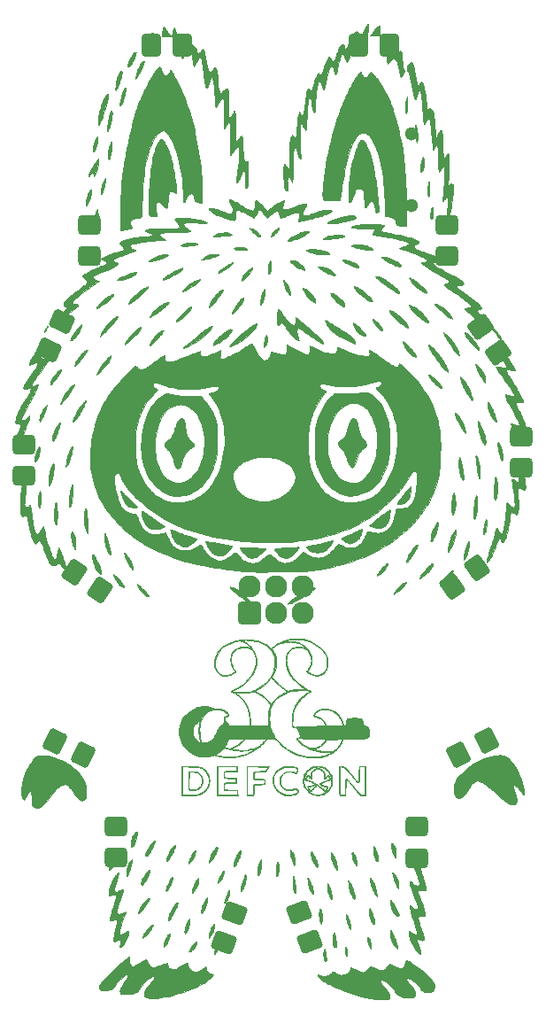
<source format=gbr>
%TF.GenerationSoftware,KiCad,Pcbnew,9.0.3*%
%TF.CreationDate,2025-07-31T13:15:59-07:00*%
%TF.ProjectId,dc-labubu-protype-ver-2.0,64632d6c-6162-4756-9275-2d70726f7479,rev?*%
%TF.SameCoordinates,Original*%
%TF.FileFunction,Soldermask,Top*%
%TF.FilePolarity,Negative*%
%FSLAX46Y46*%
G04 Gerber Fmt 4.6, Leading zero omitted, Abs format (unit mm)*
G04 Created by KiCad (PCBNEW 9.0.3) date 2025-07-31 13:15:59*
%MOMM*%
%LPD*%
G01*
G04 APERTURE LIST*
G04 Aperture macros list*
%AMRoundRect*
0 Rectangle with rounded corners*
0 $1 Rounding radius*
0 $2 $3 $4 $5 $6 $7 $8 $9 X,Y pos of 4 corners*
0 Add a 4 corners polygon primitive as box body*
4,1,4,$2,$3,$4,$5,$6,$7,$8,$9,$2,$3,0*
0 Add four circle primitives for the rounded corners*
1,1,$1+$1,$2,$3*
1,1,$1+$1,$4,$5*
1,1,$1+$1,$6,$7*
1,1,$1+$1,$8,$9*
0 Add four rect primitives between the rounded corners*
20,1,$1+$1,$2,$3,$4,$5,0*
20,1,$1+$1,$4,$5,$6,$7,0*
20,1,$1+$1,$6,$7,$8,$9,0*
20,1,$1+$1,$8,$9,$2,$3,0*%
G04 Aperture macros list end*
%ADD10C,0.010000*%
%ADD11O,2.127200X2.127200*%
%ADD12RoundRect,0.200000X-0.863600X0.863600X-0.863600X-0.863600X0.863600X-0.863600X0.863600X0.863600X0*%
%ADD13C,2.127200*%
%ADD14RoundRect,0.320176X0.754824X-0.592324X0.754824X0.592324X-0.754824X0.592324X-0.754824X-0.592324X0*%
%ADD15RoundRect,0.320176X0.958059X-0.052254X0.278573X0.918153X-0.958059X0.052254X-0.278573X-0.918153X0*%
%ADD16RoundRect,0.320176X-0.592324X-0.754824X0.592324X-0.754824X0.592324X0.754824X-0.592324X0.754824X0*%
%ADD17RoundRect,0.320176X0.913151X0.294554X-0.068967X0.957001X-0.913151X-0.294554X0.068967X-0.957001X0*%
%ADD18RoundRect,0.320176X-0.754824X0.592324X-0.754824X-0.592324X0.754824X-0.592324X0.754824X0.592324X0*%
%ADD19RoundRect,0.320176X-0.506716X0.814768X-0.911889X-0.298437X0.506716X-0.814768X0.911889X0.298437X0*%
%ADD20RoundRect,0.320176X0.433776X-0.855830X0.934430X0.217825X-0.433776X0.855830X-0.934430X-0.217825X0*%
%ADD21RoundRect,0.320176X0.863270X0.418774X-0.201484X0.938089X-0.863270X-0.418774X0.201484X-0.938089X0*%
%ADD22RoundRect,0.320176X0.185082X0.941463X-0.870447X0.403644X-0.185082X-0.941463X0.870447X-0.403644X0*%
%ADD23RoundRect,0.320176X-0.916959X0.282477X-0.492419X-0.823487X0.916959X-0.282477X0.492419X0.823487X0*%
%ADD24RoundRect,0.320176X-0.052254X-0.958059X0.918153X-0.278573X0.052254X0.958059X-0.918153X0.278573X0*%
%ADD25C,1.300000*%
G04 APERTURE END LIST*
D10*
%TO.C,Ref\u002A\u002A*%
X161739569Y-126879137D02*
X161836257Y-126898189D01*
X161930450Y-126936837D01*
X162027901Y-126998229D01*
X162134359Y-127085516D01*
X162161350Y-127110168D01*
X162238338Y-127177864D01*
X162325402Y-127248480D01*
X162409620Y-127311772D01*
X162455302Y-127343210D01*
X162595769Y-127435171D01*
X162711712Y-127511533D01*
X162807084Y-127575030D01*
X162885837Y-127628395D01*
X162951922Y-127674364D01*
X163009291Y-127715670D01*
X163061896Y-127755047D01*
X163113689Y-127795230D01*
X163148255Y-127822649D01*
X163332469Y-127975703D01*
X163515803Y-128139269D01*
X163689439Y-128305137D01*
X163844558Y-128465092D01*
X163881592Y-128505612D01*
X164006123Y-128646850D01*
X164107345Y-128769549D01*
X164187170Y-128877778D01*
X164247509Y-128975603D01*
X164290273Y-129067091D01*
X164317371Y-129156307D01*
X164330717Y-129247318D01*
X164332220Y-129344192D01*
X164324186Y-129447468D01*
X164307253Y-129564670D01*
X164284238Y-129653777D01*
X164252493Y-129720387D01*
X164209371Y-129770096D01*
X164153853Y-129807630D01*
X164082829Y-129840710D01*
X164007509Y-129864104D01*
X163921144Y-129878833D01*
X163816981Y-129885920D01*
X163688270Y-129886388D01*
X163640919Y-129885310D01*
X163541638Y-129882041D01*
X163468665Y-129877819D01*
X163414442Y-129871505D01*
X163371413Y-129861964D01*
X163332018Y-129848057D01*
X163300269Y-129834060D01*
X163194118Y-129772592D01*
X163103664Y-129691784D01*
X163023518Y-129586146D01*
X162975125Y-129502937D01*
X162873966Y-129341716D01*
X162745295Y-129182268D01*
X162595231Y-129029817D01*
X162429891Y-128889588D01*
X162255393Y-128766805D01*
X162077855Y-128666690D01*
X161916360Y-128598845D01*
X161837401Y-128575564D01*
X161779008Y-128569693D01*
X161732249Y-128581999D01*
X161688192Y-128613254D01*
X161681868Y-128619057D01*
X161648655Y-128651910D01*
X161629067Y-128674617D01*
X161626835Y-128679086D01*
X161639144Y-128713950D01*
X161674759Y-128768712D01*
X161731717Y-128840727D01*
X161808050Y-128927348D01*
X161824294Y-128944930D01*
X161979774Y-129117314D01*
X162117862Y-129281145D01*
X162236712Y-129433935D01*
X162334478Y-129573196D01*
X162409311Y-129696440D01*
X162458883Y-129799944D01*
X162481808Y-129871812D01*
X162494076Y-129949515D01*
X162497929Y-130041774D01*
X162497337Y-130115615D01*
X162492725Y-130166883D01*
X162481623Y-130206838D01*
X162461566Y-130246735D01*
X162448102Y-130269059D01*
X162381171Y-130349713D01*
X162322672Y-130390572D01*
X162293153Y-130405047D01*
X162263851Y-130415474D01*
X162228688Y-130422511D01*
X162181589Y-130426814D01*
X162116477Y-130429041D01*
X162027275Y-130429847D01*
X161958605Y-130429923D01*
X161776306Y-130426930D01*
X161619570Y-130416924D01*
X161480518Y-130398232D01*
X161351270Y-130369182D01*
X161223946Y-130328099D01*
X161090667Y-130273312D01*
X160983369Y-130222862D01*
X160841169Y-130143083D01*
X160723394Y-130055703D01*
X160632715Y-129963234D01*
X160571801Y-129868186D01*
X160552577Y-129817895D01*
X160520292Y-129744513D01*
X160463208Y-129655701D01*
X160384695Y-129554836D01*
X160288123Y-129445291D01*
X160176860Y-129330440D01*
X160054275Y-129213659D01*
X159923738Y-129098321D01*
X159788618Y-128987801D01*
X159652284Y-128885474D01*
X159554531Y-128818283D01*
X159472440Y-128765709D01*
X159410731Y-128731016D01*
X159362567Y-128711932D01*
X159321112Y-128706187D01*
X159279528Y-128711510D01*
X159253855Y-128718413D01*
X159199121Y-128745199D01*
X159168748Y-128786124D01*
X159163107Y-128842078D01*
X159182564Y-128913947D01*
X159227489Y-129002620D01*
X159298249Y-129108984D01*
X159395214Y-129233927D01*
X159518752Y-129378337D01*
X159535569Y-129397227D01*
X159688286Y-129575753D01*
X159812240Y-129737390D01*
X159907758Y-129882591D01*
X159962033Y-129983262D01*
X159989374Y-130043974D01*
X160007450Y-130096746D01*
X160018861Y-130153061D01*
X160026207Y-130224402D01*
X160029980Y-130283299D01*
X160040145Y-130462795D01*
X159974123Y-130528427D01*
X159908102Y-130594059D01*
X159596354Y-130605157D01*
X159383313Y-130611187D01*
X159197149Y-130613208D01*
X159040021Y-130611223D01*
X158914090Y-130605233D01*
X158900569Y-130604197D01*
X158843705Y-130597832D01*
X158759745Y-130586086D01*
X158654843Y-130570009D01*
X158535155Y-130550650D01*
X158406834Y-130529059D01*
X158276034Y-130506285D01*
X158148912Y-130483377D01*
X158031620Y-130461386D01*
X157930314Y-130441360D01*
X157867635Y-130428064D01*
X157352945Y-130303683D01*
X156824828Y-130156286D01*
X156291832Y-129988625D01*
X155762505Y-129803453D01*
X155245397Y-129603522D01*
X155031302Y-129514708D01*
X154913497Y-129463082D01*
X154778598Y-129401088D01*
X154632145Y-129331514D01*
X154479680Y-129257150D01*
X154326747Y-129180783D01*
X154178886Y-129105204D01*
X154041640Y-129033199D01*
X153920550Y-128967558D01*
X153821160Y-128911070D01*
X153769769Y-128879922D01*
X153592171Y-128762318D01*
X153446057Y-128652899D01*
X153330311Y-128550678D01*
X153243815Y-128454671D01*
X153185769Y-128364515D01*
X153159511Y-128302905D01*
X153145547Y-128249333D01*
X153144936Y-128210947D01*
X153158738Y-128194893D01*
X153160591Y-128194787D01*
X153183107Y-128201974D01*
X153227018Y-128221003D01*
X153283680Y-128248081D01*
X153296067Y-128254272D01*
X153433693Y-128313904D01*
X153566268Y-128349141D01*
X153708049Y-128363414D01*
X153752835Y-128364121D01*
X153903160Y-128355608D01*
X154035509Y-128328031D01*
X154157090Y-128278332D01*
X154275113Y-128203456D01*
X154396788Y-128100343D01*
X154414466Y-128083537D01*
X154492116Y-128011811D01*
X154552957Y-127963475D01*
X154601776Y-127935826D01*
X154643358Y-127926164D01*
X154682489Y-127931789D01*
X154683054Y-127931967D01*
X154711938Y-127946956D01*
X154759066Y-127977466D01*
X154816132Y-128017994D01*
X154840909Y-128036560D01*
X154975566Y-128129735D01*
X155102171Y-128195927D01*
X155228621Y-128238028D01*
X155362814Y-128258931D01*
X155457755Y-128262521D01*
X155631411Y-128247959D01*
X155792991Y-128205237D01*
X155938362Y-128135798D01*
X156045568Y-128057309D01*
X156113130Y-127991145D01*
X156168874Y-127919543D01*
X156218115Y-127834143D01*
X156266166Y-127726586D01*
X156283083Y-127683728D01*
X156346224Y-127519802D01*
X156750384Y-127720133D01*
X156904248Y-127795623D01*
X157032358Y-127856539D01*
X157138717Y-127904480D01*
X157227326Y-127941045D01*
X157302187Y-127967833D01*
X157367303Y-127986443D01*
X157426674Y-127998474D01*
X157457905Y-128002816D01*
X157508343Y-128005533D01*
X157556953Y-127999878D01*
X157606601Y-127983725D01*
X157660155Y-127954947D01*
X157720482Y-127911419D01*
X157790449Y-127851016D01*
X157872924Y-127771610D01*
X157970773Y-127671077D01*
X158086864Y-127547291D01*
X158118630Y-127512943D01*
X158208745Y-127415298D01*
X158550423Y-127569994D01*
X158703444Y-127638561D01*
X158830117Y-127693544D01*
X158934436Y-127736407D01*
X159020391Y-127768617D01*
X159091977Y-127791638D01*
X159153183Y-127806936D01*
X159208004Y-127815974D01*
X159225906Y-127817883D01*
X159289656Y-127818293D01*
X159352929Y-127806125D01*
X159418560Y-127779326D01*
X159489387Y-127735844D01*
X159568244Y-127673626D01*
X159657969Y-127590620D01*
X159761396Y-127484773D01*
X159881363Y-127354033D01*
X159908102Y-127324144D01*
X160026635Y-127191178D01*
X160365302Y-127352408D01*
X160550069Y-127438118D01*
X160708936Y-127506454D01*
X160844743Y-127557962D01*
X160960330Y-127593184D01*
X161058535Y-127612666D01*
X161142199Y-127616951D01*
X161214159Y-127606585D01*
X161277257Y-127582110D01*
X161334330Y-127544072D01*
X161340141Y-127539269D01*
X161384272Y-127493401D01*
X161420974Y-127433977D01*
X161452600Y-127355509D01*
X161481503Y-127252507D01*
X161501262Y-127163419D01*
X161519780Y-127077104D01*
X161535322Y-127016973D01*
X161550651Y-126975832D01*
X161568527Y-126946488D01*
X161591713Y-126921748D01*
X161595306Y-126918455D01*
X161630507Y-126890006D01*
X161662730Y-126877214D01*
X161706285Y-126876179D01*
X161739569Y-126879137D01*
G36*
X161739569Y-126879137D02*
G01*
X161836257Y-126898189D01*
X161930450Y-126936837D01*
X162027901Y-126998229D01*
X162134359Y-127085516D01*
X162161350Y-127110168D01*
X162238338Y-127177864D01*
X162325402Y-127248480D01*
X162409620Y-127311772D01*
X162455302Y-127343210D01*
X162595769Y-127435171D01*
X162711712Y-127511533D01*
X162807084Y-127575030D01*
X162885837Y-127628395D01*
X162951922Y-127674364D01*
X163009291Y-127715670D01*
X163061896Y-127755047D01*
X163113689Y-127795230D01*
X163148255Y-127822649D01*
X163332469Y-127975703D01*
X163515803Y-128139269D01*
X163689439Y-128305137D01*
X163844558Y-128465092D01*
X163881592Y-128505612D01*
X164006123Y-128646850D01*
X164107345Y-128769549D01*
X164187170Y-128877778D01*
X164247509Y-128975603D01*
X164290273Y-129067091D01*
X164317371Y-129156307D01*
X164330717Y-129247318D01*
X164332220Y-129344192D01*
X164324186Y-129447468D01*
X164307253Y-129564670D01*
X164284238Y-129653777D01*
X164252493Y-129720387D01*
X164209371Y-129770096D01*
X164153853Y-129807630D01*
X164082829Y-129840710D01*
X164007509Y-129864104D01*
X163921144Y-129878833D01*
X163816981Y-129885920D01*
X163688270Y-129886388D01*
X163640919Y-129885310D01*
X163541638Y-129882041D01*
X163468665Y-129877819D01*
X163414442Y-129871505D01*
X163371413Y-129861964D01*
X163332018Y-129848057D01*
X163300269Y-129834060D01*
X163194118Y-129772592D01*
X163103664Y-129691784D01*
X163023518Y-129586146D01*
X162975125Y-129502937D01*
X162873966Y-129341716D01*
X162745295Y-129182268D01*
X162595231Y-129029817D01*
X162429891Y-128889588D01*
X162255393Y-128766805D01*
X162077855Y-128666690D01*
X161916360Y-128598845D01*
X161837401Y-128575564D01*
X161779008Y-128569693D01*
X161732249Y-128581999D01*
X161688192Y-128613254D01*
X161681868Y-128619057D01*
X161648655Y-128651910D01*
X161629067Y-128674617D01*
X161626835Y-128679086D01*
X161639144Y-128713950D01*
X161674759Y-128768712D01*
X161731717Y-128840727D01*
X161808050Y-128927348D01*
X161824294Y-128944930D01*
X161979774Y-129117314D01*
X162117862Y-129281145D01*
X162236712Y-129433935D01*
X162334478Y-129573196D01*
X162409311Y-129696440D01*
X162458883Y-129799944D01*
X162481808Y-129871812D01*
X162494076Y-129949515D01*
X162497929Y-130041774D01*
X162497337Y-130115615D01*
X162492725Y-130166883D01*
X162481623Y-130206838D01*
X162461566Y-130246735D01*
X162448102Y-130269059D01*
X162381171Y-130349713D01*
X162322672Y-130390572D01*
X162293153Y-130405047D01*
X162263851Y-130415474D01*
X162228688Y-130422511D01*
X162181589Y-130426814D01*
X162116477Y-130429041D01*
X162027275Y-130429847D01*
X161958605Y-130429923D01*
X161776306Y-130426930D01*
X161619570Y-130416924D01*
X161480518Y-130398232D01*
X161351270Y-130369182D01*
X161223946Y-130328099D01*
X161090667Y-130273312D01*
X160983369Y-130222862D01*
X160841169Y-130143083D01*
X160723394Y-130055703D01*
X160632715Y-129963234D01*
X160571801Y-129868186D01*
X160552577Y-129817895D01*
X160520292Y-129744513D01*
X160463208Y-129655701D01*
X160384695Y-129554836D01*
X160288123Y-129445291D01*
X160176860Y-129330440D01*
X160054275Y-129213659D01*
X159923738Y-129098321D01*
X159788618Y-128987801D01*
X159652284Y-128885474D01*
X159554531Y-128818283D01*
X159472440Y-128765709D01*
X159410731Y-128731016D01*
X159362567Y-128711932D01*
X159321112Y-128706187D01*
X159279528Y-128711510D01*
X159253855Y-128718413D01*
X159199121Y-128745199D01*
X159168748Y-128786124D01*
X159163107Y-128842078D01*
X159182564Y-128913947D01*
X159227489Y-129002620D01*
X159298249Y-129108984D01*
X159395214Y-129233927D01*
X159518752Y-129378337D01*
X159535569Y-129397227D01*
X159688286Y-129575753D01*
X159812240Y-129737390D01*
X159907758Y-129882591D01*
X159962033Y-129983262D01*
X159989374Y-130043974D01*
X160007450Y-130096746D01*
X160018861Y-130153061D01*
X160026207Y-130224402D01*
X160029980Y-130283299D01*
X160040145Y-130462795D01*
X159974123Y-130528427D01*
X159908102Y-130594059D01*
X159596354Y-130605157D01*
X159383313Y-130611187D01*
X159197149Y-130613208D01*
X159040021Y-130611223D01*
X158914090Y-130605233D01*
X158900569Y-130604197D01*
X158843705Y-130597832D01*
X158759745Y-130586086D01*
X158654843Y-130570009D01*
X158535155Y-130550650D01*
X158406834Y-130529059D01*
X158276034Y-130506285D01*
X158148912Y-130483377D01*
X158031620Y-130461386D01*
X157930314Y-130441360D01*
X157867635Y-130428064D01*
X157352945Y-130303683D01*
X156824828Y-130156286D01*
X156291832Y-129988625D01*
X155762505Y-129803453D01*
X155245397Y-129603522D01*
X155031302Y-129514708D01*
X154913497Y-129463082D01*
X154778598Y-129401088D01*
X154632145Y-129331514D01*
X154479680Y-129257150D01*
X154326747Y-129180783D01*
X154178886Y-129105204D01*
X154041640Y-129033199D01*
X153920550Y-128967558D01*
X153821160Y-128911070D01*
X153769769Y-128879922D01*
X153592171Y-128762318D01*
X153446057Y-128652899D01*
X153330311Y-128550678D01*
X153243815Y-128454671D01*
X153185769Y-128364515D01*
X153159511Y-128302905D01*
X153145547Y-128249333D01*
X153144936Y-128210947D01*
X153158738Y-128194893D01*
X153160591Y-128194787D01*
X153183107Y-128201974D01*
X153227018Y-128221003D01*
X153283680Y-128248081D01*
X153296067Y-128254272D01*
X153433693Y-128313904D01*
X153566268Y-128349141D01*
X153708049Y-128363414D01*
X153752835Y-128364121D01*
X153903160Y-128355608D01*
X154035509Y-128328031D01*
X154157090Y-128278332D01*
X154275113Y-128203456D01*
X154396788Y-128100343D01*
X154414466Y-128083537D01*
X154492116Y-128011811D01*
X154552957Y-127963475D01*
X154601776Y-127935826D01*
X154643358Y-127926164D01*
X154682489Y-127931789D01*
X154683054Y-127931967D01*
X154711938Y-127946956D01*
X154759066Y-127977466D01*
X154816132Y-128017994D01*
X154840909Y-128036560D01*
X154975566Y-128129735D01*
X155102171Y-128195927D01*
X155228621Y-128238028D01*
X155362814Y-128258931D01*
X155457755Y-128262521D01*
X155631411Y-128247959D01*
X155792991Y-128205237D01*
X155938362Y-128135798D01*
X156045568Y-128057309D01*
X156113130Y-127991145D01*
X156168874Y-127919543D01*
X156218115Y-127834143D01*
X156266166Y-127726586D01*
X156283083Y-127683728D01*
X156346224Y-127519802D01*
X156750384Y-127720133D01*
X156904248Y-127795623D01*
X157032358Y-127856539D01*
X157138717Y-127904480D01*
X157227326Y-127941045D01*
X157302187Y-127967833D01*
X157367303Y-127986443D01*
X157426674Y-127998474D01*
X157457905Y-128002816D01*
X157508343Y-128005533D01*
X157556953Y-127999878D01*
X157606601Y-127983725D01*
X157660155Y-127954947D01*
X157720482Y-127911419D01*
X157790449Y-127851016D01*
X157872924Y-127771610D01*
X157970773Y-127671077D01*
X158086864Y-127547291D01*
X158118630Y-127512943D01*
X158208745Y-127415298D01*
X158550423Y-127569994D01*
X158703444Y-127638561D01*
X158830117Y-127693544D01*
X158934436Y-127736407D01*
X159020391Y-127768617D01*
X159091977Y-127791638D01*
X159153183Y-127806936D01*
X159208004Y-127815974D01*
X159225906Y-127817883D01*
X159289656Y-127818293D01*
X159352929Y-127806125D01*
X159418560Y-127779326D01*
X159489387Y-127735844D01*
X159568244Y-127673626D01*
X159657969Y-127590620D01*
X159761396Y-127484773D01*
X159881363Y-127354033D01*
X159908102Y-127324144D01*
X160026635Y-127191178D01*
X160365302Y-127352408D01*
X160550069Y-127438118D01*
X160708936Y-127506454D01*
X160844743Y-127557962D01*
X160960330Y-127593184D01*
X161058535Y-127612666D01*
X161142199Y-127616951D01*
X161214159Y-127606585D01*
X161277257Y-127582110D01*
X161334330Y-127544072D01*
X161340141Y-127539269D01*
X161384272Y-127493401D01*
X161420974Y-127433977D01*
X161452600Y-127355509D01*
X161481503Y-127252507D01*
X161501262Y-127163419D01*
X161519780Y-127077104D01*
X161535322Y-127016973D01*
X161550651Y-126975832D01*
X161568527Y-126946488D01*
X161591713Y-126921748D01*
X161595306Y-126918455D01*
X161630507Y-126890006D01*
X161662730Y-126877214D01*
X161706285Y-126876179D01*
X161739569Y-126879137D01*
G37*
X135113547Y-126543992D02*
X135123662Y-126572480D01*
X135124777Y-126624496D01*
X135117161Y-126703748D01*
X135110059Y-126755454D01*
X135105061Y-126863716D01*
X135118065Y-126977144D01*
X135146855Y-127080610D01*
X135163058Y-127117332D01*
X135181412Y-127147604D01*
X135213118Y-127194336D01*
X135253498Y-127251212D01*
X135297873Y-127311914D01*
X135341565Y-127370126D01*
X135379895Y-127419531D01*
X135408187Y-127453813D01*
X135421761Y-127466654D01*
X135421764Y-127466654D01*
X135437066Y-127459858D01*
X135478598Y-127440848D01*
X135541882Y-127411689D01*
X135622439Y-127374446D01*
X135715790Y-127331185D01*
X135753464Y-127313700D01*
X135948262Y-127220802D01*
X136122811Y-127132545D01*
X136274407Y-127050416D01*
X136400345Y-126975897D01*
X136497921Y-126910476D01*
X136524507Y-126890291D01*
X136603206Y-126831320D01*
X136662449Y-126794951D01*
X136706049Y-126779183D01*
X136733743Y-126780507D01*
X136768261Y-126804987D01*
X136808147Y-126854360D01*
X136848443Y-126921264D01*
X136884192Y-126998339D01*
X136889311Y-127011527D01*
X136926918Y-127090204D01*
X136981067Y-127176222D01*
X137045995Y-127262720D01*
X137115939Y-127342837D01*
X137185136Y-127409712D01*
X137247823Y-127456482D01*
X137274350Y-127469955D01*
X137331022Y-127490032D01*
X137387177Y-127503027D01*
X137446505Y-127508237D01*
X137512698Y-127504959D01*
X137589447Y-127492491D01*
X137680443Y-127470129D01*
X137789378Y-127437170D01*
X137919944Y-127392911D01*
X138075831Y-127336651D01*
X138182635Y-127296997D01*
X138287951Y-127258502D01*
X138391977Y-127222061D01*
X138486877Y-127190305D01*
X138564816Y-127165866D01*
X138612568Y-127152641D01*
X138676345Y-127137677D01*
X138715456Y-127131070D01*
X138738056Y-127132830D01*
X138752300Y-127142963D01*
X138760028Y-127152793D01*
X138775768Y-127186065D01*
X138792339Y-127238918D01*
X138801632Y-127278424D01*
X138837721Y-127405372D01*
X138890872Y-127505935D01*
X138964570Y-127584752D01*
X139062298Y-127646463D01*
X139086496Y-127657816D01*
X139160718Y-127680833D01*
X139255365Y-127695926D01*
X139357737Y-127702226D01*
X139455136Y-127698861D01*
X139524230Y-127687826D01*
X139608372Y-127659899D01*
X139714137Y-127613523D01*
X139836615Y-127551298D01*
X139970899Y-127475826D01*
X140112081Y-127389707D01*
X140221865Y-127318138D01*
X140346352Y-127235082D01*
X140445964Y-127170509D01*
X140523737Y-127123723D01*
X140582709Y-127094030D01*
X140625917Y-127080735D01*
X140656398Y-127083142D01*
X140677191Y-127100557D01*
X140691333Y-127132286D01*
X140701860Y-127177632D01*
X140707043Y-127207130D01*
X140746945Y-127359668D01*
X140812305Y-127506416D01*
X140898863Y-127641217D01*
X141002355Y-127757913D01*
X141118517Y-127850346D01*
X141174912Y-127882961D01*
X141309635Y-127932972D01*
X141456181Y-127951848D01*
X141612504Y-127939351D01*
X141630475Y-127935999D01*
X141743095Y-127907355D01*
X141852032Y-127865146D01*
X141963659Y-127806046D01*
X142084348Y-127726731D01*
X142204302Y-127636638D01*
X142274696Y-127582405D01*
X142336670Y-127536625D01*
X142384954Y-127503043D01*
X142414280Y-127485401D01*
X142419606Y-127483645D01*
X142446621Y-127500359D01*
X142470697Y-127550322D01*
X142491595Y-127633022D01*
X142492541Y-127637951D01*
X142526184Y-127754213D01*
X142583047Y-127860132D01*
X142667647Y-127963735D01*
X142686842Y-127983433D01*
X142751084Y-128043160D01*
X142808407Y-128083701D01*
X142871533Y-128113461D01*
X142898568Y-128123305D01*
X142961847Y-128142856D01*
X143018600Y-128156498D01*
X143053817Y-128161092D01*
X143113794Y-128167695D01*
X143145595Y-128188811D01*
X143149275Y-128225556D01*
X143124889Y-128279049D01*
X143072492Y-128350407D01*
X143063669Y-128361003D01*
X142929538Y-128505048D01*
X142768339Y-128652209D01*
X142585933Y-128797696D01*
X142388183Y-128936716D01*
X142260110Y-129017763D01*
X141997646Y-129166994D01*
X141705688Y-129315081D01*
X141388606Y-129460600D01*
X141050772Y-129602124D01*
X140696557Y-129738229D01*
X140330331Y-129867490D01*
X139956466Y-129988480D01*
X139579333Y-130099774D01*
X139203303Y-130199948D01*
X138832747Y-130287575D01*
X138472035Y-130361230D01*
X138125540Y-130419489D01*
X137852435Y-130455067D01*
X137765511Y-130462694D01*
X137658691Y-130468941D01*
X137539340Y-130473686D01*
X137414823Y-130476810D01*
X137292507Y-130478193D01*
X137179755Y-130477716D01*
X137083935Y-130475259D01*
X137012410Y-130470702D01*
X136997302Y-130468975D01*
X136881488Y-130445357D01*
X136769141Y-130407529D01*
X136670369Y-130359597D01*
X136595280Y-130305671D01*
X136595135Y-130305537D01*
X136567914Y-130275560D01*
X136553909Y-130242668D01*
X136548987Y-130194287D01*
X136548633Y-130164096D01*
X136555155Y-130043500D01*
X136573061Y-129918882D01*
X136600091Y-129801519D01*
X136633981Y-129702686D01*
X136646692Y-129675255D01*
X136729750Y-129533440D01*
X136840806Y-129379505D01*
X136977539Y-129216423D01*
X137133194Y-129051618D01*
X137261805Y-128917999D01*
X137363753Y-128802042D01*
X137440181Y-128702081D01*
X137492235Y-128616449D01*
X137521059Y-128543477D01*
X137527797Y-128481499D01*
X137527448Y-128477292D01*
X137509914Y-128424789D01*
X137470719Y-128396921D01*
X137411047Y-128393325D01*
X137332084Y-128413635D01*
X137235015Y-128457487D01*
X137121026Y-128524518D01*
X136991302Y-128614363D01*
X136929568Y-128661009D01*
X136684025Y-128868554D01*
X136470003Y-129087168D01*
X136286740Y-129317694D01*
X136166982Y-129502362D01*
X136118467Y-129582398D01*
X136069609Y-129659104D01*
X136026098Y-129723773D01*
X135993623Y-129767697D01*
X135897488Y-129860217D01*
X135770797Y-129940661D01*
X135614868Y-130008398D01*
X135431017Y-130062798D01*
X135332112Y-130084206D01*
X135241124Y-130096448D01*
X135126053Y-130103824D01*
X134995053Y-130106563D01*
X134856274Y-130104899D01*
X134717869Y-130099062D01*
X134587989Y-130089285D01*
X134474787Y-130075799D01*
X134386414Y-130058835D01*
X134379972Y-130057150D01*
X134321874Y-130030662D01*
X134286887Y-129987629D01*
X134269871Y-129935849D01*
X134257352Y-129861618D01*
X134249999Y-129776133D01*
X134248482Y-129690594D01*
X134253470Y-129616199D01*
X134262137Y-129573643D01*
X134293466Y-129497711D01*
X134346369Y-129399700D01*
X134421240Y-129278980D01*
X134518473Y-129134919D01*
X134638462Y-128966886D01*
X134653764Y-128945961D01*
X134748391Y-128815607D01*
X134823917Y-128708465D01*
X134882338Y-128621256D01*
X134925652Y-128550699D01*
X134955854Y-128493513D01*
X134974942Y-128446418D01*
X134984910Y-128406134D01*
X134985744Y-128400466D01*
X134987986Y-128358661D01*
X134976745Y-128327894D01*
X134945919Y-128294648D01*
X134932630Y-128282775D01*
X134889067Y-128250524D01*
X134849720Y-128231157D01*
X134836530Y-128228654D01*
X134799286Y-128238200D01*
X134747513Y-128267709D01*
X134679532Y-128318482D01*
X134593660Y-128391824D01*
X134488217Y-128489037D01*
X134434862Y-128540024D01*
X134232969Y-128738529D01*
X134057950Y-128918976D01*
X133908787Y-129082516D01*
X133784461Y-129230300D01*
X133683955Y-129363478D01*
X133619713Y-129460769D01*
X133566763Y-129530942D01*
X133500709Y-129585475D01*
X133414856Y-129628578D01*
X133302514Y-129664463D01*
X133291299Y-129667374D01*
X133189803Y-129688304D01*
X133065332Y-129706276D01*
X132928718Y-129720353D01*
X132790790Y-129729601D01*
X132662381Y-129733083D01*
X132562045Y-129730394D01*
X132468353Y-129721025D01*
X132400991Y-129704573D01*
X132352583Y-129677271D01*
X132315757Y-129635352D01*
X132291342Y-129592139D01*
X132261858Y-129499993D01*
X132260637Y-129397958D01*
X132288066Y-129284805D01*
X132344532Y-129159303D01*
X132430420Y-129020220D01*
X132501464Y-128922921D01*
X132559359Y-128852653D01*
X132639629Y-128762751D01*
X132739362Y-128656110D01*
X132855644Y-128535624D01*
X132985563Y-128404187D01*
X133126207Y-128264693D01*
X133274664Y-128120037D01*
X133428021Y-127973113D01*
X133583364Y-127826815D01*
X133737783Y-127684038D01*
X133857330Y-127575523D01*
X134062596Y-127391155D01*
X134244372Y-127228545D01*
X134404071Y-127086504D01*
X134543109Y-126963843D01*
X134662901Y-126859371D01*
X134764861Y-126771899D01*
X134850404Y-126700236D01*
X134920946Y-126643192D01*
X134977901Y-126599579D01*
X135022683Y-126568205D01*
X135056708Y-126547881D01*
X135081391Y-126537417D01*
X135094165Y-126535321D01*
X135113547Y-126543992D01*
G36*
X135113547Y-126543992D02*
G01*
X135123662Y-126572480D01*
X135124777Y-126624496D01*
X135117161Y-126703748D01*
X135110059Y-126755454D01*
X135105061Y-126863716D01*
X135118065Y-126977144D01*
X135146855Y-127080610D01*
X135163058Y-127117332D01*
X135181412Y-127147604D01*
X135213118Y-127194336D01*
X135253498Y-127251212D01*
X135297873Y-127311914D01*
X135341565Y-127370126D01*
X135379895Y-127419531D01*
X135408187Y-127453813D01*
X135421761Y-127466654D01*
X135421764Y-127466654D01*
X135437066Y-127459858D01*
X135478598Y-127440848D01*
X135541882Y-127411689D01*
X135622439Y-127374446D01*
X135715790Y-127331185D01*
X135753464Y-127313700D01*
X135948262Y-127220802D01*
X136122811Y-127132545D01*
X136274407Y-127050416D01*
X136400345Y-126975897D01*
X136497921Y-126910476D01*
X136524507Y-126890291D01*
X136603206Y-126831320D01*
X136662449Y-126794951D01*
X136706049Y-126779183D01*
X136733743Y-126780507D01*
X136768261Y-126804987D01*
X136808147Y-126854360D01*
X136848443Y-126921264D01*
X136884192Y-126998339D01*
X136889311Y-127011527D01*
X136926918Y-127090204D01*
X136981067Y-127176222D01*
X137045995Y-127262720D01*
X137115939Y-127342837D01*
X137185136Y-127409712D01*
X137247823Y-127456482D01*
X137274350Y-127469955D01*
X137331022Y-127490032D01*
X137387177Y-127503027D01*
X137446505Y-127508237D01*
X137512698Y-127504959D01*
X137589447Y-127492491D01*
X137680443Y-127470129D01*
X137789378Y-127437170D01*
X137919944Y-127392911D01*
X138075831Y-127336651D01*
X138182635Y-127296997D01*
X138287951Y-127258502D01*
X138391977Y-127222061D01*
X138486877Y-127190305D01*
X138564816Y-127165866D01*
X138612568Y-127152641D01*
X138676345Y-127137677D01*
X138715456Y-127131070D01*
X138738056Y-127132830D01*
X138752300Y-127142963D01*
X138760028Y-127152793D01*
X138775768Y-127186065D01*
X138792339Y-127238918D01*
X138801632Y-127278424D01*
X138837721Y-127405372D01*
X138890872Y-127505935D01*
X138964570Y-127584752D01*
X139062298Y-127646463D01*
X139086496Y-127657816D01*
X139160718Y-127680833D01*
X139255365Y-127695926D01*
X139357737Y-127702226D01*
X139455136Y-127698861D01*
X139524230Y-127687826D01*
X139608372Y-127659899D01*
X139714137Y-127613523D01*
X139836615Y-127551298D01*
X139970899Y-127475826D01*
X140112081Y-127389707D01*
X140221865Y-127318138D01*
X140346352Y-127235082D01*
X140445964Y-127170509D01*
X140523737Y-127123723D01*
X140582709Y-127094030D01*
X140625917Y-127080735D01*
X140656398Y-127083142D01*
X140677191Y-127100557D01*
X140691333Y-127132286D01*
X140701860Y-127177632D01*
X140707043Y-127207130D01*
X140746945Y-127359668D01*
X140812305Y-127506416D01*
X140898863Y-127641217D01*
X141002355Y-127757913D01*
X141118517Y-127850346D01*
X141174912Y-127882961D01*
X141309635Y-127932972D01*
X141456181Y-127951848D01*
X141612504Y-127939351D01*
X141630475Y-127935999D01*
X141743095Y-127907355D01*
X141852032Y-127865146D01*
X141963659Y-127806046D01*
X142084348Y-127726731D01*
X142204302Y-127636638D01*
X142274696Y-127582405D01*
X142336670Y-127536625D01*
X142384954Y-127503043D01*
X142414280Y-127485401D01*
X142419606Y-127483645D01*
X142446621Y-127500359D01*
X142470697Y-127550322D01*
X142491595Y-127633022D01*
X142492541Y-127637951D01*
X142526184Y-127754213D01*
X142583047Y-127860132D01*
X142667647Y-127963735D01*
X142686842Y-127983433D01*
X142751084Y-128043160D01*
X142808407Y-128083701D01*
X142871533Y-128113461D01*
X142898568Y-128123305D01*
X142961847Y-128142856D01*
X143018600Y-128156498D01*
X143053817Y-128161092D01*
X143113794Y-128167695D01*
X143145595Y-128188811D01*
X143149275Y-128225556D01*
X143124889Y-128279049D01*
X143072492Y-128350407D01*
X143063669Y-128361003D01*
X142929538Y-128505048D01*
X142768339Y-128652209D01*
X142585933Y-128797696D01*
X142388183Y-128936716D01*
X142260110Y-129017763D01*
X141997646Y-129166994D01*
X141705688Y-129315081D01*
X141388606Y-129460600D01*
X141050772Y-129602124D01*
X140696557Y-129738229D01*
X140330331Y-129867490D01*
X139956466Y-129988480D01*
X139579333Y-130099774D01*
X139203303Y-130199948D01*
X138832747Y-130287575D01*
X138472035Y-130361230D01*
X138125540Y-130419489D01*
X137852435Y-130455067D01*
X137765511Y-130462694D01*
X137658691Y-130468941D01*
X137539340Y-130473686D01*
X137414823Y-130476810D01*
X137292507Y-130478193D01*
X137179755Y-130477716D01*
X137083935Y-130475259D01*
X137012410Y-130470702D01*
X136997302Y-130468975D01*
X136881488Y-130445357D01*
X136769141Y-130407529D01*
X136670369Y-130359597D01*
X136595280Y-130305671D01*
X136595135Y-130305537D01*
X136567914Y-130275560D01*
X136553909Y-130242668D01*
X136548987Y-130194287D01*
X136548633Y-130164096D01*
X136555155Y-130043500D01*
X136573061Y-129918882D01*
X136600091Y-129801519D01*
X136633981Y-129702686D01*
X136646692Y-129675255D01*
X136729750Y-129533440D01*
X136840806Y-129379505D01*
X136977539Y-129216423D01*
X137133194Y-129051618D01*
X137261805Y-128917999D01*
X137363753Y-128802042D01*
X137440181Y-128702081D01*
X137492235Y-128616449D01*
X137521059Y-128543477D01*
X137527797Y-128481499D01*
X137527448Y-128477292D01*
X137509914Y-128424789D01*
X137470719Y-128396921D01*
X137411047Y-128393325D01*
X137332084Y-128413635D01*
X137235015Y-128457487D01*
X137121026Y-128524518D01*
X136991302Y-128614363D01*
X136929568Y-128661009D01*
X136684025Y-128868554D01*
X136470003Y-129087168D01*
X136286740Y-129317694D01*
X136166982Y-129502362D01*
X136118467Y-129582398D01*
X136069609Y-129659104D01*
X136026098Y-129723773D01*
X135993623Y-129767697D01*
X135897488Y-129860217D01*
X135770797Y-129940661D01*
X135614868Y-130008398D01*
X135431017Y-130062798D01*
X135332112Y-130084206D01*
X135241124Y-130096448D01*
X135126053Y-130103824D01*
X134995053Y-130106563D01*
X134856274Y-130104899D01*
X134717869Y-130099062D01*
X134587989Y-130089285D01*
X134474787Y-130075799D01*
X134386414Y-130058835D01*
X134379972Y-130057150D01*
X134321874Y-130030662D01*
X134286887Y-129987629D01*
X134269871Y-129935849D01*
X134257352Y-129861618D01*
X134249999Y-129776133D01*
X134248482Y-129690594D01*
X134253470Y-129616199D01*
X134262137Y-129573643D01*
X134293466Y-129497711D01*
X134346369Y-129399700D01*
X134421240Y-129278980D01*
X134518473Y-129134919D01*
X134638462Y-128966886D01*
X134653764Y-128945961D01*
X134748391Y-128815607D01*
X134823917Y-128708465D01*
X134882338Y-128621256D01*
X134925652Y-128550699D01*
X134955854Y-128493513D01*
X134974942Y-128446418D01*
X134984910Y-128406134D01*
X134985744Y-128400466D01*
X134987986Y-128358661D01*
X134976745Y-128327894D01*
X134945919Y-128294648D01*
X134932630Y-128282775D01*
X134889067Y-128250524D01*
X134849720Y-128231157D01*
X134836530Y-128228654D01*
X134799286Y-128238200D01*
X134747513Y-128267709D01*
X134679532Y-128318482D01*
X134593660Y-128391824D01*
X134488217Y-128489037D01*
X134434862Y-128540024D01*
X134232969Y-128738529D01*
X134057950Y-128918976D01*
X133908787Y-129082516D01*
X133784461Y-129230300D01*
X133683955Y-129363478D01*
X133619713Y-129460769D01*
X133566763Y-129530942D01*
X133500709Y-129585475D01*
X133414856Y-129628578D01*
X133302514Y-129664463D01*
X133291299Y-129667374D01*
X133189803Y-129688304D01*
X133065332Y-129706276D01*
X132928718Y-129720353D01*
X132790790Y-129729601D01*
X132662381Y-129733083D01*
X132562045Y-129730394D01*
X132468353Y-129721025D01*
X132400991Y-129704573D01*
X132352583Y-129677271D01*
X132315757Y-129635352D01*
X132291342Y-129592139D01*
X132261858Y-129499993D01*
X132260637Y-129397958D01*
X132288066Y-129284805D01*
X132344532Y-129159303D01*
X132430420Y-129020220D01*
X132501464Y-128922921D01*
X132559359Y-128852653D01*
X132639629Y-128762751D01*
X132739362Y-128656110D01*
X132855644Y-128535624D01*
X132985563Y-128404187D01*
X133126207Y-128264693D01*
X133274664Y-128120037D01*
X133428021Y-127973113D01*
X133583364Y-127826815D01*
X133737783Y-127684038D01*
X133857330Y-127575523D01*
X134062596Y-127391155D01*
X134244372Y-127228545D01*
X134404071Y-127086504D01*
X134543109Y-126963843D01*
X134662901Y-126859371D01*
X134764861Y-126771899D01*
X134850404Y-126700236D01*
X134920946Y-126643192D01*
X134977901Y-126599579D01*
X135022683Y-126568205D01*
X135056708Y-126547881D01*
X135081391Y-126537417D01*
X135094165Y-126535321D01*
X135113547Y-126543992D01*
G37*
X153839993Y-125797970D02*
X153860971Y-125830598D01*
X153881538Y-125892712D01*
X153902289Y-125985509D01*
X153923820Y-126110184D01*
X153937979Y-126205121D01*
X153958431Y-126363991D01*
X153973122Y-126511342D01*
X153982013Y-126643870D01*
X153985066Y-126758271D01*
X153982240Y-126851242D01*
X153973497Y-126919479D01*
X153958797Y-126959679D01*
X153947069Y-126968976D01*
X153919691Y-126966622D01*
X153893422Y-126958394D01*
X153859536Y-126934291D01*
X153829641Y-126888656D01*
X153801867Y-126817572D01*
X153774347Y-126717126D01*
X153770488Y-126700840D01*
X153732618Y-126505110D01*
X153712672Y-126321719D01*
X153710659Y-126154579D01*
X153726587Y-126007604D01*
X153760465Y-125884708D01*
X153768642Y-125865057D01*
X153794424Y-125816394D01*
X153818009Y-125793634D01*
X153839993Y-125797970D01*
G36*
X153839993Y-125797970D02*
G01*
X153860971Y-125830598D01*
X153881538Y-125892712D01*
X153902289Y-125985509D01*
X153923820Y-126110184D01*
X153937979Y-126205121D01*
X153958431Y-126363991D01*
X153973122Y-126511342D01*
X153982013Y-126643870D01*
X153985066Y-126758271D01*
X153982240Y-126851242D01*
X153973497Y-126919479D01*
X153958797Y-126959679D01*
X153947069Y-126968976D01*
X153919691Y-126966622D01*
X153893422Y-126958394D01*
X153859536Y-126934291D01*
X153829641Y-126888656D01*
X153801867Y-126817572D01*
X153774347Y-126717126D01*
X153770488Y-126700840D01*
X153732618Y-126505110D01*
X153712672Y-126321719D01*
X153710659Y-126154579D01*
X153726587Y-126007604D01*
X153760465Y-125884708D01*
X153768642Y-125865057D01*
X153794424Y-125816394D01*
X153818009Y-125793634D01*
X153839993Y-125797970D01*
G37*
X155845041Y-125593518D02*
X155869364Y-125620921D01*
X155891687Y-125658424D01*
X155917429Y-125716118D01*
X155941032Y-125781539D01*
X155941111Y-125781787D01*
X155956204Y-125834150D01*
X155966731Y-125885285D01*
X155973475Y-125943064D01*
X155977216Y-126015359D01*
X155978734Y-126110041D01*
X155978901Y-126162787D01*
X155977825Y-126263938D01*
X155974657Y-126349283D01*
X155969727Y-126413340D01*
X155963365Y-126450627D01*
X155961285Y-126455674D01*
X155949193Y-126469633D01*
X155935748Y-126463853D01*
X155915822Y-126434111D01*
X155899631Y-126404874D01*
X155859585Y-126315208D01*
X155826116Y-126210197D01*
X155799945Y-126096324D01*
X155781794Y-125980077D01*
X155772384Y-125867940D01*
X155772436Y-125766397D01*
X155782673Y-125681935D01*
X155803814Y-125621039D01*
X155811196Y-125609853D01*
X155829310Y-125590344D01*
X155845041Y-125593518D01*
G36*
X155845041Y-125593518D02*
G01*
X155869364Y-125620921D01*
X155891687Y-125658424D01*
X155917429Y-125716118D01*
X155941032Y-125781539D01*
X155941111Y-125781787D01*
X155956204Y-125834150D01*
X155966731Y-125885285D01*
X155973475Y-125943064D01*
X155977216Y-126015359D01*
X155978734Y-126110041D01*
X155978901Y-126162787D01*
X155977825Y-126263938D01*
X155974657Y-126349283D01*
X155969727Y-126413340D01*
X155963365Y-126450627D01*
X155961285Y-126455674D01*
X155949193Y-126469633D01*
X155935748Y-126463853D01*
X155915822Y-126434111D01*
X155899631Y-126404874D01*
X155859585Y-126315208D01*
X155826116Y-126210197D01*
X155799945Y-126096324D01*
X155781794Y-125980077D01*
X155772384Y-125867940D01*
X155772436Y-125766397D01*
X155782673Y-125681935D01*
X155803814Y-125621039D01*
X155811196Y-125609853D01*
X155829310Y-125590344D01*
X155845041Y-125593518D01*
G37*
X143661245Y-125285345D02*
X143673198Y-125300397D01*
X143677186Y-125336081D01*
X143677502Y-125365813D01*
X143668256Y-125480475D01*
X143642470Y-125610212D01*
X143603070Y-125747323D01*
X143552982Y-125884103D01*
X143495131Y-126012852D01*
X143432444Y-126125866D01*
X143367846Y-126215443D01*
X143345573Y-126239587D01*
X143298660Y-126281412D01*
X143267699Y-126297749D01*
X143254514Y-126287733D01*
X143254169Y-126282874D01*
X143257617Y-126230253D01*
X143266948Y-126153541D01*
X143280636Y-126061698D01*
X143297158Y-125963679D01*
X143314990Y-125868442D01*
X143332608Y-125784945D01*
X143348488Y-125722144D01*
X143350942Y-125714054D01*
X143394913Y-125592028D01*
X143444399Y-125484992D01*
X143496872Y-125396763D01*
X143549801Y-125331158D01*
X143600657Y-125291993D01*
X143637139Y-125282254D01*
X143661245Y-125285345D01*
G36*
X143661245Y-125285345D02*
G01*
X143673198Y-125300397D01*
X143677186Y-125336081D01*
X143677502Y-125365813D01*
X143668256Y-125480475D01*
X143642470Y-125610212D01*
X143603070Y-125747323D01*
X143552982Y-125884103D01*
X143495131Y-126012852D01*
X143432444Y-126125866D01*
X143367846Y-126215443D01*
X143345573Y-126239587D01*
X143298660Y-126281412D01*
X143267699Y-126297749D01*
X143254514Y-126287733D01*
X143254169Y-126282874D01*
X143257617Y-126230253D01*
X143266948Y-126153541D01*
X143280636Y-126061698D01*
X143297158Y-125963679D01*
X143314990Y-125868442D01*
X143332608Y-125784945D01*
X143348488Y-125722144D01*
X143350942Y-125714054D01*
X143394913Y-125592028D01*
X143444399Y-125484992D01*
X143496872Y-125396763D01*
X143549801Y-125331158D01*
X143600657Y-125291993D01*
X143637139Y-125282254D01*
X143661245Y-125285345D01*
G37*
X163403724Y-117347002D02*
X163421236Y-117446385D01*
X163435414Y-117549590D01*
X163445897Y-117650790D01*
X163452329Y-117744153D01*
X163454349Y-117823852D01*
X163451599Y-117884058D01*
X163443722Y-117918941D01*
X163439244Y-117924385D01*
X163416717Y-117926152D01*
X163368308Y-117923140D01*
X163301564Y-117915984D01*
X163238000Y-117907407D01*
X163154673Y-117895763D01*
X163096637Y-117889757D01*
X163055793Y-117889364D01*
X163024043Y-117894560D01*
X162993286Y-117905321D01*
X162990027Y-117906671D01*
X162949939Y-117926000D01*
X162934305Y-117946095D01*
X162935587Y-117978846D01*
X162937503Y-117989533D01*
X162945539Y-118021204D01*
X162962429Y-118079883D01*
X162986593Y-118160358D01*
X163016452Y-118257417D01*
X163050426Y-118365848D01*
X163074803Y-118442570D01*
X163117188Y-118575249D01*
X163162805Y-118718079D01*
X163208478Y-118861115D01*
X163251031Y-118994413D01*
X163287289Y-119108026D01*
X163295424Y-119133525D01*
X163353312Y-119320657D01*
X163404226Y-119496720D01*
X163447131Y-119657624D01*
X163480988Y-119799275D01*
X163504761Y-119917583D01*
X163517413Y-120008456D01*
X163517534Y-120009841D01*
X163522323Y-120073007D01*
X163521670Y-120111607D01*
X163513470Y-120134774D01*
X163495617Y-120151646D01*
X163482850Y-120160289D01*
X163468396Y-120169383D01*
X163453482Y-120176226D01*
X163434017Y-120180801D01*
X163405912Y-120183090D01*
X163365076Y-120183074D01*
X163307419Y-120180734D01*
X163228851Y-120176054D01*
X163125281Y-120169015D01*
X162992620Y-120159598D01*
X162970468Y-120158016D01*
X162895780Y-120154281D01*
X162829076Y-120153789D01*
X162781058Y-120156512D01*
X162769386Y-120158520D01*
X162739428Y-120169618D01*
X162728866Y-120189865D01*
X162731769Y-120231036D01*
X162732005Y-120232741D01*
X162739807Y-120264603D01*
X162757530Y-120323650D01*
X162783641Y-120405195D01*
X162816602Y-120504552D01*
X162854880Y-120617035D01*
X162896940Y-120737958D01*
X162905074Y-120761054D01*
X162996480Y-121020479D01*
X163077053Y-121250197D01*
X163147462Y-121452351D01*
X163208381Y-121629087D01*
X163260479Y-121782549D01*
X163304429Y-121914882D01*
X163340902Y-122028231D01*
X163370570Y-122124739D01*
X163394103Y-122206553D01*
X163412173Y-122275816D01*
X163425452Y-122334674D01*
X163434610Y-122385270D01*
X163440319Y-122429750D01*
X163443251Y-122470258D01*
X163443680Y-122481622D01*
X163444641Y-122537808D01*
X163440610Y-122578922D01*
X163427108Y-122607217D01*
X163399654Y-122624948D01*
X163353771Y-122634370D01*
X163284977Y-122637737D01*
X163188794Y-122637305D01*
X163136011Y-122636482D01*
X163020454Y-122635683D01*
X162933694Y-122638127D01*
X162870745Y-122644665D01*
X162826622Y-122656148D01*
X162796340Y-122673427D01*
X162774913Y-122697352D01*
X162774328Y-122698222D01*
X162763854Y-122727718D01*
X162761815Y-122773839D01*
X162768659Y-122838372D01*
X162784833Y-122923105D01*
X162810787Y-123029824D01*
X162846968Y-123160316D01*
X162893825Y-123316370D01*
X162951805Y-123499771D01*
X163021356Y-123712306D01*
X163050748Y-123800587D01*
X163115452Y-123995410D01*
X163169541Y-124161316D01*
X163213839Y-124301262D01*
X163249168Y-124418210D01*
X163276353Y-124515117D01*
X163296216Y-124594942D01*
X163309581Y-124660645D01*
X163317271Y-124715184D01*
X163320109Y-124761520D01*
X163320168Y-124768944D01*
X163317422Y-124827597D01*
X163305880Y-124866813D01*
X163280594Y-124900802D01*
X163270671Y-124911023D01*
X163232112Y-124942186D01*
X163190970Y-124956869D01*
X163141484Y-124954429D01*
X163077893Y-124934221D01*
X162994435Y-124895602D01*
X162956102Y-124875854D01*
X162865954Y-124830938D01*
X162798816Y-124803902D01*
X162749641Y-124793661D01*
X162713380Y-124799126D01*
X162686403Y-124817771D01*
X162665613Y-124844317D01*
X162653084Y-124876788D01*
X162649527Y-124918489D01*
X162655652Y-124972724D01*
X162672171Y-125042795D01*
X162699794Y-125132006D01*
X162739233Y-125243661D01*
X162791197Y-125381063D01*
X162827861Y-125475141D01*
X162870162Y-125584105D01*
X162910500Y-125690282D01*
X162946348Y-125786844D01*
X162975179Y-125866966D01*
X162994464Y-125923822D01*
X162996933Y-125931738D01*
X163019086Y-126022582D01*
X163029893Y-126107925D01*
X163029688Y-126182040D01*
X163018801Y-126239201D01*
X162997566Y-126273681D01*
X162976673Y-126281257D01*
X162949249Y-126272856D01*
X162909750Y-126252442D01*
X162905302Y-126249734D01*
X162870030Y-126222756D01*
X162821101Y-126178806D01*
X162767511Y-126126085D01*
X162752165Y-126110097D01*
X162635787Y-125973610D01*
X162517281Y-125809742D01*
X162399830Y-125624563D01*
X162286613Y-125424140D01*
X162180811Y-125214541D01*
X162085605Y-125001836D01*
X162004176Y-124792091D01*
X161939704Y-124591375D01*
X161922423Y-124527099D01*
X161904869Y-124448128D01*
X161889893Y-124362127D01*
X161878081Y-124275429D01*
X161870014Y-124194365D01*
X161866279Y-124125267D01*
X161867458Y-124074466D01*
X161874135Y-124048294D01*
X161878065Y-124046121D01*
X161898911Y-124054611D01*
X161942243Y-124077789D01*
X162001936Y-124112221D01*
X162071867Y-124154468D01*
X162079352Y-124159092D01*
X162162834Y-124209199D01*
X162249442Y-124258548D01*
X162328093Y-124300959D01*
X162380368Y-124326918D01*
X162484433Y-124370642D01*
X162563682Y-124393120D01*
X162620033Y-124393902D01*
X162655401Y-124372535D01*
X162671702Y-124328569D01*
X162670853Y-124261554D01*
X162670515Y-124258609D01*
X162658566Y-124189390D01*
X162635894Y-124091149D01*
X162603300Y-123966710D01*
X162561587Y-123818894D01*
X162511559Y-123650525D01*
X162454018Y-123464425D01*
X162389767Y-123263419D01*
X162371906Y-123208587D01*
X162296820Y-122977235D01*
X162232258Y-122774333D01*
X162177249Y-122596475D01*
X162130822Y-122440253D01*
X162092006Y-122302262D01*
X162059831Y-122179095D01*
X162033325Y-122067345D01*
X162011518Y-121963606D01*
X162000664Y-121905897D01*
X161993529Y-121845537D01*
X161991430Y-121779331D01*
X161993845Y-121715826D01*
X162000248Y-121663566D01*
X162010113Y-121631099D01*
X162017938Y-121624654D01*
X162035790Y-121634531D01*
X162074730Y-121661545D01*
X162129328Y-121701774D01*
X162194150Y-121751291D01*
X162206107Y-121760593D01*
X162326400Y-121850430D01*
X162426465Y-121915895D01*
X162508603Y-121957899D01*
X162575116Y-121977353D01*
X162628306Y-121975171D01*
X162670476Y-121952263D01*
X162676271Y-121946818D01*
X162703027Y-121910307D01*
X162719294Y-121862977D01*
X162724554Y-121802647D01*
X162718291Y-121727134D01*
X162699988Y-121634258D01*
X162669127Y-121521837D01*
X162625193Y-121387690D01*
X162567668Y-121229635D01*
X162496035Y-121045491D01*
X162415844Y-120847801D01*
X162298938Y-120555245D01*
X162200668Y-120290712D01*
X162120968Y-120053992D01*
X162059773Y-119844873D01*
X162017018Y-119663144D01*
X161992637Y-119508594D01*
X161989400Y-119474121D01*
X161985594Y-119400421D01*
X161988754Y-119352043D01*
X161999607Y-119321022D01*
X162003913Y-119314637D01*
X162021301Y-119294848D01*
X162038767Y-119292138D01*
X162068180Y-119306979D01*
X162085892Y-119317899D01*
X162126286Y-119347959D01*
X162178739Y-119393542D01*
X162232425Y-119445200D01*
X162236435Y-119449298D01*
X162333793Y-119539343D01*
X162437037Y-119617333D01*
X162540124Y-119679748D01*
X162637011Y-119723069D01*
X162721652Y-119743776D01*
X162744350Y-119745054D01*
X162799793Y-119730191D01*
X162850001Y-119695633D01*
X162879413Y-119667113D01*
X162895824Y-119640544D01*
X162902812Y-119604930D01*
X162903958Y-119549278D01*
X162903745Y-119530533D01*
X162898367Y-119454231D01*
X162883631Y-119365421D01*
X162858777Y-119261833D01*
X162823045Y-119141194D01*
X162775674Y-119001235D01*
X162715904Y-118839684D01*
X162642976Y-118654271D01*
X162556128Y-118442724D01*
X162476170Y-118253269D01*
X162406662Y-118089801D01*
X162348963Y-117953133D01*
X162301358Y-117839012D01*
X162262133Y-117743188D01*
X162229576Y-117661410D01*
X162201970Y-117589426D01*
X162177604Y-117522987D01*
X162154762Y-117457840D01*
X162150827Y-117446354D01*
X162103116Y-117306654D01*
X162218598Y-117306654D01*
X162277197Y-117308010D01*
X162322163Y-117314532D01*
X162364951Y-117329896D01*
X162417015Y-117357782D01*
X162461992Y-117384814D01*
X162563949Y-117439909D01*
X162647863Y-117468786D01*
X162716488Y-117471951D01*
X162772583Y-117449912D01*
X162781235Y-117443566D01*
X162816737Y-117403062D01*
X162837614Y-117357247D01*
X162848726Y-117306654D01*
X163054814Y-117305911D01*
X163158800Y-117303419D01*
X163244941Y-117297121D01*
X163306650Y-117287583D01*
X163323668Y-117282758D01*
X163386434Y-117260349D01*
X163403724Y-117347002D01*
G36*
X163403724Y-117347002D02*
G01*
X163421236Y-117446385D01*
X163435414Y-117549590D01*
X163445897Y-117650790D01*
X163452329Y-117744153D01*
X163454349Y-117823852D01*
X163451599Y-117884058D01*
X163443722Y-117918941D01*
X163439244Y-117924385D01*
X163416717Y-117926152D01*
X163368308Y-117923140D01*
X163301564Y-117915984D01*
X163238000Y-117907407D01*
X163154673Y-117895763D01*
X163096637Y-117889757D01*
X163055793Y-117889364D01*
X163024043Y-117894560D01*
X162993286Y-117905321D01*
X162990027Y-117906671D01*
X162949939Y-117926000D01*
X162934305Y-117946095D01*
X162935587Y-117978846D01*
X162937503Y-117989533D01*
X162945539Y-118021204D01*
X162962429Y-118079883D01*
X162986593Y-118160358D01*
X163016452Y-118257417D01*
X163050426Y-118365848D01*
X163074803Y-118442570D01*
X163117188Y-118575249D01*
X163162805Y-118718079D01*
X163208478Y-118861115D01*
X163251031Y-118994413D01*
X163287289Y-119108026D01*
X163295424Y-119133525D01*
X163353312Y-119320657D01*
X163404226Y-119496720D01*
X163447131Y-119657624D01*
X163480988Y-119799275D01*
X163504761Y-119917583D01*
X163517413Y-120008456D01*
X163517534Y-120009841D01*
X163522323Y-120073007D01*
X163521670Y-120111607D01*
X163513470Y-120134774D01*
X163495617Y-120151646D01*
X163482850Y-120160289D01*
X163468396Y-120169383D01*
X163453482Y-120176226D01*
X163434017Y-120180801D01*
X163405912Y-120183090D01*
X163365076Y-120183074D01*
X163307419Y-120180734D01*
X163228851Y-120176054D01*
X163125281Y-120169015D01*
X162992620Y-120159598D01*
X162970468Y-120158016D01*
X162895780Y-120154281D01*
X162829076Y-120153789D01*
X162781058Y-120156512D01*
X162769386Y-120158520D01*
X162739428Y-120169618D01*
X162728866Y-120189865D01*
X162731769Y-120231036D01*
X162732005Y-120232741D01*
X162739807Y-120264603D01*
X162757530Y-120323650D01*
X162783641Y-120405195D01*
X162816602Y-120504552D01*
X162854880Y-120617035D01*
X162896940Y-120737958D01*
X162905074Y-120761054D01*
X162996480Y-121020479D01*
X163077053Y-121250197D01*
X163147462Y-121452351D01*
X163208381Y-121629087D01*
X163260479Y-121782549D01*
X163304429Y-121914882D01*
X163340902Y-122028231D01*
X163370570Y-122124739D01*
X163394103Y-122206553D01*
X163412173Y-122275816D01*
X163425452Y-122334674D01*
X163434610Y-122385270D01*
X163440319Y-122429750D01*
X163443251Y-122470258D01*
X163443680Y-122481622D01*
X163444641Y-122537808D01*
X163440610Y-122578922D01*
X163427108Y-122607217D01*
X163399654Y-122624948D01*
X163353771Y-122634370D01*
X163284977Y-122637737D01*
X163188794Y-122637305D01*
X163136011Y-122636482D01*
X163020454Y-122635683D01*
X162933694Y-122638127D01*
X162870745Y-122644665D01*
X162826622Y-122656148D01*
X162796340Y-122673427D01*
X162774913Y-122697352D01*
X162774328Y-122698222D01*
X162763854Y-122727718D01*
X162761815Y-122773839D01*
X162768659Y-122838372D01*
X162784833Y-122923105D01*
X162810787Y-123029824D01*
X162846968Y-123160316D01*
X162893825Y-123316370D01*
X162951805Y-123499771D01*
X163021356Y-123712306D01*
X163050748Y-123800587D01*
X163115452Y-123995410D01*
X163169541Y-124161316D01*
X163213839Y-124301262D01*
X163249168Y-124418210D01*
X163276353Y-124515117D01*
X163296216Y-124594942D01*
X163309581Y-124660645D01*
X163317271Y-124715184D01*
X163320109Y-124761520D01*
X163320168Y-124768944D01*
X163317422Y-124827597D01*
X163305880Y-124866813D01*
X163280594Y-124900802D01*
X163270671Y-124911023D01*
X163232112Y-124942186D01*
X163190970Y-124956869D01*
X163141484Y-124954429D01*
X163077893Y-124934221D01*
X162994435Y-124895602D01*
X162956102Y-124875854D01*
X162865954Y-124830938D01*
X162798816Y-124803902D01*
X162749641Y-124793661D01*
X162713380Y-124799126D01*
X162686403Y-124817771D01*
X162665613Y-124844317D01*
X162653084Y-124876788D01*
X162649527Y-124918489D01*
X162655652Y-124972724D01*
X162672171Y-125042795D01*
X162699794Y-125132006D01*
X162739233Y-125243661D01*
X162791197Y-125381063D01*
X162827861Y-125475141D01*
X162870162Y-125584105D01*
X162910500Y-125690282D01*
X162946348Y-125786844D01*
X162975179Y-125866966D01*
X162994464Y-125923822D01*
X162996933Y-125931738D01*
X163019086Y-126022582D01*
X163029893Y-126107925D01*
X163029688Y-126182040D01*
X163018801Y-126239201D01*
X162997566Y-126273681D01*
X162976673Y-126281257D01*
X162949249Y-126272856D01*
X162909750Y-126252442D01*
X162905302Y-126249734D01*
X162870030Y-126222756D01*
X162821101Y-126178806D01*
X162767511Y-126126085D01*
X162752165Y-126110097D01*
X162635787Y-125973610D01*
X162517281Y-125809742D01*
X162399830Y-125624563D01*
X162286613Y-125424140D01*
X162180811Y-125214541D01*
X162085605Y-125001836D01*
X162004176Y-124792091D01*
X161939704Y-124591375D01*
X161922423Y-124527099D01*
X161904869Y-124448128D01*
X161889893Y-124362127D01*
X161878081Y-124275429D01*
X161870014Y-124194365D01*
X161866279Y-124125267D01*
X161867458Y-124074466D01*
X161874135Y-124048294D01*
X161878065Y-124046121D01*
X161898911Y-124054611D01*
X161942243Y-124077789D01*
X162001936Y-124112221D01*
X162071867Y-124154468D01*
X162079352Y-124159092D01*
X162162834Y-124209199D01*
X162249442Y-124258548D01*
X162328093Y-124300959D01*
X162380368Y-124326918D01*
X162484433Y-124370642D01*
X162563682Y-124393120D01*
X162620033Y-124393902D01*
X162655401Y-124372535D01*
X162671702Y-124328569D01*
X162670853Y-124261554D01*
X162670515Y-124258609D01*
X162658566Y-124189390D01*
X162635894Y-124091149D01*
X162603300Y-123966710D01*
X162561587Y-123818894D01*
X162511559Y-123650525D01*
X162454018Y-123464425D01*
X162389767Y-123263419D01*
X162371906Y-123208587D01*
X162296820Y-122977235D01*
X162232258Y-122774333D01*
X162177249Y-122596475D01*
X162130822Y-122440253D01*
X162092006Y-122302262D01*
X162059831Y-122179095D01*
X162033325Y-122067345D01*
X162011518Y-121963606D01*
X162000664Y-121905897D01*
X161993529Y-121845537D01*
X161991430Y-121779331D01*
X161993845Y-121715826D01*
X162000248Y-121663566D01*
X162010113Y-121631099D01*
X162017938Y-121624654D01*
X162035790Y-121634531D01*
X162074730Y-121661545D01*
X162129328Y-121701774D01*
X162194150Y-121751291D01*
X162206107Y-121760593D01*
X162326400Y-121850430D01*
X162426465Y-121915895D01*
X162508603Y-121957899D01*
X162575116Y-121977353D01*
X162628306Y-121975171D01*
X162670476Y-121952263D01*
X162676271Y-121946818D01*
X162703027Y-121910307D01*
X162719294Y-121862977D01*
X162724554Y-121802647D01*
X162718291Y-121727134D01*
X162699988Y-121634258D01*
X162669127Y-121521837D01*
X162625193Y-121387690D01*
X162567668Y-121229635D01*
X162496035Y-121045491D01*
X162415844Y-120847801D01*
X162298938Y-120555245D01*
X162200668Y-120290712D01*
X162120968Y-120053992D01*
X162059773Y-119844873D01*
X162017018Y-119663144D01*
X161992637Y-119508594D01*
X161989400Y-119474121D01*
X161985594Y-119400421D01*
X161988754Y-119352043D01*
X161999607Y-119321022D01*
X162003913Y-119314637D01*
X162021301Y-119294848D01*
X162038767Y-119292138D01*
X162068180Y-119306979D01*
X162085892Y-119317899D01*
X162126286Y-119347959D01*
X162178739Y-119393542D01*
X162232425Y-119445200D01*
X162236435Y-119449298D01*
X162333793Y-119539343D01*
X162437037Y-119617333D01*
X162540124Y-119679748D01*
X162637011Y-119723069D01*
X162721652Y-119743776D01*
X162744350Y-119745054D01*
X162799793Y-119730191D01*
X162850001Y-119695633D01*
X162879413Y-119667113D01*
X162895824Y-119640544D01*
X162902812Y-119604930D01*
X162903958Y-119549278D01*
X162903745Y-119530533D01*
X162898367Y-119454231D01*
X162883631Y-119365421D01*
X162858777Y-119261833D01*
X162823045Y-119141194D01*
X162775674Y-119001235D01*
X162715904Y-118839684D01*
X162642976Y-118654271D01*
X162556128Y-118442724D01*
X162476170Y-118253269D01*
X162406662Y-118089801D01*
X162348963Y-117953133D01*
X162301358Y-117839012D01*
X162262133Y-117743188D01*
X162229576Y-117661410D01*
X162201970Y-117589426D01*
X162177604Y-117522987D01*
X162154762Y-117457840D01*
X162150827Y-117446354D01*
X162103116Y-117306654D01*
X162218598Y-117306654D01*
X162277197Y-117308010D01*
X162322163Y-117314532D01*
X162364951Y-117329896D01*
X162417015Y-117357782D01*
X162461992Y-117384814D01*
X162563949Y-117439909D01*
X162647863Y-117468786D01*
X162716488Y-117471951D01*
X162772583Y-117449912D01*
X162781235Y-117443566D01*
X162816737Y-117403062D01*
X162837614Y-117357247D01*
X162848726Y-117306654D01*
X163054814Y-117305911D01*
X163158800Y-117303419D01*
X163244941Y-117297121D01*
X163306650Y-117287583D01*
X163323668Y-117282758D01*
X163386434Y-117260349D01*
X163403724Y-117347002D01*
G37*
X141566052Y-125098734D02*
X141575988Y-125112499D01*
X141577332Y-125145567D01*
X141574442Y-125186671D01*
X141556565Y-125273181D01*
X141518258Y-125375985D01*
X141463595Y-125488005D01*
X141396652Y-125602160D01*
X141321506Y-125711371D01*
X141242231Y-125808557D01*
X141180304Y-125871322D01*
X141109301Y-125929337D01*
X141038412Y-125975594D01*
X140972443Y-126008323D01*
X140916200Y-126025755D01*
X140874489Y-126026121D01*
X140852115Y-126007650D01*
X140849635Y-125993078D01*
X140858383Y-125956406D01*
X140882501Y-125897551D01*
X140918799Y-125822660D01*
X140964085Y-125737879D01*
X141015171Y-125649353D01*
X141068867Y-125563230D01*
X141086927Y-125535920D01*
X141169460Y-125420968D01*
X141253392Y-125318319D01*
X141335287Y-125231271D01*
X141411711Y-125163124D01*
X141479230Y-125117179D01*
X141534409Y-125096735D01*
X141544816Y-125095987D01*
X141566052Y-125098734D01*
G36*
X141566052Y-125098734D02*
G01*
X141575988Y-125112499D01*
X141577332Y-125145567D01*
X141574442Y-125186671D01*
X141556565Y-125273181D01*
X141518258Y-125375985D01*
X141463595Y-125488005D01*
X141396652Y-125602160D01*
X141321506Y-125711371D01*
X141242231Y-125808557D01*
X141180304Y-125871322D01*
X141109301Y-125929337D01*
X141038412Y-125975594D01*
X140972443Y-126008323D01*
X140916200Y-126025755D01*
X140874489Y-126026121D01*
X140852115Y-126007650D01*
X140849635Y-125993078D01*
X140858383Y-125956406D01*
X140882501Y-125897551D01*
X140918799Y-125822660D01*
X140964085Y-125737879D01*
X141015171Y-125649353D01*
X141068867Y-125563230D01*
X141086927Y-125535920D01*
X141169460Y-125420968D01*
X141253392Y-125318319D01*
X141335287Y-125231271D01*
X141411711Y-125163124D01*
X141479230Y-125117179D01*
X141534409Y-125096735D01*
X141544816Y-125095987D01*
X141566052Y-125098734D01*
G37*
X157996412Y-124661253D02*
X158039105Y-124702819D01*
X158083611Y-124766996D01*
X158128052Y-124850305D01*
X158170549Y-124949273D01*
X158209222Y-125060422D01*
X158242195Y-125180277D01*
X158265167Y-125291132D01*
X158278211Y-125386376D01*
X158286145Y-125487688D01*
X158288752Y-125585557D01*
X158285814Y-125670474D01*
X158277115Y-125732928D01*
X158275392Y-125739454D01*
X158268701Y-125755749D01*
X158258949Y-125758430D01*
X158242639Y-125744040D01*
X158216276Y-125709124D01*
X158176362Y-125650226D01*
X158159797Y-125625205D01*
X158049842Y-125432672D01*
X157967585Y-125228223D01*
X157914818Y-125028254D01*
X157896629Y-124916978D01*
X157889970Y-124818018D01*
X157894704Y-124736935D01*
X157910691Y-124679296D01*
X157923980Y-124659852D01*
X157957411Y-124645772D01*
X157996412Y-124661253D01*
G36*
X157996412Y-124661253D02*
G01*
X158039105Y-124702819D01*
X158083611Y-124766996D01*
X158128052Y-124850305D01*
X158170549Y-124949273D01*
X158209222Y-125060422D01*
X158242195Y-125180277D01*
X158265167Y-125291132D01*
X158278211Y-125386376D01*
X158286145Y-125487688D01*
X158288752Y-125585557D01*
X158285814Y-125670474D01*
X158277115Y-125732928D01*
X158275392Y-125739454D01*
X158268701Y-125755749D01*
X158258949Y-125758430D01*
X158242639Y-125744040D01*
X158216276Y-125709124D01*
X158176362Y-125650226D01*
X158159797Y-125625205D01*
X158049842Y-125432672D01*
X157967585Y-125228223D01*
X157914818Y-125028254D01*
X157896629Y-124916978D01*
X157889970Y-124818018D01*
X157894704Y-124736935D01*
X157910691Y-124679296D01*
X157923980Y-124659852D01*
X157957411Y-124645772D01*
X157996412Y-124661253D01*
G37*
X160133292Y-123972691D02*
X160159984Y-123998736D01*
X160171637Y-124012254D01*
X160214069Y-124071417D01*
X160261549Y-124152573D01*
X160312889Y-124252359D01*
X160366897Y-124367410D01*
X160422385Y-124494362D01*
X160478161Y-124629851D01*
X160533037Y-124770512D01*
X160585821Y-124912983D01*
X160635323Y-125053897D01*
X160680354Y-125189892D01*
X160719723Y-125317602D01*
X160752240Y-125433664D01*
X160776715Y-125534714D01*
X160791958Y-125617388D01*
X160796779Y-125678321D01*
X160789987Y-125714148D01*
X160776664Y-125722521D01*
X160756327Y-125711081D01*
X160719470Y-125680524D01*
X160672677Y-125636492D01*
X160652003Y-125615705D01*
X160490653Y-125430711D01*
X160353185Y-125232277D01*
X160242563Y-125025446D01*
X160161747Y-124815262D01*
X160142856Y-124748854D01*
X160125152Y-124675117D01*
X160112160Y-124605074D01*
X160102896Y-124530072D01*
X160096375Y-124441460D01*
X160091613Y-124330583D01*
X160090217Y-124286197D01*
X160087377Y-124164836D01*
X160087500Y-124074635D01*
X160091369Y-124012956D01*
X160099768Y-123977164D01*
X160113481Y-123964621D01*
X160133292Y-123972691D01*
G36*
X160133292Y-123972691D02*
G01*
X160159984Y-123998736D01*
X160171637Y-124012254D01*
X160214069Y-124071417D01*
X160261549Y-124152573D01*
X160312889Y-124252359D01*
X160366897Y-124367410D01*
X160422385Y-124494362D01*
X160478161Y-124629851D01*
X160533037Y-124770512D01*
X160585821Y-124912983D01*
X160635323Y-125053897D01*
X160680354Y-125189892D01*
X160719723Y-125317602D01*
X160752240Y-125433664D01*
X160776715Y-125534714D01*
X160791958Y-125617388D01*
X160796779Y-125678321D01*
X160789987Y-125714148D01*
X160776664Y-125722521D01*
X160756327Y-125711081D01*
X160719470Y-125680524D01*
X160672677Y-125636492D01*
X160652003Y-125615705D01*
X160490653Y-125430711D01*
X160353185Y-125232277D01*
X160242563Y-125025446D01*
X160161747Y-124815262D01*
X160142856Y-124748854D01*
X160125152Y-124675117D01*
X160112160Y-124605074D01*
X160102896Y-124530072D01*
X160096375Y-124441460D01*
X160091613Y-124330583D01*
X160090217Y-124286197D01*
X160087377Y-124164836D01*
X160087500Y-124074635D01*
X160091369Y-124012956D01*
X160099768Y-123977164D01*
X160113481Y-123964621D01*
X160133292Y-123972691D01*
G37*
X154762705Y-124268193D02*
X154784941Y-124302344D01*
X154807749Y-124365410D01*
X154830521Y-124452460D01*
X154852651Y-124558562D01*
X154873533Y-124678785D01*
X154892560Y-124808199D01*
X154909126Y-124941871D01*
X154922624Y-125074871D01*
X154932447Y-125202268D01*
X154937989Y-125319130D01*
X154938645Y-125420525D01*
X154933806Y-125501523D01*
X154922867Y-125557193D01*
X154921654Y-125560551D01*
X154893405Y-125595277D01*
X154846123Y-125602464D01*
X154794235Y-125587832D01*
X154736338Y-125547067D01*
X154687808Y-125479895D01*
X154654923Y-125397247D01*
X154640490Y-125322800D01*
X154629881Y-125222974D01*
X154623007Y-125104440D01*
X154619779Y-124973869D01*
X154620107Y-124837932D01*
X154623900Y-124703300D01*
X154631070Y-124576645D01*
X154641527Y-124464636D01*
X154655181Y-124373944D01*
X154669426Y-124318047D01*
X154695230Y-124273350D01*
X154728705Y-124256000D01*
X154762705Y-124268193D01*
G36*
X154762705Y-124268193D02*
G01*
X154784941Y-124302344D01*
X154807749Y-124365410D01*
X154830521Y-124452460D01*
X154852651Y-124558562D01*
X154873533Y-124678785D01*
X154892560Y-124808199D01*
X154909126Y-124941871D01*
X154922624Y-125074871D01*
X154932447Y-125202268D01*
X154937989Y-125319130D01*
X154938645Y-125420525D01*
X154933806Y-125501523D01*
X154922867Y-125557193D01*
X154921654Y-125560551D01*
X154893405Y-125595277D01*
X154846123Y-125602464D01*
X154794235Y-125587832D01*
X154736338Y-125547067D01*
X154687808Y-125479895D01*
X154654923Y-125397247D01*
X154640490Y-125322800D01*
X154629881Y-125222974D01*
X154623007Y-125104440D01*
X154619779Y-124973869D01*
X154620107Y-124837932D01*
X154623900Y-124703300D01*
X154631070Y-124576645D01*
X154641527Y-124464636D01*
X154655181Y-124373944D01*
X154669426Y-124318047D01*
X154695230Y-124273350D01*
X154728705Y-124256000D01*
X154762705Y-124268193D01*
G37*
X134086845Y-118507324D02*
X134092142Y-118548363D01*
X134090901Y-118607646D01*
X134083295Y-118677717D01*
X134069499Y-118751118D01*
X134068718Y-118754454D01*
X134056358Y-118801235D01*
X134035586Y-118873739D01*
X134008343Y-118965448D01*
X133976575Y-119069841D01*
X133942227Y-119180399D01*
X133932385Y-119211654D01*
X133876893Y-119389904D01*
X133831989Y-119540469D01*
X133796704Y-119667496D01*
X133770071Y-119775133D01*
X133751119Y-119867529D01*
X133738881Y-119948830D01*
X133732388Y-120023186D01*
X133730721Y-120075254D01*
X133734763Y-120180151D01*
X133751105Y-120258791D01*
X133782397Y-120317379D01*
X133831292Y-120362122D01*
X133860959Y-120380054D01*
X133915789Y-120400859D01*
X133957575Y-120393194D01*
X133992433Y-120354869D01*
X134007168Y-120327692D01*
X134028702Y-120290008D01*
X134055931Y-120260033D01*
X134096514Y-120231670D01*
X134158108Y-120198819D01*
X134186369Y-120184978D01*
X134263058Y-120151848D01*
X134343267Y-120123770D01*
X134418478Y-120103083D01*
X134480179Y-120092124D01*
X134519854Y-120093231D01*
X134520147Y-120093323D01*
X134541096Y-120110617D01*
X134550469Y-120146709D01*
X134547866Y-120203247D01*
X134532887Y-120281880D01*
X134505131Y-120384254D01*
X134464197Y-120512017D01*
X134409685Y-120666816D01*
X134341194Y-120850301D01*
X134327345Y-120886517D01*
X134259727Y-121064143D01*
X134203049Y-121216403D01*
X134155277Y-121349213D01*
X134114377Y-121468490D01*
X134078316Y-121580151D01*
X134045060Y-121690113D01*
X134015438Y-121793987D01*
X133974397Y-121957785D01*
X133950493Y-122094172D01*
X133943833Y-122205008D01*
X133954520Y-122292154D01*
X133982660Y-122357470D01*
X134028357Y-122402817D01*
X134050433Y-122415241D01*
X134118564Y-122432389D01*
X134207139Y-122427949D01*
X134317669Y-122401653D01*
X134451664Y-122353234D01*
X134488856Y-122337705D01*
X134607033Y-122289286D01*
X134697800Y-122256934D01*
X134763242Y-122240079D01*
X134805447Y-122238149D01*
X134823136Y-122246181D01*
X134830642Y-122276246D01*
X134820264Y-122329410D01*
X134793604Y-122401073D01*
X134752264Y-122486635D01*
X134718023Y-122547964D01*
X134580749Y-122808454D01*
X134458987Y-123094018D01*
X134355039Y-123398545D01*
X134271212Y-123715923D01*
X134261980Y-123757495D01*
X134228649Y-123929321D01*
X134210030Y-124071668D01*
X134206329Y-124185662D01*
X134217757Y-124272428D01*
X134244520Y-124333091D01*
X134286828Y-124368777D01*
X134344888Y-124380611D01*
X134376962Y-124378353D01*
X134424258Y-124369496D01*
X134470045Y-124354525D01*
X134520397Y-124330245D01*
X134581389Y-124293463D01*
X134659096Y-124240987D01*
X134719769Y-124198145D01*
X134831300Y-124121064D01*
X134919349Y-124065860D01*
X134985525Y-124031666D01*
X135031440Y-124017617D01*
X135052445Y-124019328D01*
X135066011Y-124029392D01*
X135073220Y-124051173D01*
X135074956Y-124091666D01*
X135072099Y-124157867D01*
X135071388Y-124169502D01*
X135053695Y-124296252D01*
X135016876Y-124442507D01*
X134963817Y-124602030D01*
X134897400Y-124768587D01*
X134820512Y-124935942D01*
X134736035Y-125097858D01*
X134646854Y-125248101D01*
X134555854Y-125380436D01*
X134465917Y-125488625D01*
X134456827Y-125498151D01*
X134407689Y-125546131D01*
X134370881Y-125573282D01*
X134337359Y-125585049D01*
X134309176Y-125587054D01*
X134266543Y-125583715D01*
X134241064Y-125575499D01*
X134239368Y-125573679D01*
X134236815Y-125554288D01*
X134239347Y-125510870D01*
X134247220Y-125441241D01*
X134260690Y-125343217D01*
X134280012Y-125214613D01*
X134285661Y-125178237D01*
X134299871Y-125068470D01*
X134301824Y-124987186D01*
X134288859Y-124932557D01*
X134258314Y-124902755D01*
X134207527Y-124895953D01*
X134133839Y-124910321D01*
X134034587Y-124944031D01*
X133977354Y-124966437D01*
X133880020Y-125005081D01*
X133808861Y-125031688D01*
X133758869Y-125047443D01*
X133725039Y-125053527D01*
X133702363Y-125051123D01*
X133685835Y-125041414D01*
X133680600Y-125036533D01*
X133656482Y-124991713D01*
X133642896Y-124918229D01*
X133640156Y-124819705D01*
X133648575Y-124699766D01*
X133650235Y-124685084D01*
X133660381Y-124606016D01*
X133672831Y-124524584D01*
X133688469Y-124436607D01*
X133708177Y-124337905D01*
X133732839Y-124224296D01*
X133763337Y-124091602D01*
X133800555Y-123935641D01*
X133845376Y-123752234D01*
X133858519Y-123698987D01*
X133904447Y-123511438D01*
X133941164Y-123354465D01*
X133968059Y-123225889D01*
X133984525Y-123123530D01*
X133989952Y-123045209D01*
X133983731Y-122988747D01*
X133965254Y-122951964D01*
X133933911Y-122932681D01*
X133889094Y-122928718D01*
X133830194Y-122937896D01*
X133756602Y-122958036D01*
X133667708Y-122986958D01*
X133660291Y-122989459D01*
X133533788Y-123029324D01*
X133435864Y-123053646D01*
X133365118Y-123062633D01*
X133320150Y-123056497D01*
X133302941Y-123042821D01*
X133292262Y-123002157D01*
X133291836Y-122933573D01*
X133301163Y-122841266D01*
X133319747Y-122729430D01*
X133347088Y-122602260D01*
X133362873Y-122538187D01*
X133381968Y-122466614D01*
X133409570Y-122367407D01*
X133444298Y-122245325D01*
X133484774Y-122105126D01*
X133529617Y-121951567D01*
X133577449Y-121789408D01*
X133626890Y-121623405D01*
X133660948Y-121510019D01*
X133718247Y-121319466D01*
X133766099Y-121158611D01*
X133805001Y-121024780D01*
X133835454Y-120915297D01*
X133857956Y-120827490D01*
X133873008Y-120758683D01*
X133881107Y-120706201D01*
X133882754Y-120667370D01*
X133878448Y-120639515D01*
X133868688Y-120619963D01*
X133853973Y-120606037D01*
X133834802Y-120595065D01*
X133831998Y-120593710D01*
X133808185Y-120584660D01*
X133779949Y-120580372D01*
X133740892Y-120581167D01*
X133684615Y-120587364D01*
X133604721Y-120599285D01*
X133552598Y-120607708D01*
X133461834Y-120621357D01*
X133377093Y-120631906D01*
X133306983Y-120638429D01*
X133260114Y-120640000D01*
X133255035Y-120639705D01*
X133187302Y-120634054D01*
X133188936Y-120447787D01*
X133193247Y-120329355D01*
X133205444Y-120225908D01*
X133227903Y-120119016D01*
X133234816Y-120091828D01*
X133293937Y-119885915D01*
X133364671Y-119674415D01*
X133444204Y-119464058D01*
X133529724Y-119261575D01*
X133618416Y-119073696D01*
X133707466Y-118907151D01*
X133778128Y-118792210D01*
X133813823Y-118744315D01*
X133861362Y-118688451D01*
X133915025Y-118630407D01*
X133969089Y-118575973D01*
X134017832Y-118530938D01*
X134055534Y-118501093D01*
X134074836Y-118491987D01*
X134086845Y-118507324D01*
G36*
X134086845Y-118507324D02*
G01*
X134092142Y-118548363D01*
X134090901Y-118607646D01*
X134083295Y-118677717D01*
X134069499Y-118751118D01*
X134068718Y-118754454D01*
X134056358Y-118801235D01*
X134035586Y-118873739D01*
X134008343Y-118965448D01*
X133976575Y-119069841D01*
X133942227Y-119180399D01*
X133932385Y-119211654D01*
X133876893Y-119389904D01*
X133831989Y-119540469D01*
X133796704Y-119667496D01*
X133770071Y-119775133D01*
X133751119Y-119867529D01*
X133738881Y-119948830D01*
X133732388Y-120023186D01*
X133730721Y-120075254D01*
X133734763Y-120180151D01*
X133751105Y-120258791D01*
X133782397Y-120317379D01*
X133831292Y-120362122D01*
X133860959Y-120380054D01*
X133915789Y-120400859D01*
X133957575Y-120393194D01*
X133992433Y-120354869D01*
X134007168Y-120327692D01*
X134028702Y-120290008D01*
X134055931Y-120260033D01*
X134096514Y-120231670D01*
X134158108Y-120198819D01*
X134186369Y-120184978D01*
X134263058Y-120151848D01*
X134343267Y-120123770D01*
X134418478Y-120103083D01*
X134480179Y-120092124D01*
X134519854Y-120093231D01*
X134520147Y-120093323D01*
X134541096Y-120110617D01*
X134550469Y-120146709D01*
X134547866Y-120203247D01*
X134532887Y-120281880D01*
X134505131Y-120384254D01*
X134464197Y-120512017D01*
X134409685Y-120666816D01*
X134341194Y-120850301D01*
X134327345Y-120886517D01*
X134259727Y-121064143D01*
X134203049Y-121216403D01*
X134155277Y-121349213D01*
X134114377Y-121468490D01*
X134078316Y-121580151D01*
X134045060Y-121690113D01*
X134015438Y-121793987D01*
X133974397Y-121957785D01*
X133950493Y-122094172D01*
X133943833Y-122205008D01*
X133954520Y-122292154D01*
X133982660Y-122357470D01*
X134028357Y-122402817D01*
X134050433Y-122415241D01*
X134118564Y-122432389D01*
X134207139Y-122427949D01*
X134317669Y-122401653D01*
X134451664Y-122353234D01*
X134488856Y-122337705D01*
X134607033Y-122289286D01*
X134697800Y-122256934D01*
X134763242Y-122240079D01*
X134805447Y-122238149D01*
X134823136Y-122246181D01*
X134830642Y-122276246D01*
X134820264Y-122329410D01*
X134793604Y-122401073D01*
X134752264Y-122486635D01*
X134718023Y-122547964D01*
X134580749Y-122808454D01*
X134458987Y-123094018D01*
X134355039Y-123398545D01*
X134271212Y-123715923D01*
X134261980Y-123757495D01*
X134228649Y-123929321D01*
X134210030Y-124071668D01*
X134206329Y-124185662D01*
X134217757Y-124272428D01*
X134244520Y-124333091D01*
X134286828Y-124368777D01*
X134344888Y-124380611D01*
X134376962Y-124378353D01*
X134424258Y-124369496D01*
X134470045Y-124354525D01*
X134520397Y-124330245D01*
X134581389Y-124293463D01*
X134659096Y-124240987D01*
X134719769Y-124198145D01*
X134831300Y-124121064D01*
X134919349Y-124065860D01*
X134985525Y-124031666D01*
X135031440Y-124017617D01*
X135052445Y-124019328D01*
X135066011Y-124029392D01*
X135073220Y-124051173D01*
X135074956Y-124091666D01*
X135072099Y-124157867D01*
X135071388Y-124169502D01*
X135053695Y-124296252D01*
X135016876Y-124442507D01*
X134963817Y-124602030D01*
X134897400Y-124768587D01*
X134820512Y-124935942D01*
X134736035Y-125097858D01*
X134646854Y-125248101D01*
X134555854Y-125380436D01*
X134465917Y-125488625D01*
X134456827Y-125498151D01*
X134407689Y-125546131D01*
X134370881Y-125573282D01*
X134337359Y-125585049D01*
X134309176Y-125587054D01*
X134266543Y-125583715D01*
X134241064Y-125575499D01*
X134239368Y-125573679D01*
X134236815Y-125554288D01*
X134239347Y-125510870D01*
X134247220Y-125441241D01*
X134260690Y-125343217D01*
X134280012Y-125214613D01*
X134285661Y-125178237D01*
X134299871Y-125068470D01*
X134301824Y-124987186D01*
X134288859Y-124932557D01*
X134258314Y-124902755D01*
X134207527Y-124895953D01*
X134133839Y-124910321D01*
X134034587Y-124944031D01*
X133977354Y-124966437D01*
X133880020Y-125005081D01*
X133808861Y-125031688D01*
X133758869Y-125047443D01*
X133725039Y-125053527D01*
X133702363Y-125051123D01*
X133685835Y-125041414D01*
X133680600Y-125036533D01*
X133656482Y-124991713D01*
X133642896Y-124918229D01*
X133640156Y-124819705D01*
X133648575Y-124699766D01*
X133650235Y-124685084D01*
X133660381Y-124606016D01*
X133672831Y-124524584D01*
X133688469Y-124436607D01*
X133708177Y-124337905D01*
X133732839Y-124224296D01*
X133763337Y-124091602D01*
X133800555Y-123935641D01*
X133845376Y-123752234D01*
X133858519Y-123698987D01*
X133904447Y-123511438D01*
X133941164Y-123354465D01*
X133968059Y-123225889D01*
X133984525Y-123123530D01*
X133989952Y-123045209D01*
X133983731Y-122988747D01*
X133965254Y-122951964D01*
X133933911Y-122932681D01*
X133889094Y-122928718D01*
X133830194Y-122937896D01*
X133756602Y-122958036D01*
X133667708Y-122986958D01*
X133660291Y-122989459D01*
X133533788Y-123029324D01*
X133435864Y-123053646D01*
X133365118Y-123062633D01*
X133320150Y-123056497D01*
X133302941Y-123042821D01*
X133292262Y-123002157D01*
X133291836Y-122933573D01*
X133301163Y-122841266D01*
X133319747Y-122729430D01*
X133347088Y-122602260D01*
X133362873Y-122538187D01*
X133381968Y-122466614D01*
X133409570Y-122367407D01*
X133444298Y-122245325D01*
X133484774Y-122105126D01*
X133529617Y-121951567D01*
X133577449Y-121789408D01*
X133626890Y-121623405D01*
X133660948Y-121510019D01*
X133718247Y-121319466D01*
X133766099Y-121158611D01*
X133805001Y-121024780D01*
X133835454Y-120915297D01*
X133857956Y-120827490D01*
X133873008Y-120758683D01*
X133881107Y-120706201D01*
X133882754Y-120667370D01*
X133878448Y-120639515D01*
X133868688Y-120619963D01*
X133853973Y-120606037D01*
X133834802Y-120595065D01*
X133831998Y-120593710D01*
X133808185Y-120584660D01*
X133779949Y-120580372D01*
X133740892Y-120581167D01*
X133684615Y-120587364D01*
X133604721Y-120599285D01*
X133552598Y-120607708D01*
X133461834Y-120621357D01*
X133377093Y-120631906D01*
X133306983Y-120638429D01*
X133260114Y-120640000D01*
X133255035Y-120639705D01*
X133187302Y-120634054D01*
X133188936Y-120447787D01*
X133193247Y-120329355D01*
X133205444Y-120225908D01*
X133227903Y-120119016D01*
X133234816Y-120091828D01*
X133293937Y-119885915D01*
X133364671Y-119674415D01*
X133444204Y-119464058D01*
X133529724Y-119261575D01*
X133618416Y-119073696D01*
X133707466Y-118907151D01*
X133778128Y-118792210D01*
X133813823Y-118744315D01*
X133861362Y-118688451D01*
X133915025Y-118630407D01*
X133969089Y-118575973D01*
X134017832Y-118530938D01*
X134055534Y-118501093D01*
X134074836Y-118491987D01*
X134086845Y-118507324D01*
G37*
X152699407Y-125120648D02*
X152703579Y-125143777D01*
X152700719Y-125191225D01*
X152692175Y-125254501D01*
X152679296Y-125325109D01*
X152663430Y-125394557D01*
X152646865Y-125451587D01*
X152618464Y-125522986D01*
X152591755Y-125561082D01*
X152565462Y-125566307D01*
X152538310Y-125539096D01*
X152515912Y-125496078D01*
X152493920Y-125437242D01*
X152475288Y-125371108D01*
X152461792Y-125306715D01*
X152455212Y-125253103D01*
X152457324Y-125219314D01*
X152460416Y-125213872D01*
X152483579Y-125199955D01*
X152526071Y-125180363D01*
X152578303Y-125158836D01*
X152630689Y-125139113D01*
X152673642Y-125124935D01*
X152697572Y-125120039D01*
X152699407Y-125120648D01*
G36*
X152699407Y-125120648D02*
G01*
X152703579Y-125143777D01*
X152700719Y-125191225D01*
X152692175Y-125254501D01*
X152679296Y-125325109D01*
X152663430Y-125394557D01*
X152646865Y-125451587D01*
X152618464Y-125522986D01*
X152591755Y-125561082D01*
X152565462Y-125566307D01*
X152538310Y-125539096D01*
X152515912Y-125496078D01*
X152493920Y-125437242D01*
X152475288Y-125371108D01*
X152461792Y-125306715D01*
X152455212Y-125253103D01*
X152457324Y-125219314D01*
X152460416Y-125213872D01*
X152483579Y-125199955D01*
X152526071Y-125180363D01*
X152578303Y-125158836D01*
X152630689Y-125139113D01*
X152673642Y-125124935D01*
X152697572Y-125120039D01*
X152699407Y-125120648D01*
G37*
X138993130Y-124342852D02*
X139007234Y-124357792D01*
X139014110Y-124390716D01*
X139017407Y-124438500D01*
X139011447Y-124541604D01*
X138985912Y-124663644D01*
X138943721Y-124798239D01*
X138887796Y-124939011D01*
X138821057Y-125079579D01*
X138746424Y-125213562D01*
X138666818Y-125334582D01*
X138585158Y-125436258D01*
X138539557Y-125482428D01*
X138495978Y-125519819D01*
X138460323Y-125545465D01*
X138442965Y-125553187D01*
X138433186Y-125542262D01*
X138429368Y-125506926D01*
X138431244Y-125443340D01*
X138433211Y-125413487D01*
X138455965Y-125254306D01*
X138500962Y-125081246D01*
X138565581Y-124903420D01*
X138606480Y-124811217D01*
X138683169Y-124658463D01*
X138755101Y-124534170D01*
X138821561Y-124439281D01*
X138881829Y-124374738D01*
X138935188Y-124341482D01*
X138967546Y-124337264D01*
X138993130Y-124342852D01*
G36*
X138993130Y-124342852D02*
G01*
X139007234Y-124357792D01*
X139014110Y-124390716D01*
X139017407Y-124438500D01*
X139011447Y-124541604D01*
X138985912Y-124663644D01*
X138943721Y-124798239D01*
X138887796Y-124939011D01*
X138821057Y-125079579D01*
X138746424Y-125213562D01*
X138666818Y-125334582D01*
X138585158Y-125436258D01*
X138539557Y-125482428D01*
X138495978Y-125519819D01*
X138460323Y-125545465D01*
X138442965Y-125553187D01*
X138433186Y-125542262D01*
X138429368Y-125506926D01*
X138431244Y-125443340D01*
X138433211Y-125413487D01*
X138455965Y-125254306D01*
X138500962Y-125081246D01*
X138565581Y-124903420D01*
X138606480Y-124811217D01*
X138683169Y-124658463D01*
X138755101Y-124534170D01*
X138821561Y-124439281D01*
X138881829Y-124374738D01*
X138935188Y-124341482D01*
X138967546Y-124337264D01*
X138993130Y-124342852D01*
G37*
X137377948Y-123494824D02*
X137386107Y-123503183D01*
X137387757Y-123534942D01*
X137370446Y-123588926D01*
X137336535Y-123661050D01*
X137288387Y-123747227D01*
X137228361Y-123843372D01*
X137158821Y-123945399D01*
X137082127Y-124049222D01*
X137038290Y-124104942D01*
X136968940Y-124187947D01*
X136890863Y-124276165D01*
X136807705Y-124365996D01*
X136723114Y-124453835D01*
X136640737Y-124536082D01*
X136564220Y-124609133D01*
X136497212Y-124669386D01*
X136443359Y-124713238D01*
X136406308Y-124737087D01*
X136394967Y-124740387D01*
X136386374Y-124726284D01*
X136389298Y-124693821D01*
X136422372Y-124580028D01*
X136469943Y-124455449D01*
X136525660Y-124335984D01*
X136550496Y-124290223D01*
X136624739Y-124170402D01*
X136712873Y-124044320D01*
X136809806Y-123918090D01*
X136910446Y-123797826D01*
X137009700Y-123689639D01*
X137102476Y-123599644D01*
X137175896Y-123539492D01*
X137230329Y-123509091D01*
X137288611Y-123490397D01*
X137341049Y-123485083D01*
X137377948Y-123494824D01*
G36*
X137377948Y-123494824D02*
G01*
X137386107Y-123503183D01*
X137387757Y-123534942D01*
X137370446Y-123588926D01*
X137336535Y-123661050D01*
X137288387Y-123747227D01*
X137228361Y-123843372D01*
X137158821Y-123945399D01*
X137082127Y-124049222D01*
X137038290Y-124104942D01*
X136968940Y-124187947D01*
X136890863Y-124276165D01*
X136807705Y-124365996D01*
X136723114Y-124453835D01*
X136640737Y-124536082D01*
X136564220Y-124609133D01*
X136497212Y-124669386D01*
X136443359Y-124713238D01*
X136406308Y-124737087D01*
X136394967Y-124740387D01*
X136386374Y-124726284D01*
X136389298Y-124693821D01*
X136422372Y-124580028D01*
X136469943Y-124455449D01*
X136525660Y-124335984D01*
X136550496Y-124290223D01*
X136624739Y-124170402D01*
X136712873Y-124044320D01*
X136809806Y-123918090D01*
X136910446Y-123797826D01*
X137009700Y-123689639D01*
X137102476Y-123599644D01*
X137175896Y-123539492D01*
X137230329Y-123509091D01*
X137288611Y-123490397D01*
X137341049Y-123485083D01*
X137377948Y-123494824D01*
G37*
X143255551Y-123405978D02*
X143267301Y-123455907D01*
X143270724Y-123529654D01*
X143261843Y-123636148D01*
X143236653Y-123763838D01*
X143197725Y-123905800D01*
X143147629Y-124055113D01*
X143088933Y-124204855D01*
X143024209Y-124348103D01*
X142956025Y-124477936D01*
X142886952Y-124587432D01*
X142868863Y-124612112D01*
X142822741Y-124668552D01*
X142789944Y-124697709D01*
X142767204Y-124701824D01*
X142755026Y-124690219D01*
X142746746Y-124657442D01*
X142743404Y-124600496D01*
X142744614Y-124528660D01*
X142749990Y-124451210D01*
X142759143Y-124377424D01*
X142770395Y-124321422D01*
X142823164Y-124144218D01*
X142889495Y-123962788D01*
X142965120Y-123787216D01*
X143045775Y-123627587D01*
X143108460Y-123522135D01*
X143161914Y-123445792D01*
X143203691Y-123400959D01*
X143234625Y-123387675D01*
X143255551Y-123405978D01*
G36*
X143255551Y-123405978D02*
G01*
X143267301Y-123455907D01*
X143270724Y-123529654D01*
X143261843Y-123636148D01*
X143236653Y-123763838D01*
X143197725Y-123905800D01*
X143147629Y-124055113D01*
X143088933Y-124204855D01*
X143024209Y-124348103D01*
X142956025Y-124477936D01*
X142886952Y-124587432D01*
X142868863Y-124612112D01*
X142822741Y-124668552D01*
X142789944Y-124697709D01*
X142767204Y-124701824D01*
X142755026Y-124690219D01*
X142746746Y-124657442D01*
X142743404Y-124600496D01*
X142744614Y-124528660D01*
X142749990Y-124451210D01*
X142759143Y-124377424D01*
X142770395Y-124321422D01*
X142823164Y-124144218D01*
X142889495Y-123962788D01*
X142965120Y-123787216D01*
X143045775Y-123627587D01*
X143108460Y-123522135D01*
X143161914Y-123445792D01*
X143203691Y-123400959D01*
X143234625Y-123387675D01*
X143255551Y-123405978D01*
G37*
X140894686Y-122918190D02*
X140908578Y-122954043D01*
X140915718Y-123021357D01*
X140917368Y-123100812D01*
X140907294Y-123252491D01*
X140878853Y-123419390D01*
X140834721Y-123593518D01*
X140777574Y-123766888D01*
X140710087Y-123931508D01*
X140634936Y-124079389D01*
X140554795Y-124202541D01*
X140543599Y-124217015D01*
X140504306Y-124262307D01*
X140477494Y-124279735D01*
X140458144Y-124270430D01*
X140442816Y-124239751D01*
X140430381Y-124179992D01*
X140427107Y-124096504D01*
X140432759Y-123998096D01*
X140447101Y-123893577D01*
X140452854Y-123863373D01*
X140485102Y-123730158D01*
X140528876Y-123586003D01*
X140581122Y-123438601D01*
X140638785Y-123295643D01*
X140698810Y-123164820D01*
X140758141Y-123053823D01*
X140800589Y-122987877D01*
X140841882Y-122936257D01*
X140872851Y-122912645D01*
X140894686Y-122918190D01*
G36*
X140894686Y-122918190D02*
G01*
X140908578Y-122954043D01*
X140915718Y-123021357D01*
X140917368Y-123100812D01*
X140907294Y-123252491D01*
X140878853Y-123419390D01*
X140834721Y-123593518D01*
X140777574Y-123766888D01*
X140710087Y-123931508D01*
X140634936Y-124079389D01*
X140554795Y-124202541D01*
X140543599Y-124217015D01*
X140504306Y-124262307D01*
X140477494Y-124279735D01*
X140458144Y-124270430D01*
X140442816Y-124239751D01*
X140430381Y-124179992D01*
X140427107Y-124096504D01*
X140432759Y-123998096D01*
X140447101Y-123893577D01*
X140452854Y-123863373D01*
X140485102Y-123730158D01*
X140528876Y-123586003D01*
X140581122Y-123438601D01*
X140638785Y-123295643D01*
X140698810Y-123164820D01*
X140758141Y-123053823D01*
X140800589Y-122987877D01*
X140841882Y-122936257D01*
X140872851Y-122912645D01*
X140894686Y-122918190D01*
G37*
X155965416Y-122547521D02*
X156024168Y-122669642D01*
X156086523Y-122815303D01*
X156148968Y-122974931D01*
X156207989Y-123138953D01*
X156260076Y-123297798D01*
X156301714Y-123441894D01*
X156318494Y-123509664D01*
X156333150Y-123588967D01*
X156342514Y-123671059D01*
X156346313Y-123747854D01*
X156344277Y-123811264D01*
X156336136Y-123853206D01*
X156330333Y-123862996D01*
X156310437Y-123866748D01*
X156279686Y-123844716D01*
X156259578Y-123824023D01*
X156219558Y-123770029D01*
X156173182Y-123690829D01*
X156123957Y-123593617D01*
X156075386Y-123485585D01*
X156030976Y-123373927D01*
X156006814Y-123305271D01*
X155947033Y-123101774D01*
X155909033Y-122914077D01*
X155891335Y-122733365D01*
X155890140Y-122610000D01*
X155894902Y-122412054D01*
X155965416Y-122547521D01*
G36*
X155965416Y-122547521D02*
G01*
X156024168Y-122669642D01*
X156086523Y-122815303D01*
X156148968Y-122974931D01*
X156207989Y-123138953D01*
X156260076Y-123297798D01*
X156301714Y-123441894D01*
X156318494Y-123509664D01*
X156333150Y-123588967D01*
X156342514Y-123671059D01*
X156346313Y-123747854D01*
X156344277Y-123811264D01*
X156336136Y-123853206D01*
X156330333Y-123862996D01*
X156310437Y-123866748D01*
X156279686Y-123844716D01*
X156259578Y-123824023D01*
X156219558Y-123770029D01*
X156173182Y-123690829D01*
X156123957Y-123593617D01*
X156075386Y-123485585D01*
X156030976Y-123373927D01*
X156006814Y-123305271D01*
X155947033Y-123101774D01*
X155909033Y-122914077D01*
X155891335Y-122733365D01*
X155890140Y-122610000D01*
X155894902Y-122412054D01*
X155965416Y-122547521D01*
G37*
X158229892Y-122090321D02*
X158315087Y-122274766D01*
X158391253Y-122454474D01*
X158457602Y-122626604D01*
X158513346Y-122788312D01*
X158557698Y-122936755D01*
X158589870Y-123069090D01*
X158609075Y-123182476D01*
X158614525Y-123274070D01*
X158605433Y-123341028D01*
X158586092Y-123376044D01*
X158561428Y-123396672D01*
X158537517Y-123398941D01*
X158502102Y-123386562D01*
X158447209Y-123349445D01*
X158388966Y-123283455D01*
X158330136Y-123193026D01*
X158273485Y-123082593D01*
X158221779Y-122956592D01*
X158206015Y-122911587D01*
X158155147Y-122722556D01*
X158121385Y-122515118D01*
X158105784Y-122300689D01*
X158109397Y-122090681D01*
X158120077Y-121980254D01*
X158132102Y-121887121D01*
X158229892Y-122090321D01*
G36*
X158229892Y-122090321D02*
G01*
X158315087Y-122274766D01*
X158391253Y-122454474D01*
X158457602Y-122626604D01*
X158513346Y-122788312D01*
X158557698Y-122936755D01*
X158589870Y-123069090D01*
X158609075Y-123182476D01*
X158614525Y-123274070D01*
X158605433Y-123341028D01*
X158586092Y-123376044D01*
X158561428Y-123396672D01*
X158537517Y-123398941D01*
X158502102Y-123386562D01*
X158447209Y-123349445D01*
X158388966Y-123283455D01*
X158330136Y-123193026D01*
X158273485Y-123082593D01*
X158221779Y-122956592D01*
X158206015Y-122911587D01*
X158155147Y-122722556D01*
X158121385Y-122515118D01*
X158105784Y-122300689D01*
X158109397Y-122090681D01*
X158120077Y-121980254D01*
X158132102Y-121887121D01*
X158229892Y-122090321D01*
G37*
X153403234Y-121974873D02*
X153438412Y-122006360D01*
X153474170Y-122055578D01*
X153505110Y-122115441D01*
X153521566Y-122161837D01*
X153543299Y-122263842D01*
X153559824Y-122391799D01*
X153570956Y-122538166D01*
X153576509Y-122695405D01*
X153576297Y-122855973D01*
X153570136Y-123012331D01*
X153557839Y-123156937D01*
X153547892Y-123232004D01*
X153534146Y-123309757D01*
X153521005Y-123356737D01*
X153507054Y-123375977D01*
X153490879Y-123370512D01*
X153485833Y-123365058D01*
X153449740Y-123305717D01*
X153414311Y-123218552D01*
X153380729Y-123109602D01*
X153350178Y-122984904D01*
X153323839Y-122850497D01*
X153302896Y-122712419D01*
X153288532Y-122576710D01*
X153281928Y-122449406D01*
X153284268Y-122336548D01*
X153284299Y-122336115D01*
X153293086Y-122251737D01*
X153306829Y-122167154D01*
X153323809Y-122089419D01*
X153342304Y-122025586D01*
X153360594Y-121982710D01*
X153374033Y-121968199D01*
X153403234Y-121974873D01*
G36*
X153403234Y-121974873D02*
G01*
X153438412Y-122006360D01*
X153474170Y-122055578D01*
X153505110Y-122115441D01*
X153521566Y-122161837D01*
X153543299Y-122263842D01*
X153559824Y-122391799D01*
X153570956Y-122538166D01*
X153576509Y-122695405D01*
X153576297Y-122855973D01*
X153570136Y-123012331D01*
X153557839Y-123156937D01*
X153547892Y-123232004D01*
X153534146Y-123309757D01*
X153521005Y-123356737D01*
X153507054Y-123375977D01*
X153490879Y-123370512D01*
X153485833Y-123365058D01*
X153449740Y-123305717D01*
X153414311Y-123218552D01*
X153380729Y-123109602D01*
X153350178Y-122984904D01*
X153323839Y-122850497D01*
X153302896Y-122712419D01*
X153288532Y-122576710D01*
X153281928Y-122449406D01*
X153284268Y-122336548D01*
X153284299Y-122336115D01*
X153293086Y-122251737D01*
X153306829Y-122167154D01*
X153323809Y-122089419D01*
X153342304Y-122025586D01*
X153360594Y-121982710D01*
X153374033Y-121968199D01*
X153403234Y-121974873D01*
G37*
X139735757Y-121350404D02*
X139742886Y-121357314D01*
X139758377Y-121377238D01*
X139763467Y-121402114D01*
X139758739Y-121442259D01*
X139750073Y-121484191D01*
X139724295Y-121575364D01*
X139682787Y-121690092D01*
X139628048Y-121823387D01*
X139562577Y-121970261D01*
X139488873Y-122125727D01*
X139409437Y-122284797D01*
X139326766Y-122442485D01*
X139243361Y-122593802D01*
X139161721Y-122733761D01*
X139084345Y-122857376D01*
X139013733Y-122959657D01*
X139004408Y-122972152D01*
X138952301Y-123032125D01*
X138910366Y-123060898D01*
X138879137Y-123058296D01*
X138859149Y-123024145D01*
X138858009Y-123019874D01*
X138850983Y-122942813D01*
X138860953Y-122841643D01*
X138886650Y-122720774D01*
X138926807Y-122584618D01*
X138980154Y-122437586D01*
X139045424Y-122284087D01*
X139105403Y-122159535D01*
X139196180Y-121987410D01*
X139285971Y-121829989D01*
X139372852Y-121690081D01*
X139454901Y-121570491D01*
X139530193Y-121474027D01*
X139596805Y-121403496D01*
X139651679Y-121362311D01*
X139692373Y-121342047D01*
X139716272Y-121338304D01*
X139735757Y-121350404D01*
G36*
X139735757Y-121350404D02*
G01*
X139742886Y-121357314D01*
X139758377Y-121377238D01*
X139763467Y-121402114D01*
X139758739Y-121442259D01*
X139750073Y-121484191D01*
X139724295Y-121575364D01*
X139682787Y-121690092D01*
X139628048Y-121823387D01*
X139562577Y-121970261D01*
X139488873Y-122125727D01*
X139409437Y-122284797D01*
X139326766Y-122442485D01*
X139243361Y-122593802D01*
X139161721Y-122733761D01*
X139084345Y-122857376D01*
X139013733Y-122959657D01*
X139004408Y-122972152D01*
X138952301Y-123032125D01*
X138910366Y-123060898D01*
X138879137Y-123058296D01*
X138859149Y-123024145D01*
X138858009Y-123019874D01*
X138850983Y-122942813D01*
X138860953Y-122841643D01*
X138886650Y-122720774D01*
X138926807Y-122584618D01*
X138980154Y-122437586D01*
X139045424Y-122284087D01*
X139105403Y-122159535D01*
X139196180Y-121987410D01*
X139285971Y-121829989D01*
X139372852Y-121690081D01*
X139454901Y-121570491D01*
X139530193Y-121474027D01*
X139596805Y-121403496D01*
X139651679Y-121362311D01*
X139692373Y-121342047D01*
X139716272Y-121338304D01*
X139735757Y-121350404D01*
G37*
X160122377Y-121079123D02*
X160161355Y-121115704D01*
X160210819Y-121170754D01*
X160266602Y-121239430D01*
X160324534Y-121316891D01*
X160367747Y-121379121D01*
X160464198Y-121528870D01*
X160559499Y-121687706D01*
X160650359Y-121849404D01*
X160733489Y-122007739D01*
X160805598Y-122156486D01*
X160863398Y-122289419D01*
X160897685Y-122381886D01*
X160925062Y-122485943D01*
X160930675Y-122565770D01*
X160914979Y-122620681D01*
X160878427Y-122649990D01*
X160821473Y-122653012D01*
X160744569Y-122629060D01*
X160736561Y-122625501D01*
X160648912Y-122569311D01*
X160561399Y-122481547D01*
X160475298Y-122364487D01*
X160391886Y-122220405D01*
X160312440Y-122051576D01*
X160238235Y-121860275D01*
X160170548Y-121648777D01*
X160152392Y-121584257D01*
X160132407Y-121501479D01*
X160115115Y-121411851D01*
X160101149Y-121321408D01*
X160091142Y-121236183D01*
X160085726Y-121162214D01*
X160085535Y-121105533D01*
X160091199Y-121072176D01*
X160098056Y-121065854D01*
X160122377Y-121079123D01*
G36*
X160122377Y-121079123D02*
G01*
X160161355Y-121115704D01*
X160210819Y-121170754D01*
X160266602Y-121239430D01*
X160324534Y-121316891D01*
X160367747Y-121379121D01*
X160464198Y-121528870D01*
X160559499Y-121687706D01*
X160650359Y-121849404D01*
X160733489Y-122007739D01*
X160805598Y-122156486D01*
X160863398Y-122289419D01*
X160897685Y-122381886D01*
X160925062Y-122485943D01*
X160930675Y-122565770D01*
X160914979Y-122620681D01*
X160878427Y-122649990D01*
X160821473Y-122653012D01*
X160744569Y-122629060D01*
X160736561Y-122625501D01*
X160648912Y-122569311D01*
X160561399Y-122481547D01*
X160475298Y-122364487D01*
X160391886Y-122220405D01*
X160312440Y-122051576D01*
X160238235Y-121860275D01*
X160170548Y-121648777D01*
X160152392Y-121584257D01*
X160132407Y-121501479D01*
X160115115Y-121411851D01*
X160101149Y-121321408D01*
X160091142Y-121236183D01*
X160085726Y-121162214D01*
X160085535Y-121105533D01*
X160091199Y-121072176D01*
X160098056Y-121065854D01*
X160122377Y-121079123D01*
G37*
X137071809Y-120913641D02*
X137073502Y-120943764D01*
X137063244Y-120995262D01*
X137034100Y-121069263D01*
X136988514Y-121161964D01*
X136928933Y-121269563D01*
X136857802Y-121388258D01*
X136777565Y-121514246D01*
X136690667Y-121643726D01*
X136599554Y-121772894D01*
X136506671Y-121897949D01*
X136414463Y-122015089D01*
X136325376Y-122120511D01*
X136294964Y-122154397D01*
X136243615Y-122205904D01*
X136185571Y-122256935D01*
X136128006Y-122301969D01*
X136078092Y-122335489D01*
X136043004Y-122351973D01*
X136037134Y-122352787D01*
X136018952Y-122339384D01*
X136013325Y-122328688D01*
X136010935Y-122286566D01*
X136024285Y-122220716D01*
X136051258Y-122136187D01*
X136089734Y-122038027D01*
X136137595Y-121931285D01*
X136192724Y-121821009D01*
X136253002Y-121712248D01*
X136312280Y-121616187D01*
X136413676Y-121470093D01*
X136519684Y-121333721D01*
X136627073Y-121210290D01*
X136732610Y-121103020D01*
X136833066Y-121015131D01*
X136925208Y-120949842D01*
X137005804Y-120910373D01*
X137026935Y-120904124D01*
X137059582Y-120899522D01*
X137071809Y-120913641D01*
G36*
X137071809Y-120913641D02*
G01*
X137073502Y-120943764D01*
X137063244Y-120995262D01*
X137034100Y-121069263D01*
X136988514Y-121161964D01*
X136928933Y-121269563D01*
X136857802Y-121388258D01*
X136777565Y-121514246D01*
X136690667Y-121643726D01*
X136599554Y-121772894D01*
X136506671Y-121897949D01*
X136414463Y-122015089D01*
X136325376Y-122120511D01*
X136294964Y-122154397D01*
X136243615Y-122205904D01*
X136185571Y-122256935D01*
X136128006Y-122301969D01*
X136078092Y-122335489D01*
X136043004Y-122351973D01*
X136037134Y-122352787D01*
X136018952Y-122339384D01*
X136013325Y-122328688D01*
X136010935Y-122286566D01*
X136024285Y-122220716D01*
X136051258Y-122136187D01*
X136089734Y-122038027D01*
X136137595Y-121931285D01*
X136192724Y-121821009D01*
X136253002Y-121712248D01*
X136312280Y-121616187D01*
X136413676Y-121470093D01*
X136519684Y-121333721D01*
X136627073Y-121210290D01*
X136732610Y-121103020D01*
X136833066Y-121015131D01*
X136925208Y-120949842D01*
X137005804Y-120910373D01*
X137026935Y-120904124D01*
X137059582Y-120899522D01*
X137071809Y-120913641D01*
G37*
X142610923Y-120879587D02*
X142624196Y-120925415D01*
X142625162Y-120997698D01*
X142614940Y-121091799D01*
X142594649Y-121203082D01*
X142565408Y-121326909D01*
X142528334Y-121458643D01*
X142484548Y-121593647D01*
X142435166Y-121727286D01*
X142381309Y-121854920D01*
X142369376Y-121880866D01*
X142311319Y-121998070D01*
X142252645Y-122103706D01*
X142195943Y-122193998D01*
X142143804Y-122265170D01*
X142098819Y-122313448D01*
X142063578Y-122335054D01*
X142057200Y-122335854D01*
X142040183Y-122321122D01*
X142032867Y-122289287D01*
X142038261Y-122128333D01*
X142067543Y-121946651D01*
X142120107Y-121746895D01*
X142195344Y-121531722D01*
X142221367Y-121466696D01*
X142274052Y-121346054D01*
X142329601Y-121232104D01*
X142385849Y-121128107D01*
X142440633Y-121037325D01*
X142491790Y-120963018D01*
X142537156Y-120908446D01*
X142574566Y-120876872D01*
X142601859Y-120871555D01*
X142610923Y-120879587D01*
G36*
X142610923Y-120879587D02*
G01*
X142624196Y-120925415D01*
X142625162Y-120997698D01*
X142614940Y-121091799D01*
X142594649Y-121203082D01*
X142565408Y-121326909D01*
X142528334Y-121458643D01*
X142484548Y-121593647D01*
X142435166Y-121727286D01*
X142381309Y-121854920D01*
X142369376Y-121880866D01*
X142311319Y-121998070D01*
X142252645Y-122103706D01*
X142195943Y-122193998D01*
X142143804Y-122265170D01*
X142098819Y-122313448D01*
X142063578Y-122335054D01*
X142057200Y-122335854D01*
X142040183Y-122321122D01*
X142032867Y-122289287D01*
X142038261Y-122128333D01*
X142067543Y-121946651D01*
X142120107Y-121746895D01*
X142195344Y-121531722D01*
X142221367Y-121466696D01*
X142274052Y-121346054D01*
X142329601Y-121232104D01*
X142385849Y-121128107D01*
X142440633Y-121037325D01*
X142491790Y-120963018D01*
X142537156Y-120908446D01*
X142574566Y-120876872D01*
X142601859Y-120871555D01*
X142610923Y-120879587D01*
G37*
X145140642Y-121840698D02*
X145149412Y-121897716D01*
X145150702Y-121945856D01*
X145149052Y-122004212D01*
X145144706Y-122046291D01*
X145138575Y-122063661D01*
X145138002Y-122063727D01*
X145115383Y-122057677D01*
X145074040Y-122043965D01*
X145057569Y-122038127D01*
X145009869Y-122020909D01*
X144973928Y-122007884D01*
X144967632Y-122005587D01*
X144959364Y-121987633D01*
X144971672Y-121952730D01*
X145000902Y-121907590D01*
X145043399Y-121858925D01*
X145052191Y-121850295D01*
X145093388Y-121818303D01*
X145122419Y-121814666D01*
X145140642Y-121840698D01*
G36*
X145140642Y-121840698D02*
G01*
X145149412Y-121897716D01*
X145150702Y-121945856D01*
X145149052Y-122004212D01*
X145144706Y-122046291D01*
X145138575Y-122063661D01*
X145138002Y-122063727D01*
X145115383Y-122057677D01*
X145074040Y-122043965D01*
X145057569Y-122038127D01*
X145009869Y-122020909D01*
X144973928Y-122007884D01*
X144967632Y-122005587D01*
X144959364Y-121987633D01*
X144971672Y-121952730D01*
X145000902Y-121907590D01*
X145043399Y-121858925D01*
X145052191Y-121850295D01*
X145093388Y-121818303D01*
X145122419Y-121814666D01*
X145140642Y-121840698D01*
G37*
X151645651Y-121660881D02*
X151662594Y-121699291D01*
X151684165Y-121756535D01*
X151707231Y-121823133D01*
X151728660Y-121889607D01*
X151745320Y-121946480D01*
X151754079Y-121984273D01*
X151754702Y-121990882D01*
X151742941Y-122005938D01*
X151704737Y-122013106D01*
X151669427Y-122014121D01*
X151584152Y-122014121D01*
X151594263Y-121857487D01*
X151599727Y-121782972D01*
X151605726Y-121717095D01*
X151611270Y-121670223D01*
X151613262Y-121658521D01*
X151622148Y-121616187D01*
X151645651Y-121660881D01*
G36*
X151645651Y-121660881D02*
G01*
X151662594Y-121699291D01*
X151684165Y-121756535D01*
X151707231Y-121823133D01*
X151728660Y-121889607D01*
X151745320Y-121946480D01*
X151754079Y-121984273D01*
X151754702Y-121990882D01*
X151742941Y-122005938D01*
X151704737Y-122013106D01*
X151669427Y-122014121D01*
X151584152Y-122014121D01*
X151594263Y-121857487D01*
X151599727Y-121782972D01*
X151605726Y-121717095D01*
X151611270Y-121670223D01*
X151613262Y-121658521D01*
X151622148Y-121616187D01*
X151645651Y-121660881D01*
G37*
X144710093Y-120129282D02*
X144722719Y-120144103D01*
X144735086Y-120180349D01*
X144740621Y-120241966D01*
X144739764Y-120321247D01*
X144732957Y-120410487D01*
X144720644Y-120501980D01*
X144703265Y-120588020D01*
X144695585Y-120617121D01*
X144658402Y-120731725D01*
X144612196Y-120849195D01*
X144559493Y-120965195D01*
X144502813Y-121075392D01*
X144444683Y-121175448D01*
X144387624Y-121261030D01*
X144334161Y-121327801D01*
X144286816Y-121371427D01*
X144248114Y-121387573D01*
X144247109Y-121387587D01*
X144239861Y-121372555D01*
X144238862Y-121334157D01*
X144241193Y-121307154D01*
X144254398Y-121237292D01*
X144279309Y-121142554D01*
X144313731Y-121028944D01*
X144355471Y-120902469D01*
X144402333Y-120769133D01*
X144452124Y-120634944D01*
X144502649Y-120505905D01*
X144551714Y-120388024D01*
X144597125Y-120287305D01*
X144636688Y-120209755D01*
X144650957Y-120185655D01*
X144678932Y-120143173D01*
X144696345Y-120125714D01*
X144710093Y-120129282D01*
G36*
X144710093Y-120129282D02*
G01*
X144722719Y-120144103D01*
X144735086Y-120180349D01*
X144740621Y-120241966D01*
X144739764Y-120321247D01*
X144732957Y-120410487D01*
X144720644Y-120501980D01*
X144703265Y-120588020D01*
X144695585Y-120617121D01*
X144658402Y-120731725D01*
X144612196Y-120849195D01*
X144559493Y-120965195D01*
X144502813Y-121075392D01*
X144444683Y-121175448D01*
X144387624Y-121261030D01*
X144334161Y-121327801D01*
X144286816Y-121371427D01*
X144248114Y-121387573D01*
X144247109Y-121387587D01*
X144239861Y-121372555D01*
X144238862Y-121334157D01*
X144241193Y-121307154D01*
X144254398Y-121237292D01*
X144279309Y-121142554D01*
X144313731Y-121028944D01*
X144355471Y-120902469D01*
X144402333Y-120769133D01*
X144452124Y-120634944D01*
X144502649Y-120505905D01*
X144551714Y-120388024D01*
X144597125Y-120287305D01*
X144636688Y-120209755D01*
X144650957Y-120185655D01*
X144678932Y-120143173D01*
X144696345Y-120125714D01*
X144710093Y-120129282D01*
G37*
X154123575Y-119544260D02*
X154164043Y-119582642D01*
X154209494Y-119648662D01*
X154257318Y-119736957D01*
X154304906Y-119842159D01*
X154349646Y-119958905D01*
X154388929Y-120081828D01*
X154394241Y-120100654D01*
X154422550Y-120214538D01*
X154448480Y-120340845D01*
X154471121Y-120472708D01*
X154489567Y-120603258D01*
X154502908Y-120725626D01*
X154510237Y-120832946D01*
X154510644Y-120918347D01*
X154507295Y-120955513D01*
X154493383Y-121009408D01*
X154472509Y-121030212D01*
X154444255Y-121018062D01*
X154416560Y-120985421D01*
X154352567Y-120878421D01*
X154290877Y-120744365D01*
X154233921Y-120590062D01*
X154184132Y-120422323D01*
X154143941Y-120247956D01*
X154133840Y-120193787D01*
X154123270Y-120119533D01*
X154113043Y-120022726D01*
X154104180Y-119914673D01*
X154097704Y-119806684D01*
X154096589Y-119781327D01*
X154086110Y-119521266D01*
X154123575Y-119544260D01*
G36*
X154123575Y-119544260D02*
G01*
X154164043Y-119582642D01*
X154209494Y-119648662D01*
X154257318Y-119736957D01*
X154304906Y-119842159D01*
X154349646Y-119958905D01*
X154388929Y-120081828D01*
X154394241Y-120100654D01*
X154422550Y-120214538D01*
X154448480Y-120340845D01*
X154471121Y-120472708D01*
X154489567Y-120603258D01*
X154502908Y-120725626D01*
X154510237Y-120832946D01*
X154510644Y-120918347D01*
X154507295Y-120955513D01*
X154493383Y-121009408D01*
X154472509Y-121030212D01*
X154444255Y-121018062D01*
X154416560Y-120985421D01*
X154352567Y-120878421D01*
X154290877Y-120744365D01*
X154233921Y-120590062D01*
X154184132Y-120422323D01*
X154143941Y-120247956D01*
X154133840Y-120193787D01*
X154123270Y-120119533D01*
X154113043Y-120022726D01*
X154104180Y-119914673D01*
X154097704Y-119806684D01*
X154096589Y-119781327D01*
X154086110Y-119521266D01*
X154123575Y-119544260D01*
G37*
X156104640Y-119255924D02*
X156130609Y-119281438D01*
X156166319Y-119324621D01*
X156207578Y-119380005D01*
X156250194Y-119442118D01*
X156289975Y-119505493D01*
X156303296Y-119528448D01*
X156365090Y-119646857D01*
X156427628Y-119783208D01*
X156489048Y-119931900D01*
X156547489Y-120087334D01*
X156601090Y-120243910D01*
X156647991Y-120396026D01*
X156686329Y-120538083D01*
X156714245Y-120664481D01*
X156729878Y-120769619D01*
X156732587Y-120820321D01*
X156725089Y-120885882D01*
X156705252Y-120940181D01*
X156677105Y-120973323D01*
X156668630Y-120977352D01*
X156645710Y-120970000D01*
X156609812Y-120943369D01*
X156580774Y-120915573D01*
X156510129Y-120826186D01*
X156439208Y-120708196D01*
X156370179Y-120566777D01*
X156305206Y-120407105D01*
X156246457Y-120234355D01*
X156196097Y-120053701D01*
X156167696Y-119928723D01*
X156157992Y-119873879D01*
X156146940Y-119799129D01*
X156135255Y-119710899D01*
X156123652Y-119615611D01*
X156112844Y-119519691D01*
X156103547Y-119429563D01*
X156096475Y-119351649D01*
X156092343Y-119292376D01*
X156091864Y-119258166D01*
X156092604Y-119253549D01*
X156104640Y-119255924D01*
G36*
X156104640Y-119255924D02*
G01*
X156130609Y-119281438D01*
X156166319Y-119324621D01*
X156207578Y-119380005D01*
X156250194Y-119442118D01*
X156289975Y-119505493D01*
X156303296Y-119528448D01*
X156365090Y-119646857D01*
X156427628Y-119783208D01*
X156489048Y-119931900D01*
X156547489Y-120087334D01*
X156601090Y-120243910D01*
X156647991Y-120396026D01*
X156686329Y-120538083D01*
X156714245Y-120664481D01*
X156729878Y-120769619D01*
X156732587Y-120820321D01*
X156725089Y-120885882D01*
X156705252Y-120940181D01*
X156677105Y-120973323D01*
X156668630Y-120977352D01*
X156645710Y-120970000D01*
X156609812Y-120943369D01*
X156580774Y-120915573D01*
X156510129Y-120826186D01*
X156439208Y-120708196D01*
X156370179Y-120566777D01*
X156305206Y-120407105D01*
X156246457Y-120234355D01*
X156196097Y-120053701D01*
X156167696Y-119928723D01*
X156157992Y-119873879D01*
X156146940Y-119799129D01*
X156135255Y-119710899D01*
X156123652Y-119615611D01*
X156112844Y-119519691D01*
X156103547Y-119429563D01*
X156096475Y-119351649D01*
X156092343Y-119292376D01*
X156091864Y-119258166D01*
X156092604Y-119253549D01*
X156104640Y-119255924D01*
G37*
X158234280Y-119015313D02*
X158277146Y-119058718D01*
X158327040Y-119126338D01*
X158381844Y-119214314D01*
X158439443Y-119318782D01*
X158497718Y-119435882D01*
X158554554Y-119561752D01*
X158607834Y-119692530D01*
X158655441Y-119824354D01*
X158660124Y-119838402D01*
X158704961Y-119986566D01*
X158743828Y-120139627D01*
X158775414Y-120290469D01*
X158798408Y-120431975D01*
X158811499Y-120557030D01*
X158813374Y-120658517D01*
X158812882Y-120667275D01*
X158807435Y-120751296D01*
X158742729Y-120675741D01*
X158706416Y-120625207D01*
X158660873Y-120549400D01*
X158609196Y-120454591D01*
X158554480Y-120347051D01*
X158499820Y-120233050D01*
X158448312Y-120118861D01*
X158403051Y-120010755D01*
X158367133Y-119915001D01*
X158366921Y-119914387D01*
X158295513Y-119690438D01*
X158242305Y-119486054D01*
X158207939Y-119303990D01*
X158194285Y-119173554D01*
X158191062Y-119091427D01*
X158192022Y-119033388D01*
X158197024Y-119003338D01*
X158200558Y-118999987D01*
X158234280Y-119015313D01*
G36*
X158234280Y-119015313D02*
G01*
X158277146Y-119058718D01*
X158327040Y-119126338D01*
X158381844Y-119214314D01*
X158439443Y-119318782D01*
X158497718Y-119435882D01*
X158554554Y-119561752D01*
X158607834Y-119692530D01*
X158655441Y-119824354D01*
X158660124Y-119838402D01*
X158704961Y-119986566D01*
X158743828Y-120139627D01*
X158775414Y-120290469D01*
X158798408Y-120431975D01*
X158811499Y-120557030D01*
X158813374Y-120658517D01*
X158812882Y-120667275D01*
X158807435Y-120751296D01*
X158742729Y-120675741D01*
X158706416Y-120625207D01*
X158660873Y-120549400D01*
X158609196Y-120454591D01*
X158554480Y-120347051D01*
X158499820Y-120233050D01*
X158448312Y-120118861D01*
X158403051Y-120010755D01*
X158367133Y-119915001D01*
X158366921Y-119914387D01*
X158295513Y-119690438D01*
X158242305Y-119486054D01*
X158207939Y-119303990D01*
X158194285Y-119173554D01*
X158191062Y-119091427D01*
X158192022Y-119033388D01*
X158197024Y-119003338D01*
X158200558Y-118999987D01*
X158234280Y-119015313D01*
G37*
X152218759Y-119010179D02*
X152261682Y-119041144D01*
X152310275Y-119100781D01*
X152362845Y-119184710D01*
X152417698Y-119288547D01*
X152473140Y-119407908D01*
X152527479Y-119538413D01*
X152579020Y-119675676D01*
X152626071Y-119815316D01*
X152666937Y-119952950D01*
X152699925Y-120084196D01*
X152723342Y-120204669D01*
X152735493Y-120309988D01*
X152736835Y-120350964D01*
X152733969Y-120424033D01*
X152726259Y-120484922D01*
X152715042Y-120526315D01*
X152702171Y-120540921D01*
X152684565Y-120529074D01*
X152653327Y-120498518D01*
X152626647Y-120468954D01*
X152559047Y-120374483D01*
X152492494Y-120251322D01*
X152428637Y-120104643D01*
X152369124Y-119939618D01*
X152315605Y-119761417D01*
X152269728Y-119575213D01*
X152233143Y-119386177D01*
X152207499Y-119199481D01*
X152201371Y-119135141D01*
X152196383Y-119068033D01*
X152195817Y-119028510D01*
X152200521Y-119010477D01*
X152211342Y-119007841D01*
X152218759Y-119010179D01*
G36*
X152218759Y-119010179D02*
G01*
X152261682Y-119041144D01*
X152310275Y-119100781D01*
X152362845Y-119184710D01*
X152417698Y-119288547D01*
X152473140Y-119407908D01*
X152527479Y-119538413D01*
X152579020Y-119675676D01*
X152626071Y-119815316D01*
X152666937Y-119952950D01*
X152699925Y-120084196D01*
X152723342Y-120204669D01*
X152735493Y-120309988D01*
X152736835Y-120350964D01*
X152733969Y-120424033D01*
X152726259Y-120484922D01*
X152715042Y-120526315D01*
X152702171Y-120540921D01*
X152684565Y-120529074D01*
X152653327Y-120498518D01*
X152626647Y-120468954D01*
X152559047Y-120374483D01*
X152492494Y-120251322D01*
X152428637Y-120104643D01*
X152369124Y-119939618D01*
X152315605Y-119761417D01*
X152269728Y-119575213D01*
X152233143Y-119386177D01*
X152207499Y-119199481D01*
X152201371Y-119135141D01*
X152196383Y-119068033D01*
X152195817Y-119028510D01*
X152200521Y-119010477D01*
X152211342Y-119007841D01*
X152218759Y-119010179D01*
G37*
X150848802Y-118830016D02*
X150872907Y-118876420D01*
X150897347Y-118949209D01*
X150921522Y-119044660D01*
X150944832Y-119159049D01*
X150966676Y-119288654D01*
X150986453Y-119429751D01*
X151003562Y-119578617D01*
X151017404Y-119731529D01*
X151027377Y-119884763D01*
X151032881Y-120034595D01*
X151033758Y-120103932D01*
X151033606Y-120227870D01*
X151031585Y-120320902D01*
X151027043Y-120385967D01*
X151019329Y-120426004D01*
X151007793Y-120443951D01*
X150991783Y-120442747D01*
X150970649Y-120425331D01*
X150964114Y-120418378D01*
X150933648Y-120380842D01*
X150910021Y-120339579D01*
X150889661Y-120286095D01*
X150868996Y-120211897D01*
X150857603Y-120165089D01*
X150823431Y-120008846D01*
X150798152Y-119862660D01*
X150780719Y-119716751D01*
X150770086Y-119561338D01*
X150765205Y-119386639D01*
X150764601Y-119296321D01*
X150765752Y-119143883D01*
X150769857Y-119023095D01*
X150777183Y-118931842D01*
X150787997Y-118868015D01*
X150802566Y-118829500D01*
X150821157Y-118814186D01*
X150825634Y-118813721D01*
X150848802Y-118830016D01*
G36*
X150848802Y-118830016D02*
G01*
X150872907Y-118876420D01*
X150897347Y-118949209D01*
X150921522Y-119044660D01*
X150944832Y-119159049D01*
X150966676Y-119288654D01*
X150986453Y-119429751D01*
X151003562Y-119578617D01*
X151017404Y-119731529D01*
X151027377Y-119884763D01*
X151032881Y-120034595D01*
X151033758Y-120103932D01*
X151033606Y-120227870D01*
X151031585Y-120320902D01*
X151027043Y-120385967D01*
X151019329Y-120426004D01*
X151007793Y-120443951D01*
X150991783Y-120442747D01*
X150970649Y-120425331D01*
X150964114Y-120418378D01*
X150933648Y-120380842D01*
X150910021Y-120339579D01*
X150889661Y-120286095D01*
X150868996Y-120211897D01*
X150857603Y-120165089D01*
X150823431Y-120008846D01*
X150798152Y-119862660D01*
X150780719Y-119716751D01*
X150770086Y-119561338D01*
X150765205Y-119386639D01*
X150764601Y-119296321D01*
X150765752Y-119143883D01*
X150769857Y-119023095D01*
X150777183Y-118931842D01*
X150787997Y-118868015D01*
X150802566Y-118829500D01*
X150821157Y-118814186D01*
X150825634Y-118813721D01*
X150848802Y-118830016D01*
G37*
X141778425Y-118975125D02*
X141783235Y-119034444D01*
X141784778Y-119124794D01*
X141784982Y-119157824D01*
X141780988Y-119282666D01*
X141765750Y-119394745D01*
X141736654Y-119504996D01*
X141691085Y-119624354D01*
X141653540Y-119707453D01*
X141605451Y-119803498D01*
X141549758Y-119905006D01*
X141489353Y-120007650D01*
X141427129Y-120107103D01*
X141365980Y-120199039D01*
X141308797Y-120279130D01*
X141258474Y-120343051D01*
X141217904Y-120386473D01*
X141189978Y-120405071D01*
X141186863Y-120405454D01*
X141178995Y-120390005D01*
X141173418Y-120349563D01*
X141171368Y-120294673D01*
X141185451Y-120123296D01*
X141227061Y-119936105D01*
X141295242Y-119735604D01*
X141389037Y-119524298D01*
X141507489Y-119304694D01*
X141616783Y-119128641D01*
X141675895Y-119039388D01*
X141719084Y-118978970D01*
X141748881Y-118947827D01*
X141767818Y-118946399D01*
X141778425Y-118975125D01*
G36*
X141778425Y-118975125D02*
G01*
X141783235Y-119034444D01*
X141784778Y-119124794D01*
X141784982Y-119157824D01*
X141780988Y-119282666D01*
X141765750Y-119394745D01*
X141736654Y-119504996D01*
X141691085Y-119624354D01*
X141653540Y-119707453D01*
X141605451Y-119803498D01*
X141549758Y-119905006D01*
X141489353Y-120007650D01*
X141427129Y-120107103D01*
X141365980Y-120199039D01*
X141308797Y-120279130D01*
X141258474Y-120343051D01*
X141217904Y-120386473D01*
X141189978Y-120405071D01*
X141186863Y-120405454D01*
X141178995Y-120390005D01*
X141173418Y-120349563D01*
X141171368Y-120294673D01*
X141185451Y-120123296D01*
X141227061Y-119936105D01*
X141295242Y-119735604D01*
X141389037Y-119524298D01*
X141507489Y-119304694D01*
X141616783Y-119128641D01*
X141675895Y-119039388D01*
X141719084Y-118978970D01*
X141748881Y-118947827D01*
X141767818Y-118946399D01*
X141778425Y-118975125D01*
G37*
X139259352Y-118883220D02*
X139271736Y-118924975D01*
X139275288Y-118991220D01*
X139270567Y-119073906D01*
X139258133Y-119164986D01*
X139238546Y-119256412D01*
X139231641Y-119281726D01*
X139196150Y-119389007D01*
X139150012Y-119504180D01*
X139095679Y-119623121D01*
X139035604Y-119741707D01*
X138972242Y-119855818D01*
X138908045Y-119961329D01*
X138845467Y-120054118D01*
X138786961Y-120130063D01*
X138734981Y-120185040D01*
X138691979Y-120214928D01*
X138673760Y-120219187D01*
X138658904Y-120215736D01*
X138650873Y-120200850D01*
X138648547Y-120167736D01*
X138650804Y-120109595D01*
X138652101Y-120087954D01*
X138662356Y-120003342D01*
X138683931Y-119909454D01*
X138718175Y-119802597D01*
X138766436Y-119679083D01*
X138830059Y-119535218D01*
X138910395Y-119367312D01*
X138928751Y-119330187D01*
X139006351Y-119178339D01*
X139073004Y-119057512D01*
X139129313Y-118966889D01*
X139175882Y-118905655D01*
X139213314Y-118872994D01*
X139242213Y-118868090D01*
X139259352Y-118883220D01*
G36*
X139259352Y-118883220D02*
G01*
X139271736Y-118924975D01*
X139275288Y-118991220D01*
X139270567Y-119073906D01*
X139258133Y-119164986D01*
X139238546Y-119256412D01*
X139231641Y-119281726D01*
X139196150Y-119389007D01*
X139150012Y-119504180D01*
X139095679Y-119623121D01*
X139035604Y-119741707D01*
X138972242Y-119855818D01*
X138908045Y-119961329D01*
X138845467Y-120054118D01*
X138786961Y-120130063D01*
X138734981Y-120185040D01*
X138691979Y-120214928D01*
X138673760Y-120219187D01*
X138658904Y-120215736D01*
X138650873Y-120200850D01*
X138648547Y-120167736D01*
X138650804Y-120109595D01*
X138652101Y-120087954D01*
X138662356Y-120003342D01*
X138683931Y-119909454D01*
X138718175Y-119802597D01*
X138766436Y-119679083D01*
X138830059Y-119535218D01*
X138910395Y-119367312D01*
X138928751Y-119330187D01*
X139006351Y-119178339D01*
X139073004Y-119057512D01*
X139129313Y-118966889D01*
X139175882Y-118905655D01*
X139213314Y-118872994D01*
X139242213Y-118868090D01*
X139259352Y-118883220D01*
G37*
X146288737Y-118712121D02*
X146299904Y-118811649D01*
X146299258Y-118935521D01*
X146287835Y-119076744D01*
X146266672Y-119228327D01*
X146236806Y-119383280D01*
X146199275Y-119534612D01*
X146155115Y-119675331D01*
X146139615Y-119717338D01*
X146091433Y-119833925D01*
X146040314Y-119942467D01*
X145988788Y-120038763D01*
X145939389Y-120118612D01*
X145894647Y-120177812D01*
X145857096Y-120212164D01*
X145837122Y-120219187D01*
X145820002Y-120203816D01*
X145807746Y-120163949D01*
X145806507Y-120155687D01*
X145803851Y-120072851D01*
X145812875Y-119964855D01*
X145832320Y-119837837D01*
X145860926Y-119697935D01*
X145897435Y-119551287D01*
X145940587Y-119404030D01*
X145989123Y-119262303D01*
X145990584Y-119258376D01*
X146021923Y-119179324D01*
X146063417Y-119081697D01*
X146109968Y-118977158D01*
X146156483Y-118877370D01*
X146162664Y-118864521D01*
X146273125Y-118635921D01*
X146288737Y-118712121D01*
G36*
X146288737Y-118712121D02*
G01*
X146299904Y-118811649D01*
X146299258Y-118935521D01*
X146287835Y-119076744D01*
X146266672Y-119228327D01*
X146236806Y-119383280D01*
X146199275Y-119534612D01*
X146155115Y-119675331D01*
X146139615Y-119717338D01*
X146091433Y-119833925D01*
X146040314Y-119942467D01*
X145988788Y-120038763D01*
X145939389Y-120118612D01*
X145894647Y-120177812D01*
X145857096Y-120212164D01*
X145837122Y-120219187D01*
X145820002Y-120203816D01*
X145807746Y-120163949D01*
X145806507Y-120155687D01*
X145803851Y-120072851D01*
X145812875Y-119964855D01*
X145832320Y-119837837D01*
X145860926Y-119697935D01*
X145897435Y-119551287D01*
X145940587Y-119404030D01*
X145989123Y-119262303D01*
X145990584Y-119258376D01*
X146021923Y-119179324D01*
X146063417Y-119081697D01*
X146109968Y-118977158D01*
X146156483Y-118877370D01*
X146162664Y-118864521D01*
X146273125Y-118635921D01*
X146288737Y-118712121D01*
G37*
X160379492Y-118461517D02*
X160393345Y-118469282D01*
X160458622Y-118521819D01*
X160527274Y-118602814D01*
X160596900Y-118707353D01*
X160665099Y-118830524D01*
X160729469Y-118967413D01*
X160787609Y-119113109D01*
X160837117Y-119262699D01*
X160875592Y-119411268D01*
X160890382Y-119486144D01*
X160903217Y-119582652D01*
X160910879Y-119688989D01*
X160913128Y-119794281D01*
X160909722Y-119887657D01*
X160900819Y-119956409D01*
X160890011Y-120006897D01*
X160817197Y-119905609D01*
X160751075Y-119801238D01*
X160681900Y-119669850D01*
X160612103Y-119517846D01*
X160544119Y-119351628D01*
X160480379Y-119177597D01*
X160423318Y-119002155D01*
X160375367Y-118831705D01*
X160338960Y-118672647D01*
X160329771Y-118623040D01*
X160316966Y-118538104D01*
X160314210Y-118482686D01*
X160322830Y-118453585D01*
X160344149Y-118447597D01*
X160379492Y-118461517D01*
G36*
X160379492Y-118461517D02*
G01*
X160393345Y-118469282D01*
X160458622Y-118521819D01*
X160527274Y-118602814D01*
X160596900Y-118707353D01*
X160665099Y-118830524D01*
X160729469Y-118967413D01*
X160787609Y-119113109D01*
X160837117Y-119262699D01*
X160875592Y-119411268D01*
X160890382Y-119486144D01*
X160903217Y-119582652D01*
X160910879Y-119688989D01*
X160913128Y-119794281D01*
X160909722Y-119887657D01*
X160900819Y-119956409D01*
X160890011Y-120006897D01*
X160817197Y-119905609D01*
X160751075Y-119801238D01*
X160681900Y-119669850D01*
X160612103Y-119517846D01*
X160544119Y-119351628D01*
X160480379Y-119177597D01*
X160423318Y-119002155D01*
X160375367Y-118831705D01*
X160338960Y-118672647D01*
X160329771Y-118623040D01*
X160316966Y-118538104D01*
X160314210Y-118482686D01*
X160322830Y-118453585D01*
X160344149Y-118447597D01*
X160379492Y-118461517D01*
G37*
X137056059Y-118260046D02*
X137071285Y-118304165D01*
X137068942Y-118371564D01*
X137049909Y-118459977D01*
X137015061Y-118567137D01*
X136965277Y-118690779D01*
X136901434Y-118828634D01*
X136824408Y-118978437D01*
X136735077Y-119137922D01*
X136634318Y-119304821D01*
X136574564Y-119398620D01*
X136522082Y-119475066D01*
X136468089Y-119546139D01*
X136417097Y-119606619D01*
X136373617Y-119651286D01*
X136342160Y-119674921D01*
X136333682Y-119677321D01*
X136310951Y-119665887D01*
X136284493Y-119641641D01*
X136258708Y-119588778D01*
X136253210Y-119511938D01*
X136267227Y-119413661D01*
X136299984Y-119296492D01*
X136350707Y-119162973D01*
X136418625Y-119015647D01*
X136502962Y-118857057D01*
X136545461Y-118783710D01*
X136635381Y-118639198D01*
X136721823Y-118513713D01*
X136802928Y-118409369D01*
X136876838Y-118328278D01*
X136941695Y-118272553D01*
X136995639Y-118244308D01*
X137022389Y-118241474D01*
X137056059Y-118260046D01*
G36*
X137056059Y-118260046D02*
G01*
X137071285Y-118304165D01*
X137068942Y-118371564D01*
X137049909Y-118459977D01*
X137015061Y-118567137D01*
X136965277Y-118690779D01*
X136901434Y-118828634D01*
X136824408Y-118978437D01*
X136735077Y-119137922D01*
X136634318Y-119304821D01*
X136574564Y-119398620D01*
X136522082Y-119475066D01*
X136468089Y-119546139D01*
X136417097Y-119606619D01*
X136373617Y-119651286D01*
X136342160Y-119674921D01*
X136333682Y-119677321D01*
X136310951Y-119665887D01*
X136284493Y-119641641D01*
X136258708Y-119588778D01*
X136253210Y-119511938D01*
X136267227Y-119413661D01*
X136299984Y-119296492D01*
X136350707Y-119162973D01*
X136418625Y-119015647D01*
X136502962Y-118857057D01*
X136545461Y-118783710D01*
X136635381Y-118639198D01*
X136721823Y-118513713D01*
X136802928Y-118409369D01*
X136876838Y-118328278D01*
X136941695Y-118272553D01*
X136995639Y-118244308D01*
X137022389Y-118241474D01*
X137056059Y-118260046D01*
G37*
X144176137Y-118335498D02*
X144180775Y-118410197D01*
X144169079Y-118507327D01*
X144143150Y-118620910D01*
X144105087Y-118744969D01*
X144056990Y-118873526D01*
X144000961Y-119000601D01*
X143939099Y-119120217D01*
X143873506Y-119226397D01*
X143852965Y-119255346D01*
X143795003Y-119325210D01*
X143732977Y-119385232D01*
X143673458Y-119430068D01*
X143623010Y-119454372D01*
X143604926Y-119457187D01*
X143584550Y-119453420D01*
X143577052Y-119436233D01*
X143579646Y-119396800D01*
X143581480Y-119382905D01*
X143598300Y-119311377D01*
X143630790Y-119217473D01*
X143676019Y-119106905D01*
X143731059Y-118985388D01*
X143792982Y-118858635D01*
X143858858Y-118732357D01*
X143925759Y-118612269D01*
X143990755Y-118504082D01*
X144050918Y-118413512D01*
X144103319Y-118346269D01*
X144123921Y-118324828D01*
X144165263Y-118285989D01*
X144176137Y-118335498D01*
G36*
X144176137Y-118335498D02*
G01*
X144180775Y-118410197D01*
X144169079Y-118507327D01*
X144143150Y-118620910D01*
X144105087Y-118744969D01*
X144056990Y-118873526D01*
X144000961Y-119000601D01*
X143939099Y-119120217D01*
X143873506Y-119226397D01*
X143852965Y-119255346D01*
X143795003Y-119325210D01*
X143732977Y-119385232D01*
X143673458Y-119430068D01*
X143623010Y-119454372D01*
X143604926Y-119457187D01*
X143584550Y-119453420D01*
X143577052Y-119436233D01*
X143579646Y-119396800D01*
X143581480Y-119382905D01*
X143598300Y-119311377D01*
X143630790Y-119217473D01*
X143676019Y-119106905D01*
X143731059Y-118985388D01*
X143792982Y-118858635D01*
X143858858Y-118732357D01*
X143925759Y-118612269D01*
X143990755Y-118504082D01*
X144050918Y-118413512D01*
X144103319Y-118346269D01*
X144123921Y-118324828D01*
X144165263Y-118285989D01*
X144176137Y-118335498D01*
G37*
X135394536Y-117237383D02*
X135398402Y-117281121D01*
X135393172Y-117349532D01*
X135379823Y-117438942D01*
X135359329Y-117545680D01*
X135332666Y-117666076D01*
X135300808Y-117796456D01*
X135264731Y-117933150D01*
X135225410Y-118072486D01*
X135183820Y-118210792D01*
X135140936Y-118344396D01*
X135097734Y-118469628D01*
X135055189Y-118582814D01*
X135014276Y-118680285D01*
X134975969Y-118758367D01*
X134969432Y-118770071D01*
X134935674Y-118821334D01*
X134910262Y-118840593D01*
X134891374Y-118828146D01*
X134877373Y-118785175D01*
X134868375Y-118716114D01*
X134863935Y-118622293D01*
X134863749Y-118512470D01*
X134867510Y-118395399D01*
X134874913Y-118279837D01*
X134885650Y-118174540D01*
X134899418Y-118088265D01*
X134902167Y-118075547D01*
X134938097Y-117939880D01*
X134983837Y-117800711D01*
X135035349Y-117668887D01*
X135088597Y-117555259D01*
X135110643Y-117515339D01*
X135144057Y-117465482D01*
X135188840Y-117408107D01*
X135239319Y-117349377D01*
X135289822Y-117295454D01*
X135334678Y-117252504D01*
X135368214Y-117226688D01*
X135380600Y-117221987D01*
X135394536Y-117237383D01*
G36*
X135394536Y-117237383D02*
G01*
X135398402Y-117281121D01*
X135393172Y-117349532D01*
X135379823Y-117438942D01*
X135359329Y-117545680D01*
X135332666Y-117666076D01*
X135300808Y-117796456D01*
X135264731Y-117933150D01*
X135225410Y-118072486D01*
X135183820Y-118210792D01*
X135140936Y-118344396D01*
X135097734Y-118469628D01*
X135055189Y-118582814D01*
X135014276Y-118680285D01*
X134975969Y-118758367D01*
X134969432Y-118770071D01*
X134935674Y-118821334D01*
X134910262Y-118840593D01*
X134891374Y-118828146D01*
X134877373Y-118785175D01*
X134868375Y-118716114D01*
X134863935Y-118622293D01*
X134863749Y-118512470D01*
X134867510Y-118395399D01*
X134874913Y-118279837D01*
X134885650Y-118174540D01*
X134899418Y-118088265D01*
X134902167Y-118075547D01*
X134938097Y-117939880D01*
X134983837Y-117800711D01*
X135035349Y-117668887D01*
X135088597Y-117555259D01*
X135110643Y-117515339D01*
X135144057Y-117465482D01*
X135188840Y-117408107D01*
X135239319Y-117349377D01*
X135289822Y-117295454D01*
X135334678Y-117252504D01*
X135368214Y-117226688D01*
X135380600Y-117221987D01*
X135394536Y-117237383D01*
G37*
X149353672Y-117435027D02*
X149375097Y-117464425D01*
X149376084Y-117465931D01*
X149406020Y-117524351D01*
X149427778Y-117598118D01*
X149442122Y-117691951D01*
X149449817Y-117810567D01*
X149451700Y-117932644D01*
X149448283Y-118065826D01*
X149438695Y-118200514D01*
X149423822Y-118332462D01*
X149404551Y-118457425D01*
X149381767Y-118571157D01*
X149356357Y-118669413D01*
X149329207Y-118747948D01*
X149301204Y-118802516D01*
X149273233Y-118828871D01*
X149264247Y-118830654D01*
X149246986Y-118816551D01*
X149226610Y-118781746D01*
X149222722Y-118772930D01*
X149203689Y-118719856D01*
X149184720Y-118655581D01*
X149179061Y-118633230D01*
X149169951Y-118573802D01*
X149163556Y-118488815D01*
X149159877Y-118386466D01*
X149158909Y-118274955D01*
X149160653Y-118162480D01*
X149165106Y-118057238D01*
X149172267Y-117967429D01*
X149179215Y-117916254D01*
X149195271Y-117838644D01*
X149217283Y-117751092D01*
X149242790Y-117661612D01*
X149269331Y-117578214D01*
X149294442Y-117508911D01*
X149315663Y-117461716D01*
X149322025Y-117451476D01*
X149339401Y-117431625D01*
X149353672Y-117435027D01*
G36*
X149353672Y-117435027D02*
G01*
X149375097Y-117464425D01*
X149376084Y-117465931D01*
X149406020Y-117524351D01*
X149427778Y-117598118D01*
X149442122Y-117691951D01*
X149449817Y-117810567D01*
X149451700Y-117932644D01*
X149448283Y-118065826D01*
X149438695Y-118200514D01*
X149423822Y-118332462D01*
X149404551Y-118457425D01*
X149381767Y-118571157D01*
X149356357Y-118669413D01*
X149329207Y-118747948D01*
X149301204Y-118802516D01*
X149273233Y-118828871D01*
X149264247Y-118830654D01*
X149246986Y-118816551D01*
X149226610Y-118781746D01*
X149222722Y-118772930D01*
X149203689Y-118719856D01*
X149184720Y-118655581D01*
X149179061Y-118633230D01*
X149169951Y-118573802D01*
X149163556Y-118488815D01*
X149159877Y-118386466D01*
X149158909Y-118274955D01*
X149160653Y-118162480D01*
X149165106Y-118057238D01*
X149172267Y-117967429D01*
X149179215Y-117916254D01*
X149195271Y-117838644D01*
X149217283Y-117751092D01*
X149242790Y-117661612D01*
X149269331Y-117578214D01*
X149294442Y-117508911D01*
X149315663Y-117461716D01*
X149322025Y-117451476D01*
X149339401Y-117431625D01*
X149353672Y-117435027D01*
G37*
X147759846Y-117205802D02*
X147770104Y-117232196D01*
X147777651Y-117281797D01*
X147783259Y-117358050D01*
X147787704Y-117464402D01*
X147788087Y-117475987D01*
X147785737Y-117702894D01*
X147765415Y-117934596D01*
X147728638Y-118156520D01*
X147707822Y-118246576D01*
X147680276Y-118338470D01*
X147644612Y-118433271D01*
X147603721Y-118525524D01*
X147560496Y-118609773D01*
X147517828Y-118680563D01*
X147478608Y-118732439D01*
X147445729Y-118759944D01*
X147434130Y-118762921D01*
X147416781Y-118749879D01*
X147399198Y-118724821D01*
X147387266Y-118684252D01*
X147379823Y-118616894D01*
X147376689Y-118529499D01*
X147377684Y-118428820D01*
X147382628Y-118321610D01*
X147391342Y-118214624D01*
X147403646Y-118114614D01*
X147417496Y-118036826D01*
X147446108Y-117917009D01*
X147481174Y-117791815D01*
X147520743Y-117666444D01*
X147562863Y-117546098D01*
X147605583Y-117435978D01*
X147646951Y-117341286D01*
X147685017Y-117267224D01*
X147717829Y-117218992D01*
X147728100Y-117208855D01*
X147746102Y-117199170D01*
X147759846Y-117205802D01*
G36*
X147759846Y-117205802D02*
G01*
X147770104Y-117232196D01*
X147777651Y-117281797D01*
X147783259Y-117358050D01*
X147787704Y-117464402D01*
X147788087Y-117475987D01*
X147785737Y-117702894D01*
X147765415Y-117934596D01*
X147728638Y-118156520D01*
X147707822Y-118246576D01*
X147680276Y-118338470D01*
X147644612Y-118433271D01*
X147603721Y-118525524D01*
X147560496Y-118609773D01*
X147517828Y-118680563D01*
X147478608Y-118732439D01*
X147445729Y-118759944D01*
X147434130Y-118762921D01*
X147416781Y-118749879D01*
X147399198Y-118724821D01*
X147387266Y-118684252D01*
X147379823Y-118616894D01*
X147376689Y-118529499D01*
X147377684Y-118428820D01*
X147382628Y-118321610D01*
X147391342Y-118214624D01*
X147403646Y-118114614D01*
X147417496Y-118036826D01*
X147446108Y-117917009D01*
X147481174Y-117791815D01*
X147520743Y-117666444D01*
X147562863Y-117546098D01*
X147605583Y-117435978D01*
X147646951Y-117341286D01*
X147685017Y-117267224D01*
X147717829Y-117218992D01*
X147728100Y-117208855D01*
X147746102Y-117199170D01*
X147759846Y-117205802D01*
G37*
X154494919Y-116575996D02*
X154539318Y-116616402D01*
X154588954Y-116682743D01*
X154642282Y-116771573D01*
X154697758Y-116879445D01*
X154753836Y-117002914D01*
X154808972Y-117138533D01*
X154861621Y-117282855D01*
X154910239Y-117432436D01*
X154953280Y-117583828D01*
X154989200Y-117733585D01*
X154996279Y-117767373D01*
X155007734Y-117838895D01*
X155016084Y-117920960D01*
X155021072Y-118005349D01*
X155022439Y-118083841D01*
X155019930Y-118148217D01*
X155013287Y-118190257D01*
X155009767Y-118198446D01*
X154994108Y-118195333D01*
X154962225Y-118165328D01*
X154915891Y-118110224D01*
X154892169Y-118079528D01*
X154789439Y-117922974D01*
X154693770Y-117734048D01*
X154605507Y-117513569D01*
X154524993Y-117262360D01*
X154479983Y-117094987D01*
X154451895Y-116969963D01*
X154432407Y-116854604D01*
X154421695Y-116753017D01*
X154419934Y-116669310D01*
X154427301Y-116607592D01*
X154443971Y-116571970D01*
X154457301Y-116564970D01*
X154494919Y-116575996D01*
G36*
X154494919Y-116575996D02*
G01*
X154539318Y-116616402D01*
X154588954Y-116682743D01*
X154642282Y-116771573D01*
X154697758Y-116879445D01*
X154753836Y-117002914D01*
X154808972Y-117138533D01*
X154861621Y-117282855D01*
X154910239Y-117432436D01*
X154953280Y-117583828D01*
X154989200Y-117733585D01*
X154996279Y-117767373D01*
X155007734Y-117838895D01*
X155016084Y-117920960D01*
X155021072Y-118005349D01*
X155022439Y-118083841D01*
X155019930Y-118148217D01*
X155013287Y-118190257D01*
X155009767Y-118198446D01*
X154994108Y-118195333D01*
X154962225Y-118165328D01*
X154915891Y-118110224D01*
X154892169Y-118079528D01*
X154789439Y-117922974D01*
X154693770Y-117734048D01*
X154605507Y-117513569D01*
X154524993Y-117262360D01*
X154479983Y-117094987D01*
X154451895Y-116969963D01*
X154432407Y-116854604D01*
X154421695Y-116753017D01*
X154419934Y-116669310D01*
X154427301Y-116607592D01*
X154443971Y-116571970D01*
X154457301Y-116564970D01*
X154494919Y-116575996D01*
G37*
X133749279Y-117223132D02*
X133823781Y-117226399D01*
X133871890Y-117231532D01*
X133889983Y-117238278D01*
X133890035Y-117238696D01*
X133882404Y-117264960D01*
X133861392Y-117315265D01*
X133829825Y-117383914D01*
X133790527Y-117465208D01*
X133746323Y-117553450D01*
X133700037Y-117642942D01*
X133654493Y-117727987D01*
X133612517Y-117802888D01*
X133598396Y-117826988D01*
X133536925Y-117923452D01*
X133472694Y-118012275D01*
X133409556Y-118089105D01*
X133351366Y-118149589D01*
X133301976Y-118189375D01*
X133265241Y-118204111D01*
X133264496Y-118204121D01*
X133233131Y-118192225D01*
X133206812Y-118152965D01*
X133201489Y-118140894D01*
X133180974Y-118054732D01*
X133180161Y-117944994D01*
X133198370Y-117815152D01*
X133234922Y-117668677D01*
X133289138Y-117509042D01*
X133356681Y-117347711D01*
X133413975Y-117221987D01*
X133652005Y-117221987D01*
X133749279Y-117223132D01*
G36*
X133749279Y-117223132D02*
G01*
X133823781Y-117226399D01*
X133871890Y-117231532D01*
X133889983Y-117238278D01*
X133890035Y-117238696D01*
X133882404Y-117264960D01*
X133861392Y-117315265D01*
X133829825Y-117383914D01*
X133790527Y-117465208D01*
X133746323Y-117553450D01*
X133700037Y-117642942D01*
X133654493Y-117727987D01*
X133612517Y-117802888D01*
X133598396Y-117826988D01*
X133536925Y-117923452D01*
X133472694Y-118012275D01*
X133409556Y-118089105D01*
X133351366Y-118149589D01*
X133301976Y-118189375D01*
X133265241Y-118204111D01*
X133264496Y-118204121D01*
X133233131Y-118192225D01*
X133206812Y-118152965D01*
X133201489Y-118140894D01*
X133180974Y-118054732D01*
X133180161Y-117944994D01*
X133198370Y-117815152D01*
X133234922Y-117668677D01*
X133289138Y-117509042D01*
X133356681Y-117347711D01*
X133413975Y-117221987D01*
X133652005Y-117221987D01*
X133749279Y-117223132D01*
G37*
X152596055Y-116458163D02*
X152634170Y-116500845D01*
X152680480Y-116567129D01*
X152732919Y-116653045D01*
X152789420Y-116754622D01*
X152847916Y-116867890D01*
X152906341Y-116988878D01*
X152962626Y-117113616D01*
X153014706Y-117238135D01*
X153060514Y-117358462D01*
X153090270Y-117445944D01*
X153128573Y-117578895D01*
X153150271Y-117687729D01*
X153156016Y-117777467D01*
X153146464Y-117853129D01*
X153144396Y-117861221D01*
X153125478Y-117910073D01*
X153100566Y-117930456D01*
X153066457Y-117922196D01*
X153019947Y-117885120D01*
X152988265Y-117852754D01*
X152899135Y-117740905D01*
X152812837Y-117602600D01*
X152732270Y-117445249D01*
X152660332Y-117276260D01*
X152599923Y-117103045D01*
X152553942Y-116933013D01*
X152525286Y-116773574D01*
X152516702Y-116647291D01*
X152520629Y-116577861D01*
X152531039Y-116515471D01*
X152545875Y-116468277D01*
X152563080Y-116444435D01*
X152568202Y-116443054D01*
X152596055Y-116458163D01*
G36*
X152596055Y-116458163D02*
G01*
X152634170Y-116500845D01*
X152680480Y-116567129D01*
X152732919Y-116653045D01*
X152789420Y-116754622D01*
X152847916Y-116867890D01*
X152906341Y-116988878D01*
X152962626Y-117113616D01*
X153014706Y-117238135D01*
X153060514Y-117358462D01*
X153090270Y-117445944D01*
X153128573Y-117578895D01*
X153150271Y-117687729D01*
X153156016Y-117777467D01*
X153146464Y-117853129D01*
X153144396Y-117861221D01*
X153125478Y-117910073D01*
X153100566Y-117930456D01*
X153066457Y-117922196D01*
X153019947Y-117885120D01*
X152988265Y-117852754D01*
X152899135Y-117740905D01*
X152812837Y-117602600D01*
X152732270Y-117445249D01*
X152660332Y-117276260D01*
X152599923Y-117103045D01*
X152553942Y-116933013D01*
X152525286Y-116773574D01*
X152516702Y-116647291D01*
X152520629Y-116577861D01*
X152531039Y-116515471D01*
X152545875Y-116468277D01*
X152563080Y-116444435D01*
X152568202Y-116443054D01*
X152596055Y-116458163D01*
G37*
X145783890Y-116385172D02*
X145795272Y-116449896D01*
X145791261Y-116540333D01*
X145772824Y-116652539D01*
X145740927Y-116782572D01*
X145696536Y-116926492D01*
X145640616Y-117080354D01*
X145574707Y-117238921D01*
X145521430Y-117353817D01*
X145464087Y-117467597D01*
X145405346Y-117575831D01*
X145347875Y-117674091D01*
X145294340Y-117757949D01*
X145247410Y-117822977D01*
X145209752Y-117864746D01*
X145189773Y-117877966D01*
X145173285Y-117867646D01*
X145159635Y-117830686D01*
X145157860Y-117822103D01*
X145151666Y-117742044D01*
X145156934Y-117637619D01*
X145172572Y-117515914D01*
X145197484Y-117384015D01*
X145230578Y-117249009D01*
X145262953Y-117141259D01*
X145305466Y-117024395D01*
X145355314Y-116907988D01*
X145410382Y-116795111D01*
X145468552Y-116688835D01*
X145527709Y-116592233D01*
X145585736Y-116508376D01*
X145640515Y-116440336D01*
X145689932Y-116391184D01*
X145731869Y-116363994D01*
X145764209Y-116361836D01*
X145783890Y-116385172D01*
G36*
X145783890Y-116385172D02*
G01*
X145795272Y-116449896D01*
X145791261Y-116540333D01*
X145772824Y-116652539D01*
X145740927Y-116782572D01*
X145696536Y-116926492D01*
X145640616Y-117080354D01*
X145574707Y-117238921D01*
X145521430Y-117353817D01*
X145464087Y-117467597D01*
X145405346Y-117575831D01*
X145347875Y-117674091D01*
X145294340Y-117757949D01*
X145247410Y-117822977D01*
X145209752Y-117864746D01*
X145189773Y-117877966D01*
X145173285Y-117867646D01*
X145159635Y-117830686D01*
X145157860Y-117822103D01*
X145151666Y-117742044D01*
X145156934Y-117637619D01*
X145172572Y-117515914D01*
X145197484Y-117384015D01*
X145230578Y-117249009D01*
X145262953Y-117141259D01*
X145305466Y-117024395D01*
X145355314Y-116907988D01*
X145410382Y-116795111D01*
X145468552Y-116688835D01*
X145527709Y-116592233D01*
X145585736Y-116508376D01*
X145640515Y-116440336D01*
X145689932Y-116391184D01*
X145731869Y-116363994D01*
X145764209Y-116361836D01*
X145783890Y-116385172D01*
G37*
X156521689Y-116558748D02*
X156573813Y-116590669D01*
X156602980Y-116617590D01*
X156654533Y-116687440D01*
X156706137Y-116784800D01*
X156755974Y-116903367D01*
X156802228Y-117036836D01*
X156843082Y-117178902D01*
X156876717Y-117323262D01*
X156901316Y-117463611D01*
X156915062Y-117593644D01*
X156916284Y-117704423D01*
X156908250Y-117771468D01*
X156891804Y-117805912D01*
X156865132Y-117808374D01*
X156826416Y-117779470D01*
X156795182Y-117745618D01*
X156736994Y-117665556D01*
X156676415Y-117560837D01*
X156617796Y-117439992D01*
X156565488Y-117311552D01*
X156546946Y-117258883D01*
X156510540Y-117140650D01*
X156479419Y-117020894D01*
X156454365Y-116904712D01*
X156436159Y-116797200D01*
X156425584Y-116703454D01*
X156423422Y-116628570D01*
X156430454Y-116577645D01*
X156439762Y-116560351D01*
X156474293Y-116547691D01*
X156521689Y-116558748D01*
G36*
X156521689Y-116558748D02*
G01*
X156573813Y-116590669D01*
X156602980Y-116617590D01*
X156654533Y-116687440D01*
X156706137Y-116784800D01*
X156755974Y-116903367D01*
X156802228Y-117036836D01*
X156843082Y-117178902D01*
X156876717Y-117323262D01*
X156901316Y-117463611D01*
X156915062Y-117593644D01*
X156916284Y-117704423D01*
X156908250Y-117771468D01*
X156891804Y-117805912D01*
X156865132Y-117808374D01*
X156826416Y-117779470D01*
X156795182Y-117745618D01*
X156736994Y-117665556D01*
X156676415Y-117560837D01*
X156617796Y-117439992D01*
X156565488Y-117311552D01*
X156546946Y-117258883D01*
X156510540Y-117140650D01*
X156479419Y-117020894D01*
X156454365Y-116904712D01*
X156436159Y-116797200D01*
X156425584Y-116703454D01*
X156423422Y-116628570D01*
X156430454Y-116577645D01*
X156439762Y-116560351D01*
X156474293Y-116547691D01*
X156521689Y-116558748D01*
G37*
X150547740Y-116286284D02*
X150581511Y-116320106D01*
X150625858Y-116369381D01*
X150675887Y-116428306D01*
X150726704Y-116491075D01*
X150773418Y-116551885D01*
X150811134Y-116604930D01*
X150819690Y-116618032D01*
X150861430Y-116692006D01*
X150892277Y-116768539D01*
X150914241Y-116855501D01*
X150929328Y-116960764D01*
X150939217Y-117086521D01*
X150943215Y-117175970D01*
X150945540Y-117274828D01*
X150946305Y-117377531D01*
X150945619Y-117478518D01*
X150943592Y-117572225D01*
X150940337Y-117653090D01*
X150935962Y-117715551D01*
X150930578Y-117754045D01*
X150925763Y-117763854D01*
X150913726Y-117749477D01*
X150891447Y-117710691D01*
X150862489Y-117654011D01*
X150840434Y-117607785D01*
X150767640Y-117438580D01*
X150695959Y-117248675D01*
X150630048Y-117051050D01*
X150583425Y-116891787D01*
X150556253Y-116780896D01*
X150538391Y-116677206D01*
X150527469Y-116564849D01*
X150523389Y-116489621D01*
X150520821Y-116403692D01*
X150521046Y-116335536D01*
X150523917Y-116290449D01*
X150529285Y-116273729D01*
X150529436Y-116273721D01*
X150547740Y-116286284D01*
G36*
X150547740Y-116286284D02*
G01*
X150581511Y-116320106D01*
X150625858Y-116369381D01*
X150675887Y-116428306D01*
X150726704Y-116491075D01*
X150773418Y-116551885D01*
X150811134Y-116604930D01*
X150819690Y-116618032D01*
X150861430Y-116692006D01*
X150892277Y-116768539D01*
X150914241Y-116855501D01*
X150929328Y-116960764D01*
X150939217Y-117086521D01*
X150943215Y-117175970D01*
X150945540Y-117274828D01*
X150946305Y-117377531D01*
X150945619Y-117478518D01*
X150943592Y-117572225D01*
X150940337Y-117653090D01*
X150935962Y-117715551D01*
X150930578Y-117754045D01*
X150925763Y-117763854D01*
X150913726Y-117749477D01*
X150891447Y-117710691D01*
X150862489Y-117654011D01*
X150840434Y-117607785D01*
X150767640Y-117438580D01*
X150695959Y-117248675D01*
X150630048Y-117051050D01*
X150583425Y-116891787D01*
X150556253Y-116780896D01*
X150538391Y-116677206D01*
X150527469Y-116564849D01*
X150523389Y-116489621D01*
X150520821Y-116403692D01*
X150521046Y-116335536D01*
X150523917Y-116290449D01*
X150529285Y-116273729D01*
X150529436Y-116273721D01*
X150547740Y-116286284D01*
G37*
X141463270Y-116353175D02*
X141472341Y-116387307D01*
X141467556Y-116450457D01*
X141461601Y-116486150D01*
X141428425Y-116616036D01*
X141374720Y-116763541D01*
X141303527Y-116921971D01*
X141217891Y-117084627D01*
X141120853Y-117244813D01*
X141108079Y-117264321D01*
X141053064Y-117343911D01*
X140995921Y-117420275D01*
X140940829Y-117488465D01*
X140891967Y-117543532D01*
X140853513Y-117580529D01*
X140829646Y-117594508D01*
X140829210Y-117594521D01*
X140820053Y-117578927D01*
X140820939Y-117534623D01*
X140823516Y-117514087D01*
X140843793Y-117418190D01*
X140878215Y-117305448D01*
X140924266Y-117180873D01*
X140979432Y-117049475D01*
X141041198Y-116916266D01*
X141107048Y-116786256D01*
X141174469Y-116664457D01*
X141240944Y-116555880D01*
X141303959Y-116465536D01*
X141361000Y-116398436D01*
X141400119Y-116365198D01*
X141439482Y-116346369D01*
X141463270Y-116353175D01*
G36*
X141463270Y-116353175D02*
G01*
X141472341Y-116387307D01*
X141467556Y-116450457D01*
X141461601Y-116486150D01*
X141428425Y-116616036D01*
X141374720Y-116763541D01*
X141303527Y-116921971D01*
X141217891Y-117084627D01*
X141120853Y-117244813D01*
X141108079Y-117264321D01*
X141053064Y-117343911D01*
X140995921Y-117420275D01*
X140940829Y-117488465D01*
X140891967Y-117543532D01*
X140853513Y-117580529D01*
X140829646Y-117594508D01*
X140829210Y-117594521D01*
X140820053Y-117578927D01*
X140820939Y-117534623D01*
X140823516Y-117514087D01*
X140843793Y-117418190D01*
X140878215Y-117305448D01*
X140924266Y-117180873D01*
X140979432Y-117049475D01*
X141041198Y-116916266D01*
X141107048Y-116786256D01*
X141174469Y-116664457D01*
X141240944Y-116555880D01*
X141303959Y-116465536D01*
X141361000Y-116398436D01*
X141400119Y-116365198D01*
X141439482Y-116346369D01*
X141463270Y-116353175D01*
G37*
X143549153Y-116044719D02*
X143576540Y-116070578D01*
X143586153Y-116116721D01*
X143578196Y-116185643D01*
X143552872Y-116279834D01*
X143529281Y-116349921D01*
X143498211Y-116427938D01*
X143453374Y-116527674D01*
X143398493Y-116641849D01*
X143337292Y-116763182D01*
X143273495Y-116884392D01*
X143210825Y-116998199D01*
X143153007Y-117097321D01*
X143120089Y-117149969D01*
X143061844Y-117234133D01*
X142999496Y-117314860D01*
X142937380Y-117387427D01*
X142879835Y-117447113D01*
X142831200Y-117489196D01*
X142795810Y-117508955D01*
X142789448Y-117509854D01*
X142773113Y-117506666D01*
X142764961Y-117492234D01*
X142763635Y-117459255D01*
X142767779Y-117400425D01*
X142768203Y-117395554D01*
X142784429Y-117290298D01*
X142814723Y-117171404D01*
X142857054Y-117042626D01*
X142909389Y-116907717D01*
X142969696Y-116770434D01*
X143035941Y-116634531D01*
X143106093Y-116503761D01*
X143178119Y-116381881D01*
X143249987Y-116272645D01*
X143319665Y-116179807D01*
X143385119Y-116107121D01*
X143444318Y-116058344D01*
X143495228Y-116037229D01*
X143503791Y-116036654D01*
X143549153Y-116044719D01*
G36*
X143549153Y-116044719D02*
G01*
X143576540Y-116070578D01*
X143586153Y-116116721D01*
X143578196Y-116185643D01*
X143552872Y-116279834D01*
X143529281Y-116349921D01*
X143498211Y-116427938D01*
X143453374Y-116527674D01*
X143398493Y-116641849D01*
X143337292Y-116763182D01*
X143273495Y-116884392D01*
X143210825Y-116998199D01*
X143153007Y-117097321D01*
X143120089Y-117149969D01*
X143061844Y-117234133D01*
X142999496Y-117314860D01*
X142937380Y-117387427D01*
X142879835Y-117447113D01*
X142831200Y-117489196D01*
X142795810Y-117508955D01*
X142789448Y-117509854D01*
X142773113Y-117506666D01*
X142764961Y-117492234D01*
X142763635Y-117459255D01*
X142767779Y-117400425D01*
X142768203Y-117395554D01*
X142784429Y-117290298D01*
X142814723Y-117171404D01*
X142857054Y-117042626D01*
X142909389Y-116907717D01*
X142969696Y-116770434D01*
X143035941Y-116634531D01*
X143106093Y-116503761D01*
X143178119Y-116381881D01*
X143249987Y-116272645D01*
X143319665Y-116179807D01*
X143385119Y-116107121D01*
X143444318Y-116058344D01*
X143495228Y-116037229D01*
X143503791Y-116036654D01*
X143549153Y-116044719D01*
G37*
X158537027Y-115952423D02*
X158565975Y-115988319D01*
X158602160Y-116051623D01*
X158643578Y-116137163D01*
X158688227Y-116239766D01*
X158734104Y-116354259D01*
X158779204Y-116475468D01*
X158821525Y-116598220D01*
X158859064Y-116717344D01*
X158889817Y-116827665D01*
X158910242Y-116916173D01*
X158922818Y-117001784D01*
X158929548Y-117096953D01*
X158930464Y-117191955D01*
X158925595Y-117277064D01*
X158914970Y-117342556D01*
X158908874Y-117361687D01*
X158884533Y-117387704D01*
X158844882Y-117384004D01*
X158790546Y-117350751D01*
X158756335Y-117321503D01*
X158712460Y-117276199D01*
X158680980Y-117228835D01*
X158654717Y-117167152D01*
X158639851Y-117122536D01*
X158606923Y-117000149D01*
X158576151Y-116850794D01*
X158548659Y-116681352D01*
X158525571Y-116498708D01*
X158508928Y-116321601D01*
X158499893Y-116181259D01*
X158497317Y-116073919D01*
X158501218Y-115999335D01*
X158511615Y-115957260D01*
X158528527Y-115947448D01*
X158537027Y-115952423D01*
G36*
X158537027Y-115952423D02*
G01*
X158565975Y-115988319D01*
X158602160Y-116051623D01*
X158643578Y-116137163D01*
X158688227Y-116239766D01*
X158734104Y-116354259D01*
X158779204Y-116475468D01*
X158821525Y-116598220D01*
X158859064Y-116717344D01*
X158889817Y-116827665D01*
X158910242Y-116916173D01*
X158922818Y-117001784D01*
X158929548Y-117096953D01*
X158930464Y-117191955D01*
X158925595Y-117277064D01*
X158914970Y-117342556D01*
X158908874Y-117361687D01*
X158884533Y-117387704D01*
X158844882Y-117384004D01*
X158790546Y-117350751D01*
X158756335Y-117321503D01*
X158712460Y-117276199D01*
X158680980Y-117228835D01*
X158654717Y-117167152D01*
X158639851Y-117122536D01*
X158606923Y-117000149D01*
X158576151Y-116850794D01*
X158548659Y-116681352D01*
X158525571Y-116498708D01*
X158508928Y-116321601D01*
X158499893Y-116181259D01*
X158497317Y-116073919D01*
X158501218Y-115999335D01*
X158511615Y-115957260D01*
X158528527Y-115947448D01*
X158537027Y-115952423D01*
G37*
X139560285Y-115851860D02*
X139559035Y-115892782D01*
X139557124Y-115907736D01*
X139540562Y-115978941D01*
X139508468Y-116072753D01*
X139463212Y-116184714D01*
X139407162Y-116310364D01*
X139342686Y-116445245D01*
X139272153Y-116584899D01*
X139197932Y-116724867D01*
X139122391Y-116860690D01*
X139047899Y-116987909D01*
X138976824Y-117102067D01*
X138911536Y-117198704D01*
X138854403Y-117273362D01*
X138807793Y-117321582D01*
X138804698Y-117324079D01*
X138756439Y-117351283D01*
X138713941Y-117356321D01*
X138693457Y-117346165D01*
X138680438Y-117310833D01*
X138682932Y-117249355D01*
X138699881Y-117165121D01*
X138730225Y-117061519D01*
X138772905Y-116941938D01*
X138826862Y-116809767D01*
X138891036Y-116668394D01*
X138930782Y-116586987D01*
X139041089Y-116383174D01*
X139153867Y-116206963D01*
X139267868Y-116059999D01*
X139381847Y-115943930D01*
X139467698Y-115877388D01*
X139519054Y-115845669D01*
X139548437Y-115836658D01*
X139560285Y-115851860D01*
G36*
X139560285Y-115851860D02*
G01*
X139559035Y-115892782D01*
X139557124Y-115907736D01*
X139540562Y-115978941D01*
X139508468Y-116072753D01*
X139463212Y-116184714D01*
X139407162Y-116310364D01*
X139342686Y-116445245D01*
X139272153Y-116584899D01*
X139197932Y-116724867D01*
X139122391Y-116860690D01*
X139047899Y-116987909D01*
X138976824Y-117102067D01*
X138911536Y-117198704D01*
X138854403Y-117273362D01*
X138807793Y-117321582D01*
X138804698Y-117324079D01*
X138756439Y-117351283D01*
X138713941Y-117356321D01*
X138693457Y-117346165D01*
X138680438Y-117310833D01*
X138682932Y-117249355D01*
X138699881Y-117165121D01*
X138730225Y-117061519D01*
X138772905Y-116941938D01*
X138826862Y-116809767D01*
X138891036Y-116668394D01*
X138930782Y-116586987D01*
X139041089Y-116383174D01*
X139153867Y-116206963D01*
X139267868Y-116059999D01*
X139381847Y-115943930D01*
X139467698Y-115877388D01*
X139519054Y-115845669D01*
X139548437Y-115836658D01*
X139560285Y-115851860D01*
G37*
X160313303Y-115659631D02*
X160356748Y-115697156D01*
X160405020Y-115758239D01*
X160455499Y-115838491D01*
X160505567Y-115933524D01*
X160552607Y-116038948D01*
X160594001Y-116150374D01*
X160613940Y-116214454D01*
X160629144Y-116271639D01*
X160639885Y-116325667D01*
X160646904Y-116384392D01*
X160650943Y-116455670D01*
X160652741Y-116547357D01*
X160653065Y-116629321D01*
X160651029Y-116768516D01*
X160644654Y-116875545D01*
X160633712Y-116951859D01*
X160617975Y-116998909D01*
X160597216Y-117018144D01*
X160591908Y-117018787D01*
X160579320Y-117004415D01*
X160555684Y-116965184D01*
X160524276Y-116906925D01*
X160488372Y-116835468D01*
X160484886Y-116828287D01*
X160398608Y-116639301D01*
X160326125Y-116458339D01*
X160268150Y-116288353D01*
X160225395Y-116132293D01*
X160198573Y-115993111D01*
X160188397Y-115873757D01*
X160195580Y-115777182D01*
X160215988Y-115714970D01*
X160243177Y-115675322D01*
X160271644Y-115651894D01*
X160277301Y-115650055D01*
X160313303Y-115659631D01*
G36*
X160313303Y-115659631D02*
G01*
X160356748Y-115697156D01*
X160405020Y-115758239D01*
X160455499Y-115838491D01*
X160505567Y-115933524D01*
X160552607Y-116038948D01*
X160594001Y-116150374D01*
X160613940Y-116214454D01*
X160629144Y-116271639D01*
X160639885Y-116325667D01*
X160646904Y-116384392D01*
X160650943Y-116455670D01*
X160652741Y-116547357D01*
X160653065Y-116629321D01*
X160651029Y-116768516D01*
X160644654Y-116875545D01*
X160633712Y-116951859D01*
X160617975Y-116998909D01*
X160597216Y-117018144D01*
X160591908Y-117018787D01*
X160579320Y-117004415D01*
X160555684Y-116965184D01*
X160524276Y-116906925D01*
X160488372Y-116835468D01*
X160484886Y-116828287D01*
X160398608Y-116639301D01*
X160326125Y-116458339D01*
X160268150Y-116288353D01*
X160225395Y-116132293D01*
X160198573Y-115993111D01*
X160188397Y-115873757D01*
X160195580Y-115777182D01*
X160215988Y-115714970D01*
X160243177Y-115675322D01*
X160271644Y-115651894D01*
X160277301Y-115650055D01*
X160313303Y-115659631D01*
G37*
X137593151Y-115441180D02*
X137595029Y-115481781D01*
X137592547Y-115503598D01*
X137577967Y-115565738D01*
X137549060Y-115652144D01*
X137508218Y-115757632D01*
X137457837Y-115877019D01*
X137400310Y-116005121D01*
X137338030Y-116136753D01*
X137273394Y-116266733D01*
X137208793Y-116389875D01*
X137146624Y-116500996D01*
X137089279Y-116594913D01*
X137086730Y-116598836D01*
X137018769Y-116692452D01*
X136948797Y-116769958D01*
X136880165Y-116829349D01*
X136816222Y-116868622D01*
X136760319Y-116885773D01*
X136715806Y-116878799D01*
X136686035Y-116845697D01*
X136683616Y-116839885D01*
X136672115Y-116804089D01*
X136668514Y-116770185D01*
X136673344Y-116727883D01*
X136687134Y-116666895D01*
X136693918Y-116640231D01*
X136733656Y-116522357D01*
X136794702Y-116387933D01*
X136873027Y-116242880D01*
X136964599Y-116093116D01*
X137065389Y-115944561D01*
X137171366Y-115803136D01*
X137278498Y-115674759D01*
X137382756Y-115565350D01*
X137480109Y-115480829D01*
X137486676Y-115475913D01*
X137541871Y-115439004D01*
X137576397Y-115427173D01*
X137593151Y-115441180D01*
G36*
X137593151Y-115441180D02*
G01*
X137595029Y-115481781D01*
X137592547Y-115503598D01*
X137577967Y-115565738D01*
X137549060Y-115652144D01*
X137508218Y-115757632D01*
X137457837Y-115877019D01*
X137400310Y-116005121D01*
X137338030Y-116136753D01*
X137273394Y-116266733D01*
X137208793Y-116389875D01*
X137146624Y-116500996D01*
X137089279Y-116594913D01*
X137086730Y-116598836D01*
X137018769Y-116692452D01*
X136948797Y-116769958D01*
X136880165Y-116829349D01*
X136816222Y-116868622D01*
X136760319Y-116885773D01*
X136715806Y-116878799D01*
X136686035Y-116845697D01*
X136683616Y-116839885D01*
X136672115Y-116804089D01*
X136668514Y-116770185D01*
X136673344Y-116727883D01*
X136687134Y-116666895D01*
X136693918Y-116640231D01*
X136733656Y-116522357D01*
X136794702Y-116387933D01*
X136873027Y-116242880D01*
X136964599Y-116093116D01*
X137065389Y-115944561D01*
X137171366Y-115803136D01*
X137278498Y-115674759D01*
X137382756Y-115565350D01*
X137480109Y-115480829D01*
X137486676Y-115475913D01*
X137541871Y-115439004D01*
X137576397Y-115427173D01*
X137593151Y-115441180D01*
G37*
X135863532Y-114560720D02*
X135890164Y-114578442D01*
X135902310Y-114606942D01*
X135905102Y-114655117D01*
X135901452Y-114716849D01*
X135889950Y-114794119D01*
X135869770Y-114890784D01*
X135840084Y-115010696D01*
X135800067Y-115157710D01*
X135788550Y-115198454D01*
X135730384Y-115395550D01*
X135676536Y-115561414D01*
X135625871Y-115698238D01*
X135577256Y-115808216D01*
X135529557Y-115893539D01*
X135481640Y-115956402D01*
X135432370Y-115998997D01*
X135380613Y-116023516D01*
X135359181Y-116028713D01*
X135315343Y-116033558D01*
X135292827Y-116024917D01*
X135284129Y-116009788D01*
X135280437Y-115977364D01*
X135281821Y-115918244D01*
X135287572Y-115839101D01*
X135296983Y-115746607D01*
X135309345Y-115647434D01*
X135323950Y-115548256D01*
X135340089Y-115455744D01*
X135346193Y-115425095D01*
X135386474Y-115256506D01*
X135434298Y-115099828D01*
X135488105Y-114957668D01*
X135546336Y-114832629D01*
X135607431Y-114727318D01*
X135669831Y-114644339D01*
X135731976Y-114586300D01*
X135792307Y-114555804D01*
X135849265Y-114555458D01*
X135863532Y-114560720D01*
G36*
X135863532Y-114560720D02*
G01*
X135890164Y-114578442D01*
X135902310Y-114606942D01*
X135905102Y-114655117D01*
X135901452Y-114716849D01*
X135889950Y-114794119D01*
X135869770Y-114890784D01*
X135840084Y-115010696D01*
X135800067Y-115157710D01*
X135788550Y-115198454D01*
X135730384Y-115395550D01*
X135676536Y-115561414D01*
X135625871Y-115698238D01*
X135577256Y-115808216D01*
X135529557Y-115893539D01*
X135481640Y-115956402D01*
X135432370Y-115998997D01*
X135380613Y-116023516D01*
X135359181Y-116028713D01*
X135315343Y-116033558D01*
X135292827Y-116024917D01*
X135284129Y-116009788D01*
X135280437Y-115977364D01*
X135281821Y-115918244D01*
X135287572Y-115839101D01*
X135296983Y-115746607D01*
X135309345Y-115647434D01*
X135323950Y-115548256D01*
X135340089Y-115455744D01*
X135346193Y-115425095D01*
X135386474Y-115256506D01*
X135434298Y-115099828D01*
X135488105Y-114957668D01*
X135546336Y-114832629D01*
X135607431Y-114727318D01*
X135669831Y-114644339D01*
X135731976Y-114586300D01*
X135792307Y-114555804D01*
X135849265Y-114555458D01*
X135863532Y-114560720D01*
G37*
X162682537Y-113825734D02*
X162723954Y-113857415D01*
X162744435Y-113877654D01*
X162801879Y-113936921D01*
X162751990Y-113934614D01*
X162700785Y-113930293D01*
X162664002Y-113924970D01*
X162632642Y-113908472D01*
X162627698Y-113874011D01*
X162636180Y-113845172D01*
X162654266Y-113821949D01*
X162682537Y-113825734D01*
G36*
X162682537Y-113825734D02*
G01*
X162723954Y-113857415D01*
X162744435Y-113877654D01*
X162801879Y-113936921D01*
X162751990Y-113934614D01*
X162700785Y-113930293D01*
X162664002Y-113924970D01*
X162632642Y-113908472D01*
X162627698Y-113874011D01*
X162636180Y-113845172D01*
X162654266Y-113821949D01*
X162682537Y-113825734D01*
G37*
X127107879Y-107288514D02*
X127386488Y-107326775D01*
X127675057Y-107390602D01*
X127975516Y-107480545D01*
X128289794Y-107597155D01*
X128619821Y-107740981D01*
X128835435Y-107845184D01*
X129192769Y-108037055D01*
X129517928Y-108239078D01*
X129811118Y-108451491D01*
X130072547Y-108674535D01*
X130302424Y-108908448D01*
X130500956Y-109153471D01*
X130668351Y-109409843D01*
X130804817Y-109677803D01*
X130910560Y-109957591D01*
X130985790Y-110249446D01*
X131003251Y-110344216D01*
X131014985Y-110424408D01*
X131022484Y-110503656D01*
X131026121Y-110590713D01*
X131026270Y-110694330D01*
X131023458Y-110818167D01*
X131015740Y-110982973D01*
X131002590Y-111118665D01*
X130982720Y-111229742D01*
X130954839Y-111320702D01*
X130917662Y-111396043D01*
X130869898Y-111460265D01*
X130827338Y-111502952D01*
X130751458Y-111555423D01*
X130670522Y-111578409D01*
X130581448Y-111571858D01*
X130481156Y-111535717D01*
X130407761Y-111495896D01*
X130326905Y-111437305D01*
X130234529Y-111353330D01*
X130134836Y-111248578D01*
X130032033Y-111127660D01*
X129930324Y-110995184D01*
X129861077Y-110896632D01*
X129799089Y-110805698D01*
X129735136Y-110713246D01*
X129675206Y-110627846D01*
X129625288Y-110558067D01*
X129607149Y-110533321D01*
X129552858Y-110464107D01*
X129488193Y-110387825D01*
X129418224Y-110309811D01*
X129348020Y-110235404D01*
X129282651Y-110169941D01*
X129227187Y-110118762D01*
X129186698Y-110087204D01*
X129179437Y-110082968D01*
X129067719Y-110044001D01*
X128943912Y-110035458D01*
X128809896Y-110056912D01*
X128667553Y-110107937D01*
X128518766Y-110188108D01*
X128420569Y-110254853D01*
X128296752Y-110353699D01*
X128170881Y-110470574D01*
X128040652Y-110608057D01*
X127903761Y-110768722D01*
X127757905Y-110955144D01*
X127600780Y-111169901D01*
X127595365Y-111177516D01*
X127440756Y-111390948D01*
X127299862Y-111576278D01*
X127170831Y-111735483D01*
X127051809Y-111870536D01*
X126940943Y-111983414D01*
X126836381Y-112076090D01*
X126736268Y-112150540D01*
X126638753Y-112208738D01*
X126617837Y-112219374D01*
X126497317Y-112265183D01*
X126373722Y-112287583D01*
X126256970Y-112285156D01*
X126214739Y-112276999D01*
X126109473Y-112238734D01*
X126015429Y-112177542D01*
X125935759Y-112101234D01*
X125896985Y-112057842D01*
X125865654Y-112018473D01*
X125840962Y-111978972D01*
X125822104Y-111935183D01*
X125808278Y-111882950D01*
X125798678Y-111818117D01*
X125792502Y-111736528D01*
X125788944Y-111634027D01*
X125787202Y-111506459D01*
X125786471Y-111349667D01*
X125786415Y-111329187D01*
X125785920Y-111182731D01*
X125785139Y-111066095D01*
X125783810Y-110975234D01*
X125781676Y-110906102D01*
X125778477Y-110854652D01*
X125773953Y-110816840D01*
X125767846Y-110788618D01*
X125759896Y-110765942D01*
X125749845Y-110744765D01*
X125748853Y-110742842D01*
X125715970Y-110689235D01*
X125684557Y-110665469D01*
X125647526Y-110668616D01*
X125612413Y-110686507D01*
X125579911Y-110711428D01*
X125544840Y-110749525D01*
X125505111Y-110804022D01*
X125458632Y-110878143D01*
X125403315Y-110975114D01*
X125337069Y-111098158D01*
X125301119Y-111166766D01*
X125238667Y-111283448D01*
X125187195Y-111371515D01*
X125144612Y-111433594D01*
X125108828Y-111472314D01*
X125077752Y-111490301D01*
X125049294Y-111490184D01*
X125044978Y-111488712D01*
X125015696Y-111462452D01*
X124979423Y-111403832D01*
X124936531Y-111313549D01*
X124887934Y-111193721D01*
X124839368Y-111066721D01*
X124839456Y-110643387D01*
X124840829Y-110461931D01*
X124845416Y-110306651D01*
X124854047Y-110169944D01*
X124867550Y-110044203D01*
X124886752Y-109921823D01*
X124912483Y-109795199D01*
X124945571Y-109656726D01*
X124947944Y-109647341D01*
X124989479Y-109497043D01*
X125037838Y-109349526D01*
X125095929Y-109197212D01*
X125166658Y-109032527D01*
X125252934Y-108847892D01*
X125261751Y-108829645D01*
X125470957Y-108425910D01*
X125695613Y-108047437D01*
X125817139Y-107862343D01*
X125922831Y-107711459D01*
X126018191Y-107588254D01*
X126107883Y-107490045D01*
X126196572Y-107414145D01*
X126288925Y-107357871D01*
X126389607Y-107318537D01*
X126503282Y-107293459D01*
X126634617Y-107279952D01*
X126788276Y-107275331D01*
X126837302Y-107275269D01*
X127107879Y-107288514D01*
G36*
X127107879Y-107288514D02*
G01*
X127386488Y-107326775D01*
X127675057Y-107390602D01*
X127975516Y-107480545D01*
X128289794Y-107597155D01*
X128619821Y-107740981D01*
X128835435Y-107845184D01*
X129192769Y-108037055D01*
X129517928Y-108239078D01*
X129811118Y-108451491D01*
X130072547Y-108674535D01*
X130302424Y-108908448D01*
X130500956Y-109153471D01*
X130668351Y-109409843D01*
X130804817Y-109677803D01*
X130910560Y-109957591D01*
X130985790Y-110249446D01*
X131003251Y-110344216D01*
X131014985Y-110424408D01*
X131022484Y-110503656D01*
X131026121Y-110590713D01*
X131026270Y-110694330D01*
X131023458Y-110818167D01*
X131015740Y-110982973D01*
X131002590Y-111118665D01*
X130982720Y-111229742D01*
X130954839Y-111320702D01*
X130917662Y-111396043D01*
X130869898Y-111460265D01*
X130827338Y-111502952D01*
X130751458Y-111555423D01*
X130670522Y-111578409D01*
X130581448Y-111571858D01*
X130481156Y-111535717D01*
X130407761Y-111495896D01*
X130326905Y-111437305D01*
X130234529Y-111353330D01*
X130134836Y-111248578D01*
X130032033Y-111127660D01*
X129930324Y-110995184D01*
X129861077Y-110896632D01*
X129799089Y-110805698D01*
X129735136Y-110713246D01*
X129675206Y-110627846D01*
X129625288Y-110558067D01*
X129607149Y-110533321D01*
X129552858Y-110464107D01*
X129488193Y-110387825D01*
X129418224Y-110309811D01*
X129348020Y-110235404D01*
X129282651Y-110169941D01*
X129227187Y-110118762D01*
X129186698Y-110087204D01*
X129179437Y-110082968D01*
X129067719Y-110044001D01*
X128943912Y-110035458D01*
X128809896Y-110056912D01*
X128667553Y-110107937D01*
X128518766Y-110188108D01*
X128420569Y-110254853D01*
X128296752Y-110353699D01*
X128170881Y-110470574D01*
X128040652Y-110608057D01*
X127903761Y-110768722D01*
X127757905Y-110955144D01*
X127600780Y-111169901D01*
X127595365Y-111177516D01*
X127440756Y-111390948D01*
X127299862Y-111576278D01*
X127170831Y-111735483D01*
X127051809Y-111870536D01*
X126940943Y-111983414D01*
X126836381Y-112076090D01*
X126736268Y-112150540D01*
X126638753Y-112208738D01*
X126617837Y-112219374D01*
X126497317Y-112265183D01*
X126373722Y-112287583D01*
X126256970Y-112285156D01*
X126214739Y-112276999D01*
X126109473Y-112238734D01*
X126015429Y-112177542D01*
X125935759Y-112101234D01*
X125896985Y-112057842D01*
X125865654Y-112018473D01*
X125840962Y-111978972D01*
X125822104Y-111935183D01*
X125808278Y-111882950D01*
X125798678Y-111818117D01*
X125792502Y-111736528D01*
X125788944Y-111634027D01*
X125787202Y-111506459D01*
X125786471Y-111349667D01*
X125786415Y-111329187D01*
X125785920Y-111182731D01*
X125785139Y-111066095D01*
X125783810Y-110975234D01*
X125781676Y-110906102D01*
X125778477Y-110854652D01*
X125773953Y-110816840D01*
X125767846Y-110788618D01*
X125759896Y-110765942D01*
X125749845Y-110744765D01*
X125748853Y-110742842D01*
X125715970Y-110689235D01*
X125684557Y-110665469D01*
X125647526Y-110668616D01*
X125612413Y-110686507D01*
X125579911Y-110711428D01*
X125544840Y-110749525D01*
X125505111Y-110804022D01*
X125458632Y-110878143D01*
X125403315Y-110975114D01*
X125337069Y-111098158D01*
X125301119Y-111166766D01*
X125238667Y-111283448D01*
X125187195Y-111371515D01*
X125144612Y-111433594D01*
X125108828Y-111472314D01*
X125077752Y-111490301D01*
X125049294Y-111490184D01*
X125044978Y-111488712D01*
X125015696Y-111462452D01*
X124979423Y-111403832D01*
X124936531Y-111313549D01*
X124887934Y-111193721D01*
X124839368Y-111066721D01*
X124839456Y-110643387D01*
X124840829Y-110461931D01*
X124845416Y-110306651D01*
X124854047Y-110169944D01*
X124867550Y-110044203D01*
X124886752Y-109921823D01*
X124912483Y-109795199D01*
X124945571Y-109656726D01*
X124947944Y-109647341D01*
X124989479Y-109497043D01*
X125037838Y-109349526D01*
X125095929Y-109197212D01*
X125166658Y-109032527D01*
X125252934Y-108847892D01*
X125261751Y-108829645D01*
X125470957Y-108425910D01*
X125695613Y-108047437D01*
X125817139Y-107862343D01*
X125922831Y-107711459D01*
X126018191Y-107588254D01*
X126107883Y-107490045D01*
X126196572Y-107414145D01*
X126288925Y-107357871D01*
X126389607Y-107318537D01*
X126503282Y-107293459D01*
X126634617Y-107279952D01*
X126788276Y-107275331D01*
X126837302Y-107275269D01*
X127107879Y-107288514D01*
G37*
X170755159Y-107254810D02*
X170873190Y-107272172D01*
X170983523Y-107302358D01*
X171092299Y-107345999D01*
X171117712Y-107357991D01*
X171208428Y-107411403D01*
X171312849Y-107489074D01*
X171426475Y-107586703D01*
X171544808Y-107699988D01*
X171663349Y-107824632D01*
X171777599Y-107956332D01*
X171879842Y-108086454D01*
X172019018Y-108289409D01*
X172156813Y-108520874D01*
X172290670Y-108775514D01*
X172418036Y-109047991D01*
X172536353Y-109332970D01*
X172643066Y-109625115D01*
X172698941Y-109796721D01*
X172759608Y-109999695D01*
X172807565Y-110178569D01*
X172844217Y-110340026D01*
X172870966Y-110490752D01*
X172889217Y-110637431D01*
X172897873Y-110744134D01*
X172901711Y-110845571D01*
X172897490Y-110917391D01*
X172884381Y-110963064D01*
X172861552Y-110986058D01*
X172838884Y-110990521D01*
X172808963Y-110977087D01*
X172762494Y-110938757D01*
X172702196Y-110878488D01*
X172630789Y-110799235D01*
X172550990Y-110703956D01*
X172465520Y-110595605D01*
X172418425Y-110533321D01*
X172352749Y-110447694D01*
X172284767Y-110363377D01*
X172220753Y-110287868D01*
X172166979Y-110228667D01*
X172145816Y-110207452D01*
X172066305Y-110137248D01*
X172004115Y-110095518D01*
X171957762Y-110082570D01*
X171925759Y-110098714D01*
X171906622Y-110144258D01*
X171898865Y-110219511D01*
X171898627Y-110258849D01*
X171901600Y-110322619D01*
X171909599Y-110390191D01*
X171923763Y-110466460D01*
X171945230Y-110556321D01*
X171975140Y-110664671D01*
X172014631Y-110796404D01*
X172050005Y-110909646D01*
X172112739Y-111122793D01*
X172157379Y-111308843D01*
X172184003Y-111469278D01*
X172192689Y-111605579D01*
X172183514Y-111719229D01*
X172156555Y-111811709D01*
X172111892Y-111884501D01*
X172101809Y-111895807D01*
X172027420Y-111950573D01*
X171932402Y-111981267D01*
X171820346Y-111987486D01*
X171694848Y-111968824D01*
X171625968Y-111949316D01*
X171457716Y-111883425D01*
X171299626Y-111797353D01*
X171211102Y-111738271D01*
X171152752Y-111694352D01*
X171072695Y-111630175D01*
X170974102Y-111548463D01*
X170860142Y-111451938D01*
X170733985Y-111343323D01*
X170598802Y-111225339D01*
X170457762Y-111100710D01*
X170314037Y-110972158D01*
X170219707Y-110886904D01*
X170001395Y-110690853D01*
X169803571Y-110517945D01*
X169623759Y-110366433D01*
X169459481Y-110234570D01*
X169308261Y-110120609D01*
X169167623Y-110022801D01*
X169035089Y-109939400D01*
X168908184Y-109868657D01*
X168784430Y-109808827D01*
X168661351Y-109758160D01*
X168577724Y-109728366D01*
X168493538Y-109703463D01*
X168425674Y-109694009D01*
X168362481Y-109700976D01*
X168292310Y-109725338D01*
X168223414Y-109757958D01*
X168125027Y-109815439D01*
X168031158Y-109887785D01*
X167939106Y-109978106D01*
X167846175Y-110089511D01*
X167749664Y-110225111D01*
X167646876Y-110388016D01*
X167584314Y-110494507D01*
X167528638Y-110589928D01*
X167472344Y-110683934D01*
X167420066Y-110768957D01*
X167376440Y-110837427D01*
X167353157Y-110871987D01*
X167292197Y-110951339D01*
X167218815Y-111035480D01*
X167139063Y-111118500D01*
X167058997Y-111194484D01*
X166984671Y-111257521D01*
X166922139Y-111301699D01*
X166901813Y-111312752D01*
X166812563Y-111343749D01*
X166714266Y-111359375D01*
X166620562Y-111358270D01*
X166563940Y-111346463D01*
X166491983Y-111307702D01*
X166418898Y-111241746D01*
X166349007Y-111154826D01*
X166286629Y-111053171D01*
X166236085Y-110943012D01*
X166201697Y-110830581D01*
X166199672Y-110821187D01*
X166187826Y-110734800D01*
X166181871Y-110625208D01*
X166181594Y-110502521D01*
X166186783Y-110376845D01*
X166197227Y-110258290D01*
X166212712Y-110156964D01*
X166213720Y-110152020D01*
X166274915Y-109936153D01*
X166369415Y-109718433D01*
X166497325Y-109498690D01*
X166658750Y-109276754D01*
X166853793Y-109052454D01*
X166943718Y-108959552D01*
X167199226Y-108721287D01*
X167479072Y-108493612D01*
X167779162Y-108278589D01*
X168095403Y-108078277D01*
X168423698Y-107894740D01*
X168759955Y-107730037D01*
X169100079Y-107586229D01*
X169439974Y-107465378D01*
X169775547Y-107369545D01*
X170102703Y-107300790D01*
X170293471Y-107273367D01*
X170471441Y-107256038D01*
X170623290Y-107249642D01*
X170755159Y-107254810D01*
G36*
X170755159Y-107254810D02*
G01*
X170873190Y-107272172D01*
X170983523Y-107302358D01*
X171092299Y-107345999D01*
X171117712Y-107357991D01*
X171208428Y-107411403D01*
X171312849Y-107489074D01*
X171426475Y-107586703D01*
X171544808Y-107699988D01*
X171663349Y-107824632D01*
X171777599Y-107956332D01*
X171879842Y-108086454D01*
X172019018Y-108289409D01*
X172156813Y-108520874D01*
X172290670Y-108775514D01*
X172418036Y-109047991D01*
X172536353Y-109332970D01*
X172643066Y-109625115D01*
X172698941Y-109796721D01*
X172759608Y-109999695D01*
X172807565Y-110178569D01*
X172844217Y-110340026D01*
X172870966Y-110490752D01*
X172889217Y-110637431D01*
X172897873Y-110744134D01*
X172901711Y-110845571D01*
X172897490Y-110917391D01*
X172884381Y-110963064D01*
X172861552Y-110986058D01*
X172838884Y-110990521D01*
X172808963Y-110977087D01*
X172762494Y-110938757D01*
X172702196Y-110878488D01*
X172630789Y-110799235D01*
X172550990Y-110703956D01*
X172465520Y-110595605D01*
X172418425Y-110533321D01*
X172352749Y-110447694D01*
X172284767Y-110363377D01*
X172220753Y-110287868D01*
X172166979Y-110228667D01*
X172145816Y-110207452D01*
X172066305Y-110137248D01*
X172004115Y-110095518D01*
X171957762Y-110082570D01*
X171925759Y-110098714D01*
X171906622Y-110144258D01*
X171898865Y-110219511D01*
X171898627Y-110258849D01*
X171901600Y-110322619D01*
X171909599Y-110390191D01*
X171923763Y-110466460D01*
X171945230Y-110556321D01*
X171975140Y-110664671D01*
X172014631Y-110796404D01*
X172050005Y-110909646D01*
X172112739Y-111122793D01*
X172157379Y-111308843D01*
X172184003Y-111469278D01*
X172192689Y-111605579D01*
X172183514Y-111719229D01*
X172156555Y-111811709D01*
X172111892Y-111884501D01*
X172101809Y-111895807D01*
X172027420Y-111950573D01*
X171932402Y-111981267D01*
X171820346Y-111987486D01*
X171694848Y-111968824D01*
X171625968Y-111949316D01*
X171457716Y-111883425D01*
X171299626Y-111797353D01*
X171211102Y-111738271D01*
X171152752Y-111694352D01*
X171072695Y-111630175D01*
X170974102Y-111548463D01*
X170860142Y-111451938D01*
X170733985Y-111343323D01*
X170598802Y-111225339D01*
X170457762Y-111100710D01*
X170314037Y-110972158D01*
X170219707Y-110886904D01*
X170001395Y-110690853D01*
X169803571Y-110517945D01*
X169623759Y-110366433D01*
X169459481Y-110234570D01*
X169308261Y-110120609D01*
X169167623Y-110022801D01*
X169035089Y-109939400D01*
X168908184Y-109868657D01*
X168784430Y-109808827D01*
X168661351Y-109758160D01*
X168577724Y-109728366D01*
X168493538Y-109703463D01*
X168425674Y-109694009D01*
X168362481Y-109700976D01*
X168292310Y-109725338D01*
X168223414Y-109757958D01*
X168125027Y-109815439D01*
X168031158Y-109887785D01*
X167939106Y-109978106D01*
X167846175Y-110089511D01*
X167749664Y-110225111D01*
X167646876Y-110388016D01*
X167584314Y-110494507D01*
X167528638Y-110589928D01*
X167472344Y-110683934D01*
X167420066Y-110768957D01*
X167376440Y-110837427D01*
X167353157Y-110871987D01*
X167292197Y-110951339D01*
X167218815Y-111035480D01*
X167139063Y-111118500D01*
X167058997Y-111194484D01*
X166984671Y-111257521D01*
X166922139Y-111301699D01*
X166901813Y-111312752D01*
X166812563Y-111343749D01*
X166714266Y-111359375D01*
X166620562Y-111358270D01*
X166563940Y-111346463D01*
X166491983Y-111307702D01*
X166418898Y-111241746D01*
X166349007Y-111154826D01*
X166286629Y-111053171D01*
X166236085Y-110943012D01*
X166201697Y-110830581D01*
X166199672Y-110821187D01*
X166187826Y-110734800D01*
X166181871Y-110625208D01*
X166181594Y-110502521D01*
X166186783Y-110376845D01*
X166197227Y-110258290D01*
X166212712Y-110156964D01*
X166213720Y-110152020D01*
X166274915Y-109936153D01*
X166369415Y-109718433D01*
X166497325Y-109498690D01*
X166658750Y-109276754D01*
X166853793Y-109052454D01*
X166943718Y-108959552D01*
X167199226Y-108721287D01*
X167479072Y-108493612D01*
X167779162Y-108278589D01*
X168095403Y-108078277D01*
X168423698Y-107894740D01*
X168759955Y-107730037D01*
X169100079Y-107586229D01*
X169439974Y-107465378D01*
X169775547Y-107369545D01*
X170102703Y-107300790D01*
X170293471Y-107273367D01*
X170471441Y-107256038D01*
X170623290Y-107249642D01*
X170755159Y-107254810D01*
G37*
X146754228Y-108281247D02*
X146882891Y-108281744D01*
X147025175Y-108283128D01*
X147177456Y-108285293D01*
X147336106Y-108288136D01*
X147497497Y-108291550D01*
X147658004Y-108295432D01*
X147814000Y-108299676D01*
X147961856Y-108304177D01*
X148097948Y-108308830D01*
X148218647Y-108313531D01*
X148320328Y-108318174D01*
X148399362Y-108322654D01*
X148452124Y-108326868D01*
X148474987Y-108330709D01*
X148475464Y-108331043D01*
X148475262Y-108352844D01*
X148458815Y-108395817D01*
X148429771Y-108453725D01*
X148391776Y-108520331D01*
X148348480Y-108589399D01*
X148303530Y-108654691D01*
X148260573Y-108709970D01*
X148241035Y-108731851D01*
X148156369Y-108820675D01*
X147656835Y-108836311D01*
X147529065Y-108840673D01*
X147411517Y-108845378D01*
X147308673Y-108850192D01*
X147225013Y-108854880D01*
X147165021Y-108859209D01*
X147133176Y-108862945D01*
X147129962Y-108863832D01*
X147102922Y-108887371D01*
X147082562Y-108919744D01*
X147073500Y-108958059D01*
X147067149Y-109022136D01*
X147063650Y-109103969D01*
X147063141Y-109195553D01*
X147065763Y-109288882D01*
X147071654Y-109375949D01*
X147074189Y-109400623D01*
X147085476Y-109500387D01*
X147248389Y-109500539D01*
X147342693Y-109501866D01*
X147450508Y-109505407D01*
X147565402Y-109510740D01*
X147680943Y-109517439D01*
X147790698Y-109525083D01*
X147888235Y-109533247D01*
X147967121Y-109541510D01*
X148020925Y-109549446D01*
X148033017Y-109552170D01*
X148078284Y-109570634D01*
X148107624Y-109601035D01*
X148124013Y-109649690D01*
X148130431Y-109722913D01*
X148130874Y-109759723D01*
X148124718Y-109863353D01*
X148107087Y-109942840D01*
X148078931Y-109994827D01*
X148060133Y-110010047D01*
X148045015Y-110016121D01*
X148021241Y-110021851D01*
X147985579Y-110027549D01*
X147934800Y-110033530D01*
X147865675Y-110040105D01*
X147774971Y-110047589D01*
X147659460Y-110056295D01*
X147515912Y-110066536D01*
X147381578Y-110075848D01*
X147288718Y-110082669D01*
X147206930Y-110089499D01*
X147142577Y-110095743D01*
X147102020Y-110100805D01*
X147091970Y-110102942D01*
X147084165Y-110113257D01*
X147077577Y-110139895D01*
X147071918Y-110186199D01*
X147066898Y-110255508D01*
X147062228Y-110351163D01*
X147057618Y-110476505D01*
X147056436Y-110513009D01*
X147051445Y-110663939D01*
X147046749Y-110784534D01*
X147041865Y-110878314D01*
X147036305Y-110948800D01*
X147029587Y-110999516D01*
X147021223Y-111033982D01*
X147010730Y-111055720D01*
X146997623Y-111068251D01*
X146981415Y-111075097D01*
X146978916Y-111075790D01*
X146947446Y-111080541D01*
X146889185Y-111086041D01*
X146811181Y-111091743D01*
X146720486Y-111097104D01*
X146672215Y-111099504D01*
X146572014Y-111103902D01*
X146500419Y-111106055D01*
X146452222Y-111105613D01*
X146422215Y-111102226D01*
X146405189Y-111095544D01*
X146395936Y-111085217D01*
X146393618Y-111080777D01*
X146391266Y-111059395D01*
X146388900Y-111006728D01*
X146386557Y-110925361D01*
X146384274Y-110817875D01*
X146382087Y-110686854D01*
X146380033Y-110534879D01*
X146378150Y-110364535D01*
X146376473Y-110178403D01*
X146375040Y-109979066D01*
X146373888Y-109769107D01*
X146373446Y-109665487D01*
X146368330Y-108343581D01*
X146415750Y-108343581D01*
X146424367Y-109673372D01*
X146425889Y-109882915D01*
X146427658Y-110082839D01*
X146429632Y-110270532D01*
X146431769Y-110443379D01*
X146434027Y-110598768D01*
X146436363Y-110734084D01*
X146438735Y-110846715D01*
X146441101Y-110934046D01*
X146443419Y-110993465D01*
X146445645Y-111022358D01*
X146446242Y-111024615D01*
X146459964Y-111033120D01*
X146491320Y-111038347D01*
X146544529Y-111040493D01*
X146623807Y-111039758D01*
X146711966Y-111037117D01*
X146800819Y-111033501D01*
X146877019Y-111029517D01*
X146934462Y-111025551D01*
X146967040Y-111021994D01*
X146972033Y-111020567D01*
X146974612Y-111002324D01*
X146978094Y-110954622D01*
X146982251Y-110881849D01*
X146986853Y-110788394D01*
X146991671Y-110678644D01*
X146996475Y-110556988D01*
X146997030Y-110542071D01*
X147001827Y-110418997D01*
X147006671Y-110307036D01*
X147011330Y-110210637D01*
X147015574Y-110134248D01*
X147019171Y-110082317D01*
X147021891Y-110059293D01*
X147022128Y-110058713D01*
X147032886Y-110052370D01*
X147059024Y-110046113D01*
X147103347Y-110039665D01*
X147168663Y-110032747D01*
X147257779Y-110025082D01*
X147373500Y-110016393D01*
X147518633Y-110006402D01*
X147615824Y-110000003D01*
X147726284Y-109992423D01*
X147826407Y-109984800D01*
X147910880Y-109977601D01*
X147974392Y-109971289D01*
X148011629Y-109966331D01*
X148018137Y-109964772D01*
X148043449Y-109941298D01*
X148058116Y-109909153D01*
X148064449Y-109868316D01*
X148068293Y-109811316D01*
X148069618Y-109748336D01*
X148068396Y-109689558D01*
X148064597Y-109645165D01*
X148058926Y-109625900D01*
X148038003Y-109614840D01*
X147997145Y-109605053D01*
X147933888Y-109596304D01*
X147845769Y-109588353D01*
X147730322Y-109580963D01*
X147585084Y-109573896D01*
X147472844Y-109569337D01*
X147355865Y-109564638D01*
X147250522Y-109559972D01*
X147161401Y-109555578D01*
X147093086Y-109551694D01*
X147050162Y-109548559D01*
X147037074Y-109546671D01*
X147030069Y-109524354D01*
X147022700Y-109475674D01*
X147015518Y-109408124D01*
X147009077Y-109329194D01*
X147003931Y-109246377D01*
X147000631Y-109167164D01*
X146999731Y-109099047D01*
X147001047Y-109058487D01*
X147013437Y-108956858D01*
X147035933Y-108883895D01*
X147070506Y-108835385D01*
X147118687Y-108807274D01*
X147152948Y-108801027D01*
X147217667Y-108794947D01*
X147309435Y-108789224D01*
X147424843Y-108784050D01*
X147560482Y-108779615D01*
X147653562Y-108777313D01*
X148132888Y-108766803D01*
X148199403Y-108691238D01*
X148233560Y-108648302D01*
X148272582Y-108592971D01*
X148312283Y-108532094D01*
X148348482Y-108472515D01*
X148376993Y-108421081D01*
X148393634Y-108384638D01*
X148395347Y-108370588D01*
X148377512Y-108369055D01*
X148328812Y-108367297D01*
X148252249Y-108365366D01*
X148150824Y-108363314D01*
X148027537Y-108361193D01*
X147885390Y-108359056D01*
X147727384Y-108356954D01*
X147556520Y-108354939D01*
X147401783Y-108353319D01*
X146415750Y-108343581D01*
X146368330Y-108343581D01*
X146368088Y-108281187D01*
X146754228Y-108281247D01*
G36*
X146754228Y-108281247D02*
G01*
X146882891Y-108281744D01*
X147025175Y-108283128D01*
X147177456Y-108285293D01*
X147336106Y-108288136D01*
X147497497Y-108291550D01*
X147658004Y-108295432D01*
X147814000Y-108299676D01*
X147961856Y-108304177D01*
X148097948Y-108308830D01*
X148218647Y-108313531D01*
X148320328Y-108318174D01*
X148399362Y-108322654D01*
X148452124Y-108326868D01*
X148474987Y-108330709D01*
X148475464Y-108331043D01*
X148475262Y-108352844D01*
X148458815Y-108395817D01*
X148429771Y-108453725D01*
X148391776Y-108520331D01*
X148348480Y-108589399D01*
X148303530Y-108654691D01*
X148260573Y-108709970D01*
X148241035Y-108731851D01*
X148156369Y-108820675D01*
X147656835Y-108836311D01*
X147529065Y-108840673D01*
X147411517Y-108845378D01*
X147308673Y-108850192D01*
X147225013Y-108854880D01*
X147165021Y-108859209D01*
X147133176Y-108862945D01*
X147129962Y-108863832D01*
X147102922Y-108887371D01*
X147082562Y-108919744D01*
X147073500Y-108958059D01*
X147067149Y-109022136D01*
X147063650Y-109103969D01*
X147063141Y-109195553D01*
X147065763Y-109288882D01*
X147071654Y-109375949D01*
X147074189Y-109400623D01*
X147085476Y-109500387D01*
X147248389Y-109500539D01*
X147342693Y-109501866D01*
X147450508Y-109505407D01*
X147565402Y-109510740D01*
X147680943Y-109517439D01*
X147790698Y-109525083D01*
X147888235Y-109533247D01*
X147967121Y-109541510D01*
X148020925Y-109549446D01*
X148033017Y-109552170D01*
X148078284Y-109570634D01*
X148107624Y-109601035D01*
X148124013Y-109649690D01*
X148130431Y-109722913D01*
X148130874Y-109759723D01*
X148124718Y-109863353D01*
X148107087Y-109942840D01*
X148078931Y-109994827D01*
X148060133Y-110010047D01*
X148045015Y-110016121D01*
X148021241Y-110021851D01*
X147985579Y-110027549D01*
X147934800Y-110033530D01*
X147865675Y-110040105D01*
X147774971Y-110047589D01*
X147659460Y-110056295D01*
X147515912Y-110066536D01*
X147381578Y-110075848D01*
X147288718Y-110082669D01*
X147206930Y-110089499D01*
X147142577Y-110095743D01*
X147102020Y-110100805D01*
X147091970Y-110102942D01*
X147084165Y-110113257D01*
X147077577Y-110139895D01*
X147071918Y-110186199D01*
X147066898Y-110255508D01*
X147062228Y-110351163D01*
X147057618Y-110476505D01*
X147056436Y-110513009D01*
X147051445Y-110663939D01*
X147046749Y-110784534D01*
X147041865Y-110878314D01*
X147036305Y-110948800D01*
X147029587Y-110999516D01*
X147021223Y-111033982D01*
X147010730Y-111055720D01*
X146997623Y-111068251D01*
X146981415Y-111075097D01*
X146978916Y-111075790D01*
X146947446Y-111080541D01*
X146889185Y-111086041D01*
X146811181Y-111091743D01*
X146720486Y-111097104D01*
X146672215Y-111099504D01*
X146572014Y-111103902D01*
X146500419Y-111106055D01*
X146452222Y-111105613D01*
X146422215Y-111102226D01*
X146405189Y-111095544D01*
X146395936Y-111085217D01*
X146393618Y-111080777D01*
X146391266Y-111059395D01*
X146388900Y-111006728D01*
X146386557Y-110925361D01*
X146384274Y-110817875D01*
X146382087Y-110686854D01*
X146380033Y-110534879D01*
X146378150Y-110364535D01*
X146376473Y-110178403D01*
X146375040Y-109979066D01*
X146373888Y-109769107D01*
X146373446Y-109665487D01*
X146368330Y-108343581D01*
X146415750Y-108343581D01*
X146424367Y-109673372D01*
X146425889Y-109882915D01*
X146427658Y-110082839D01*
X146429632Y-110270532D01*
X146431769Y-110443379D01*
X146434027Y-110598768D01*
X146436363Y-110734084D01*
X146438735Y-110846715D01*
X146441101Y-110934046D01*
X146443419Y-110993465D01*
X146445645Y-111022358D01*
X146446242Y-111024615D01*
X146459964Y-111033120D01*
X146491320Y-111038347D01*
X146544529Y-111040493D01*
X146623807Y-111039758D01*
X146711966Y-111037117D01*
X146800819Y-111033501D01*
X146877019Y-111029517D01*
X146934462Y-111025551D01*
X146967040Y-111021994D01*
X146972033Y-111020567D01*
X146974612Y-111002324D01*
X146978094Y-110954622D01*
X146982251Y-110881849D01*
X146986853Y-110788394D01*
X146991671Y-110678644D01*
X146996475Y-110556988D01*
X146997030Y-110542071D01*
X147001827Y-110418997D01*
X147006671Y-110307036D01*
X147011330Y-110210637D01*
X147015574Y-110134248D01*
X147019171Y-110082317D01*
X147021891Y-110059293D01*
X147022128Y-110058713D01*
X147032886Y-110052370D01*
X147059024Y-110046113D01*
X147103347Y-110039665D01*
X147168663Y-110032747D01*
X147257779Y-110025082D01*
X147373500Y-110016393D01*
X147518633Y-110006402D01*
X147615824Y-110000003D01*
X147726284Y-109992423D01*
X147826407Y-109984800D01*
X147910880Y-109977601D01*
X147974392Y-109971289D01*
X148011629Y-109966331D01*
X148018137Y-109964772D01*
X148043449Y-109941298D01*
X148058116Y-109909153D01*
X148064449Y-109868316D01*
X148068293Y-109811316D01*
X148069618Y-109748336D01*
X148068396Y-109689558D01*
X148064597Y-109645165D01*
X148058926Y-109625900D01*
X148038003Y-109614840D01*
X147997145Y-109605053D01*
X147933888Y-109596304D01*
X147845769Y-109588353D01*
X147730322Y-109580963D01*
X147585084Y-109573896D01*
X147472844Y-109569337D01*
X147355865Y-109564638D01*
X147250522Y-109559972D01*
X147161401Y-109555578D01*
X147093086Y-109551694D01*
X147050162Y-109548559D01*
X147037074Y-109546671D01*
X147030069Y-109524354D01*
X147022700Y-109475674D01*
X147015518Y-109408124D01*
X147009077Y-109329194D01*
X147003931Y-109246377D01*
X147000631Y-109167164D01*
X146999731Y-109099047D01*
X147001047Y-109058487D01*
X147013437Y-108956858D01*
X147035933Y-108883895D01*
X147070506Y-108835385D01*
X147118687Y-108807274D01*
X147152948Y-108801027D01*
X147217667Y-108794947D01*
X147309435Y-108789224D01*
X147424843Y-108784050D01*
X147560482Y-108779615D01*
X147653562Y-108777313D01*
X148132888Y-108766803D01*
X148199403Y-108691238D01*
X148233560Y-108648302D01*
X148272582Y-108592971D01*
X148312283Y-108532094D01*
X148348482Y-108472515D01*
X148376993Y-108421081D01*
X148393634Y-108384638D01*
X148395347Y-108370588D01*
X148377512Y-108369055D01*
X148328812Y-108367297D01*
X148252249Y-108365366D01*
X148150824Y-108363314D01*
X148027537Y-108361193D01*
X147885390Y-108359056D01*
X147727384Y-108356954D01*
X147556520Y-108354939D01*
X147401783Y-108353319D01*
X146415750Y-108343581D01*
X146368330Y-108343581D01*
X146368088Y-108281187D01*
X146754228Y-108281247D01*
G37*
X155402287Y-108286245D02*
X155479209Y-108292526D01*
X155550353Y-108301099D01*
X155603778Y-108310434D01*
X155616075Y-108313598D01*
X155661437Y-108332497D01*
X155713560Y-108364719D01*
X155773907Y-108411794D01*
X155843938Y-108475248D01*
X155925115Y-108556609D01*
X156018898Y-108657405D01*
X156126749Y-108779163D01*
X156250129Y-108923411D01*
X156390499Y-109091678D01*
X156549320Y-109285489D01*
X156570323Y-109311317D01*
X156677794Y-109442979D01*
X156766463Y-109550037D01*
X156838358Y-109634591D01*
X156895510Y-109698738D01*
X156939946Y-109744579D01*
X156973695Y-109774212D01*
X156998787Y-109789735D01*
X157017250Y-109793248D01*
X157030504Y-109787367D01*
X157040152Y-109777467D01*
X157048341Y-109763128D01*
X157055306Y-109741354D01*
X157061280Y-109709154D01*
X157066498Y-109663533D01*
X157071195Y-109601498D01*
X157075603Y-109520055D01*
X157079958Y-109416211D01*
X157084493Y-109286974D01*
X157089443Y-109129348D01*
X157094015Y-108975454D01*
X157114102Y-108289654D01*
X157414669Y-108285030D01*
X157715235Y-108280406D01*
X157715235Y-111114215D01*
X157519665Y-111103045D01*
X157435898Y-111096555D01*
X157359514Y-111087569D01*
X157299879Y-111077367D01*
X157269898Y-111068931D01*
X157228510Y-111042947D01*
X157169862Y-110992549D01*
X157093532Y-110917282D01*
X156999098Y-110816691D01*
X156886138Y-110690320D01*
X156754231Y-110537714D01*
X156602953Y-110358417D01*
X156530062Y-110270854D01*
X156395178Y-110108916D01*
X156279998Y-109972190D01*
X156183267Y-109859285D01*
X156103729Y-109768812D01*
X156040128Y-109699381D01*
X155991208Y-109649603D01*
X155955714Y-109618087D01*
X155932390Y-109603443D01*
X155925665Y-109601987D01*
X155914067Y-109603528D01*
X155903892Y-109609709D01*
X155894937Y-109622865D01*
X155886993Y-109645333D01*
X155879856Y-109679449D01*
X155873320Y-109727549D01*
X155867177Y-109791970D01*
X155861223Y-109875047D01*
X155855251Y-109979118D01*
X155849055Y-110106517D01*
X155842429Y-110259582D01*
X155835166Y-110440648D01*
X155827062Y-110652052D01*
X155822610Y-110770387D01*
X155810235Y-111100587D01*
X155632435Y-111102702D01*
X155546767Y-111102532D01*
X155463197Y-111100332D01*
X155394162Y-111096516D01*
X155366774Y-111093864D01*
X155314302Y-111085180D01*
X155276187Y-111074949D01*
X155265174Y-111069233D01*
X155258094Y-111044765D01*
X155252037Y-110986529D01*
X155247004Y-110894610D01*
X155242997Y-110769090D01*
X155240016Y-110610054D01*
X155238063Y-110417586D01*
X155237139Y-110191768D01*
X155237245Y-109932685D01*
X155238383Y-109640421D01*
X155240154Y-109366987D01*
X155247825Y-108345412D01*
X155292967Y-108345412D01*
X155297601Y-109677055D01*
X155298521Y-109923665D01*
X155299482Y-110138559D01*
X155300531Y-110323884D01*
X155301717Y-110481792D01*
X155303087Y-110614431D01*
X155304689Y-110723950D01*
X155306572Y-110812501D01*
X155308782Y-110882230D01*
X155311368Y-110935290D01*
X155314378Y-110973828D01*
X155317860Y-110999995D01*
X155321861Y-111015939D01*
X155326430Y-111023811D01*
X155327635Y-111024750D01*
X155353805Y-111031022D01*
X155406203Y-111036191D01*
X155477195Y-111039718D01*
X155558052Y-111041061D01*
X155763069Y-111041321D01*
X155774880Y-110520621D01*
X155780044Y-110313429D01*
X155785568Y-110137532D01*
X155791718Y-109990355D01*
X155798764Y-109869327D01*
X155806972Y-109771874D01*
X155816612Y-109695424D01*
X155827951Y-109637404D01*
X155841257Y-109595240D01*
X155856798Y-109566361D01*
X155874842Y-109548194D01*
X155876270Y-109547213D01*
X155896000Y-109536912D01*
X155917098Y-109533500D01*
X155941448Y-109538810D01*
X155970934Y-109554671D01*
X156007441Y-109582914D01*
X156052853Y-109625371D01*
X156109054Y-109683871D01*
X156177927Y-109760246D01*
X156261357Y-109856326D01*
X156361227Y-109973942D01*
X156479423Y-110114925D01*
X156559999Y-110211587D01*
X156712895Y-110393983D01*
X156846572Y-110550611D01*
X156962227Y-110682726D01*
X157061057Y-110791584D01*
X157144258Y-110878438D01*
X157213026Y-110944544D01*
X157268558Y-110991157D01*
X157312050Y-111019531D01*
X157340585Y-111030273D01*
X157385682Y-111035676D01*
X157451233Y-111039612D01*
X157523831Y-111041305D01*
X157531085Y-111041321D01*
X157664435Y-111041321D01*
X157664435Y-108348921D01*
X157420877Y-108348921D01*
X157325601Y-108349115D01*
X157258817Y-108350238D01*
X157215148Y-108353094D01*
X157189220Y-108358493D01*
X157175657Y-108367240D01*
X157169084Y-108380142D01*
X157167108Y-108387021D01*
X157163732Y-108416011D01*
X157160773Y-108472480D01*
X157158435Y-108550040D01*
X157156922Y-108642303D01*
X157156443Y-108721454D01*
X157155430Y-108835243D01*
X157152893Y-108971256D01*
X157149125Y-109117901D01*
X157144425Y-109263585D01*
X157139374Y-109390321D01*
X157132701Y-109526358D01*
X157125593Y-109632370D01*
X157117033Y-109712192D01*
X157106003Y-109769659D01*
X157091486Y-109808609D01*
X157072464Y-109832875D01*
X157047921Y-109846296D01*
X157016839Y-109852705D01*
X157016746Y-109852716D01*
X156993768Y-109851881D01*
X156967992Y-109842431D01*
X156937077Y-109822009D01*
X156898685Y-109788260D01*
X156850475Y-109738829D01*
X156790109Y-109671361D01*
X156715246Y-109583500D01*
X156623548Y-109472891D01*
X156549056Y-109381854D01*
X156383287Y-109179857D01*
X156236465Y-109003826D01*
X156107418Y-108852485D01*
X155994973Y-108724561D01*
X155897957Y-108618776D01*
X155815196Y-108533856D01*
X155745517Y-108468526D01*
X155687748Y-108421511D01*
X155640714Y-108391534D01*
X155635791Y-108389048D01*
X155571940Y-108368539D01*
X155482108Y-108355266D01*
X155433068Y-108351914D01*
X155292967Y-108345412D01*
X155247825Y-108345412D01*
X155248340Y-108276854D01*
X155402287Y-108286245D01*
G36*
X155402287Y-108286245D02*
G01*
X155479209Y-108292526D01*
X155550353Y-108301099D01*
X155603778Y-108310434D01*
X155616075Y-108313598D01*
X155661437Y-108332497D01*
X155713560Y-108364719D01*
X155773907Y-108411794D01*
X155843938Y-108475248D01*
X155925115Y-108556609D01*
X156018898Y-108657405D01*
X156126749Y-108779163D01*
X156250129Y-108923411D01*
X156390499Y-109091678D01*
X156549320Y-109285489D01*
X156570323Y-109311317D01*
X156677794Y-109442979D01*
X156766463Y-109550037D01*
X156838358Y-109634591D01*
X156895510Y-109698738D01*
X156939946Y-109744579D01*
X156973695Y-109774212D01*
X156998787Y-109789735D01*
X157017250Y-109793248D01*
X157030504Y-109787367D01*
X157040152Y-109777467D01*
X157048341Y-109763128D01*
X157055306Y-109741354D01*
X157061280Y-109709154D01*
X157066498Y-109663533D01*
X157071195Y-109601498D01*
X157075603Y-109520055D01*
X157079958Y-109416211D01*
X157084493Y-109286974D01*
X157089443Y-109129348D01*
X157094015Y-108975454D01*
X157114102Y-108289654D01*
X157414669Y-108285030D01*
X157715235Y-108280406D01*
X157715235Y-111114215D01*
X157519665Y-111103045D01*
X157435898Y-111096555D01*
X157359514Y-111087569D01*
X157299879Y-111077367D01*
X157269898Y-111068931D01*
X157228510Y-111042947D01*
X157169862Y-110992549D01*
X157093532Y-110917282D01*
X156999098Y-110816691D01*
X156886138Y-110690320D01*
X156754231Y-110537714D01*
X156602953Y-110358417D01*
X156530062Y-110270854D01*
X156395178Y-110108916D01*
X156279998Y-109972190D01*
X156183267Y-109859285D01*
X156103729Y-109768812D01*
X156040128Y-109699381D01*
X155991208Y-109649603D01*
X155955714Y-109618087D01*
X155932390Y-109603443D01*
X155925665Y-109601987D01*
X155914067Y-109603528D01*
X155903892Y-109609709D01*
X155894937Y-109622865D01*
X155886993Y-109645333D01*
X155879856Y-109679449D01*
X155873320Y-109727549D01*
X155867177Y-109791970D01*
X155861223Y-109875047D01*
X155855251Y-109979118D01*
X155849055Y-110106517D01*
X155842429Y-110259582D01*
X155835166Y-110440648D01*
X155827062Y-110652052D01*
X155822610Y-110770387D01*
X155810235Y-111100587D01*
X155632435Y-111102702D01*
X155546767Y-111102532D01*
X155463197Y-111100332D01*
X155394162Y-111096516D01*
X155366774Y-111093864D01*
X155314302Y-111085180D01*
X155276187Y-111074949D01*
X155265174Y-111069233D01*
X155258094Y-111044765D01*
X155252037Y-110986529D01*
X155247004Y-110894610D01*
X155242997Y-110769090D01*
X155240016Y-110610054D01*
X155238063Y-110417586D01*
X155237139Y-110191768D01*
X155237245Y-109932685D01*
X155238383Y-109640421D01*
X155240154Y-109366987D01*
X155247825Y-108345412D01*
X155292967Y-108345412D01*
X155297601Y-109677055D01*
X155298521Y-109923665D01*
X155299482Y-110138559D01*
X155300531Y-110323884D01*
X155301717Y-110481792D01*
X155303087Y-110614431D01*
X155304689Y-110723950D01*
X155306572Y-110812501D01*
X155308782Y-110882230D01*
X155311368Y-110935290D01*
X155314378Y-110973828D01*
X155317860Y-110999995D01*
X155321861Y-111015939D01*
X155326430Y-111023811D01*
X155327635Y-111024750D01*
X155353805Y-111031022D01*
X155406203Y-111036191D01*
X155477195Y-111039718D01*
X155558052Y-111041061D01*
X155763069Y-111041321D01*
X155774880Y-110520621D01*
X155780044Y-110313429D01*
X155785568Y-110137532D01*
X155791718Y-109990355D01*
X155798764Y-109869327D01*
X155806972Y-109771874D01*
X155816612Y-109695424D01*
X155827951Y-109637404D01*
X155841257Y-109595240D01*
X155856798Y-109566361D01*
X155874842Y-109548194D01*
X155876270Y-109547213D01*
X155896000Y-109536912D01*
X155917098Y-109533500D01*
X155941448Y-109538810D01*
X155970934Y-109554671D01*
X156007441Y-109582914D01*
X156052853Y-109625371D01*
X156109054Y-109683871D01*
X156177927Y-109760246D01*
X156261357Y-109856326D01*
X156361227Y-109973942D01*
X156479423Y-110114925D01*
X156559999Y-110211587D01*
X156712895Y-110393983D01*
X156846572Y-110550611D01*
X156962227Y-110682726D01*
X157061057Y-110791584D01*
X157144258Y-110878438D01*
X157213026Y-110944544D01*
X157268558Y-110991157D01*
X157312050Y-111019531D01*
X157340585Y-111030273D01*
X157385682Y-111035676D01*
X157451233Y-111039612D01*
X157523831Y-111041305D01*
X157531085Y-111041321D01*
X157664435Y-111041321D01*
X157664435Y-108348921D01*
X157420877Y-108348921D01*
X157325601Y-108349115D01*
X157258817Y-108350238D01*
X157215148Y-108353094D01*
X157189220Y-108358493D01*
X157175657Y-108367240D01*
X157169084Y-108380142D01*
X157167108Y-108387021D01*
X157163732Y-108416011D01*
X157160773Y-108472480D01*
X157158435Y-108550040D01*
X157156922Y-108642303D01*
X157156443Y-108721454D01*
X157155430Y-108835243D01*
X157152893Y-108971256D01*
X157149125Y-109117901D01*
X157144425Y-109263585D01*
X157139374Y-109390321D01*
X157132701Y-109526358D01*
X157125593Y-109632370D01*
X157117033Y-109712192D01*
X157106003Y-109769659D01*
X157091486Y-109808609D01*
X157072464Y-109832875D01*
X157047921Y-109846296D01*
X157016839Y-109852705D01*
X157016746Y-109852716D01*
X156993768Y-109851881D01*
X156967992Y-109842431D01*
X156937077Y-109822009D01*
X156898685Y-109788260D01*
X156850475Y-109738829D01*
X156790109Y-109671361D01*
X156715246Y-109583500D01*
X156623548Y-109472891D01*
X156549056Y-109381854D01*
X156383287Y-109179857D01*
X156236465Y-109003826D01*
X156107418Y-108852485D01*
X155994973Y-108724561D01*
X155897957Y-108618776D01*
X155815196Y-108533856D01*
X155745517Y-108468526D01*
X155687748Y-108421511D01*
X155640714Y-108391534D01*
X155635791Y-108389048D01*
X155571940Y-108368539D01*
X155482108Y-108355266D01*
X155433068Y-108351914D01*
X155292967Y-108345412D01*
X155247825Y-108345412D01*
X155248340Y-108276854D01*
X155402287Y-108286245D01*
G37*
X140319854Y-108284482D02*
X140419212Y-108285911D01*
X140535011Y-108288297D01*
X140662905Y-108291505D01*
X140798545Y-108295398D01*
X140937583Y-108299844D01*
X141075672Y-108304706D01*
X141208462Y-108309850D01*
X141331608Y-108315142D01*
X141440759Y-108320445D01*
X141531570Y-108325625D01*
X141599691Y-108330547D01*
X141620102Y-108332465D01*
X141824712Y-108362467D01*
X142002145Y-108408381D01*
X142156360Y-108472793D01*
X142291316Y-108558292D01*
X142410971Y-108667467D01*
X142519285Y-108802905D01*
X142620216Y-108967196D01*
X142636158Y-108996735D01*
X142727241Y-109202217D01*
X142785375Y-109412340D01*
X142810410Y-109625172D01*
X142802201Y-109838786D01*
X142760598Y-110051249D01*
X142725303Y-110161782D01*
X142667704Y-110300271D01*
X142599494Y-110422291D01*
X142514188Y-110537729D01*
X142405302Y-110656469D01*
X142392348Y-110669420D01*
X142318123Y-110741329D01*
X142256921Y-110795070D01*
X142199155Y-110837687D01*
X142135236Y-110876225D01*
X142055577Y-110917730D01*
X142051902Y-110919564D01*
X141961283Y-110963278D01*
X141880142Y-110998145D01*
X141802783Y-111025212D01*
X141723511Y-111045530D01*
X141636630Y-111060149D01*
X141536444Y-111070118D01*
X141417258Y-111076487D01*
X141273376Y-111080305D01*
X141171368Y-111081826D01*
X141033131Y-111083089D01*
X140887267Y-111083676D01*
X140743147Y-111083600D01*
X140610146Y-111082876D01*
X140497636Y-111081517D01*
X140458206Y-111080749D01*
X140176843Y-111074389D01*
X140166413Y-110867355D01*
X140164480Y-110815071D01*
X140162335Y-110732308D01*
X140160031Y-110622453D01*
X140157621Y-110488894D01*
X140155158Y-110335016D01*
X140152694Y-110164207D01*
X140150281Y-109979854D01*
X140147974Y-109785343D01*
X140145823Y-109584062D01*
X140144802Y-109479613D01*
X140142669Y-109250880D01*
X140140940Y-109053656D01*
X140139654Y-108885583D01*
X140138847Y-108744304D01*
X140138559Y-108627463D01*
X140138826Y-108532703D01*
X140139686Y-108457667D01*
X140141177Y-108399998D01*
X140143337Y-108357340D01*
X140145990Y-108329570D01*
X140202624Y-108329570D01*
X140209952Y-109647345D01*
X140211278Y-109856170D01*
X140212861Y-110055548D01*
X140214663Y-110242834D01*
X140216642Y-110415378D01*
X140218758Y-110570535D01*
X140220972Y-110705656D01*
X140223242Y-110818094D01*
X140225529Y-110905202D01*
X140227791Y-110964331D01*
X140229990Y-110992835D01*
X140230470Y-110994754D01*
X140235875Y-111002434D01*
X140246731Y-111008663D01*
X140266288Y-111013588D01*
X140297795Y-111017358D01*
X140344502Y-111020121D01*
X140409660Y-111022026D01*
X140496519Y-111023220D01*
X140608328Y-111023852D01*
X140748337Y-111024070D01*
X140872614Y-111024052D01*
X141020756Y-111023526D01*
X141162820Y-111022178D01*
X141294126Y-111020116D01*
X141409990Y-111017445D01*
X141505733Y-111014274D01*
X141576673Y-111010707D01*
X141616450Y-111007105D01*
X141799330Y-110964297D01*
X141979707Y-110890428D01*
X142152442Y-110788203D01*
X142312393Y-110660325D01*
X142356702Y-110617779D01*
X142480878Y-110479824D01*
X142577744Y-110339442D01*
X142651734Y-110188323D01*
X142707280Y-110018161D01*
X142731002Y-109916229D01*
X142751952Y-109798263D01*
X142760584Y-109697535D01*
X142756904Y-109599736D01*
X142740914Y-109490557D01*
X142731140Y-109440820D01*
X142680247Y-109254014D01*
X142607995Y-109076549D01*
X142517376Y-108912823D01*
X142411380Y-108767236D01*
X142292997Y-108644184D01*
X142165218Y-108548066D01*
X142099507Y-108511854D01*
X142020238Y-108477868D01*
X141931554Y-108449068D01*
X141830020Y-108424979D01*
X141712200Y-108405127D01*
X141574659Y-108389036D01*
X141413961Y-108376234D01*
X141226670Y-108366244D01*
X141009351Y-108358592D01*
X140985102Y-108357918D01*
X140861496Y-108354363D01*
X140732164Y-108350318D01*
X140607304Y-108346122D01*
X140497114Y-108342117D01*
X140420296Y-108339018D01*
X140202624Y-108329570D01*
X140145990Y-108329570D01*
X140146204Y-108327336D01*
X140149815Y-108307629D01*
X140154208Y-108295863D01*
X140159421Y-108289680D01*
X140163912Y-108287281D01*
X140187856Y-108285032D01*
X140241286Y-108284144D01*
X140319854Y-108284482D01*
G36*
X140319854Y-108284482D02*
G01*
X140419212Y-108285911D01*
X140535011Y-108288297D01*
X140662905Y-108291505D01*
X140798545Y-108295398D01*
X140937583Y-108299844D01*
X141075672Y-108304706D01*
X141208462Y-108309850D01*
X141331608Y-108315142D01*
X141440759Y-108320445D01*
X141531570Y-108325625D01*
X141599691Y-108330547D01*
X141620102Y-108332465D01*
X141824712Y-108362467D01*
X142002145Y-108408381D01*
X142156360Y-108472793D01*
X142291316Y-108558292D01*
X142410971Y-108667467D01*
X142519285Y-108802905D01*
X142620216Y-108967196D01*
X142636158Y-108996735D01*
X142727241Y-109202217D01*
X142785375Y-109412340D01*
X142810410Y-109625172D01*
X142802201Y-109838786D01*
X142760598Y-110051249D01*
X142725303Y-110161782D01*
X142667704Y-110300271D01*
X142599494Y-110422291D01*
X142514188Y-110537729D01*
X142405302Y-110656469D01*
X142392348Y-110669420D01*
X142318123Y-110741329D01*
X142256921Y-110795070D01*
X142199155Y-110837687D01*
X142135236Y-110876225D01*
X142055577Y-110917730D01*
X142051902Y-110919564D01*
X141961283Y-110963278D01*
X141880142Y-110998145D01*
X141802783Y-111025212D01*
X141723511Y-111045530D01*
X141636630Y-111060149D01*
X141536444Y-111070118D01*
X141417258Y-111076487D01*
X141273376Y-111080305D01*
X141171368Y-111081826D01*
X141033131Y-111083089D01*
X140887267Y-111083676D01*
X140743147Y-111083600D01*
X140610146Y-111082876D01*
X140497636Y-111081517D01*
X140458206Y-111080749D01*
X140176843Y-111074389D01*
X140166413Y-110867355D01*
X140164480Y-110815071D01*
X140162335Y-110732308D01*
X140160031Y-110622453D01*
X140157621Y-110488894D01*
X140155158Y-110335016D01*
X140152694Y-110164207D01*
X140150281Y-109979854D01*
X140147974Y-109785343D01*
X140145823Y-109584062D01*
X140144802Y-109479613D01*
X140142669Y-109250880D01*
X140140940Y-109053656D01*
X140139654Y-108885583D01*
X140138847Y-108744304D01*
X140138559Y-108627463D01*
X140138826Y-108532703D01*
X140139686Y-108457667D01*
X140141177Y-108399998D01*
X140143337Y-108357340D01*
X140145990Y-108329570D01*
X140202624Y-108329570D01*
X140209952Y-109647345D01*
X140211278Y-109856170D01*
X140212861Y-110055548D01*
X140214663Y-110242834D01*
X140216642Y-110415378D01*
X140218758Y-110570535D01*
X140220972Y-110705656D01*
X140223242Y-110818094D01*
X140225529Y-110905202D01*
X140227791Y-110964331D01*
X140229990Y-110992835D01*
X140230470Y-110994754D01*
X140235875Y-111002434D01*
X140246731Y-111008663D01*
X140266288Y-111013588D01*
X140297795Y-111017358D01*
X140344502Y-111020121D01*
X140409660Y-111022026D01*
X140496519Y-111023220D01*
X140608328Y-111023852D01*
X140748337Y-111024070D01*
X140872614Y-111024052D01*
X141020756Y-111023526D01*
X141162820Y-111022178D01*
X141294126Y-111020116D01*
X141409990Y-111017445D01*
X141505733Y-111014274D01*
X141576673Y-111010707D01*
X141616450Y-111007105D01*
X141799330Y-110964297D01*
X141979707Y-110890428D01*
X142152442Y-110788203D01*
X142312393Y-110660325D01*
X142356702Y-110617779D01*
X142480878Y-110479824D01*
X142577744Y-110339442D01*
X142651734Y-110188323D01*
X142707280Y-110018161D01*
X142731002Y-109916229D01*
X142751952Y-109798263D01*
X142760584Y-109697535D01*
X142756904Y-109599736D01*
X142740914Y-109490557D01*
X142731140Y-109440820D01*
X142680247Y-109254014D01*
X142607995Y-109076549D01*
X142517376Y-108912823D01*
X142411380Y-108767236D01*
X142292997Y-108644184D01*
X142165218Y-108548066D01*
X142099507Y-108511854D01*
X142020238Y-108477868D01*
X141931554Y-108449068D01*
X141830020Y-108424979D01*
X141712200Y-108405127D01*
X141574659Y-108389036D01*
X141413961Y-108376234D01*
X141226670Y-108366244D01*
X141009351Y-108358592D01*
X140985102Y-108357918D01*
X140861496Y-108354363D01*
X140732164Y-108350318D01*
X140607304Y-108346122D01*
X140497114Y-108342117D01*
X140420296Y-108339018D01*
X140202624Y-108329570D01*
X140145990Y-108329570D01*
X140146204Y-108327336D01*
X140149815Y-108307629D01*
X140154208Y-108295863D01*
X140159421Y-108289680D01*
X140163912Y-108287281D01*
X140187856Y-108285032D01*
X140241286Y-108284144D01*
X140319854Y-108284482D01*
G37*
X150594025Y-108307698D02*
X150711347Y-108314136D01*
X150810297Y-108324801D01*
X150874169Y-108337288D01*
X150997119Y-108378130D01*
X151103530Y-108429195D01*
X151186430Y-108486841D01*
X151215946Y-108515917D01*
X151248419Y-108558213D01*
X151260990Y-108595808D01*
X151259341Y-108646193D01*
X151259069Y-108648643D01*
X151246950Y-108702792D01*
X151223575Y-108770912D01*
X151196880Y-108832100D01*
X151168228Y-108886435D01*
X151140464Y-108924674D01*
X151108368Y-108947577D01*
X151066721Y-108955900D01*
X151010304Y-108950403D01*
X150933898Y-108931843D01*
X150832284Y-108900977D01*
X150797969Y-108890029D01*
X150742378Y-108874011D01*
X150687279Y-108862954D01*
X150624196Y-108855932D01*
X150544657Y-108852018D01*
X150440189Y-108850287D01*
X150433902Y-108850240D01*
X150188369Y-108848454D01*
X150060968Y-108909299D01*
X149913645Y-108996639D01*
X149790652Y-109105253D01*
X149693891Y-109232636D01*
X149625265Y-109376280D01*
X149586677Y-109533678D01*
X149586596Y-109534254D01*
X149576672Y-109710693D01*
X149596112Y-109878086D01*
X149643381Y-110033313D01*
X149716944Y-110173254D01*
X149815267Y-110294791D01*
X149936815Y-110394803D01*
X150038067Y-110451835D01*
X150153902Y-110495800D01*
X150278494Y-110521449D01*
X150416150Y-110528836D01*
X150571180Y-110518013D01*
X150747894Y-110489036D01*
X150869285Y-110462204D01*
X150973061Y-110438369D01*
X151049938Y-110424788D01*
X151105732Y-110422948D01*
X151146255Y-110434331D01*
X151177321Y-110460423D01*
X151204744Y-110502710D01*
X151230453Y-110554442D01*
X151270819Y-110661539D01*
X151282300Y-110751454D01*
X151264892Y-110824690D01*
X151228954Y-110872748D01*
X151178908Y-110909551D01*
X151107276Y-110945379D01*
X151010530Y-110981658D01*
X150885143Y-111019812D01*
X150823369Y-111036666D01*
X150710104Y-111060090D01*
X150577739Y-111076789D01*
X150436228Y-
... [769475 chars truncated]
</source>
